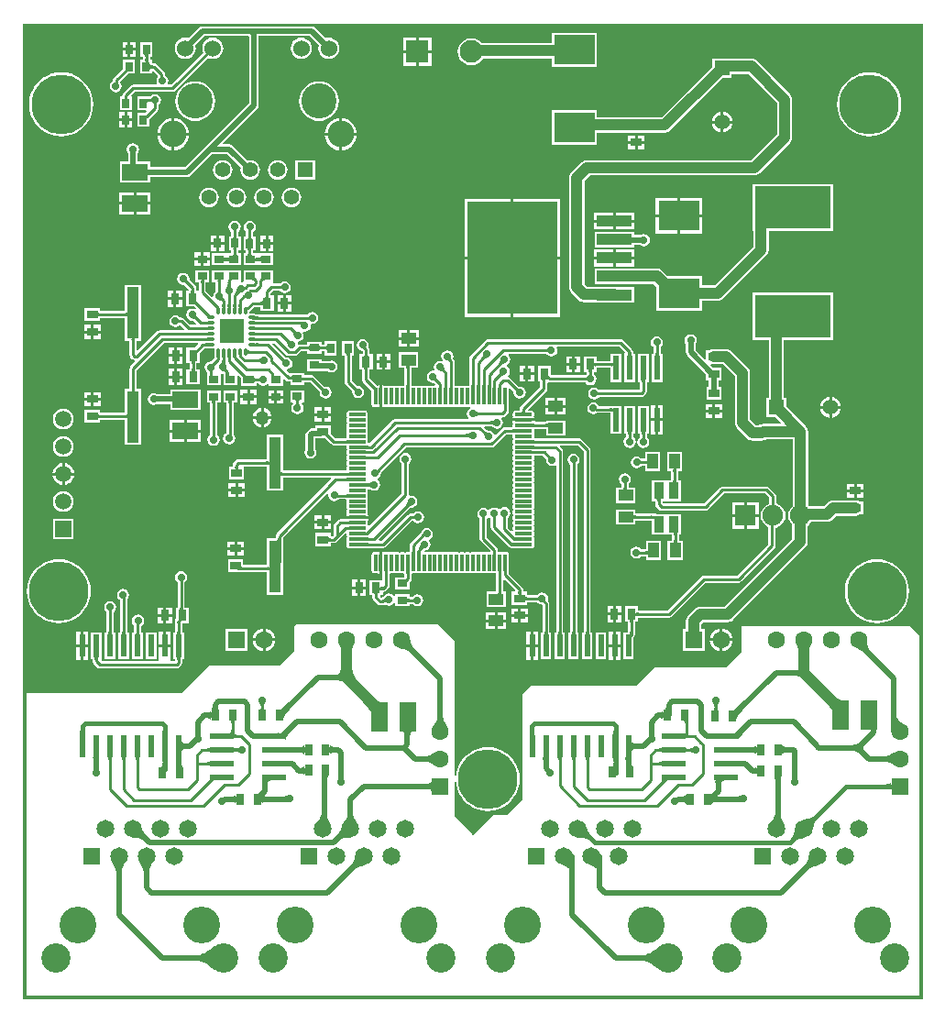
<source format=gtl>
G04*
G04 #@! TF.GenerationSoftware,Altium Limited,Altium Designer,20.0.13 (296)*
G04*
G04 Layer_Physical_Order=1*
G04 Layer_Color=255*
%FSLAX44Y44*%
%MOMM*%
G71*
G01*
G75*
%ADD18C,0.2540*%
%ADD20R,0.8000X1.0000*%
%ADD21R,2.2000X0.6000*%
%ADD22R,1.5300X2.7200*%
%ADD23R,3.8100X2.7940*%
%ADD24R,1.0000X0.8000*%
%ADD25R,0.7000X0.9000*%
%ADD26R,0.9000X0.7000*%
%ADD27R,0.6000X2.0600*%
%ADD28R,1.1000X4.8000*%
%ADD29R,2.4000X1.5000*%
G04:AMPARAMS|DCode=30|XSize=0.28mm|YSize=0.69mm|CornerRadius=0.07mm|HoleSize=0mm|Usage=FLASHONLY|Rotation=0.000|XOffset=0mm|YOffset=0mm|HoleType=Round|Shape=RoundedRectangle|*
%AMROUNDEDRECTD30*
21,1,0.2800,0.5500,0,0,0.0*
21,1,0.1400,0.6900,0,0,0.0*
1,1,0.1400,0.0700,-0.2750*
1,1,0.1400,-0.0700,-0.2750*
1,1,0.1400,-0.0700,0.2750*
1,1,0.1400,0.0700,0.2750*
%
%ADD30ROUNDEDRECTD30*%
G04:AMPARAMS|DCode=31|XSize=0.28mm|YSize=0.69mm|CornerRadius=0.07mm|HoleSize=0mm|Usage=FLASHONLY|Rotation=90.000|XOffset=0mm|YOffset=0mm|HoleType=Round|Shape=RoundedRectangle|*
%AMROUNDEDRECTD31*
21,1,0.2800,0.5500,0,0,90.0*
21,1,0.1400,0.6900,0,0,90.0*
1,1,0.1400,0.2750,0.0700*
1,1,0.1400,0.2750,-0.0700*
1,1,0.1400,-0.2750,-0.0700*
1,1,0.1400,-0.2750,0.0700*
%
%ADD31ROUNDEDRECTD31*%
%ADD32R,2.2860X2.2860*%
%ADD33R,1.4000X1.0000*%
G04:AMPARAMS|DCode=34|XSize=1.56mm|YSize=0.28mm|CornerRadius=0.035mm|HoleSize=0mm|Usage=FLASHONLY|Rotation=0.000|XOffset=0mm|YOffset=0mm|HoleType=Round|Shape=RoundedRectangle|*
%AMROUNDEDRECTD34*
21,1,1.5600,0.2100,0,0,0.0*
21,1,1.4900,0.2800,0,0,0.0*
1,1,0.0700,0.7450,-0.1050*
1,1,0.0700,-0.7450,-0.1050*
1,1,0.0700,-0.7450,0.1050*
1,1,0.0700,0.7450,0.1050*
%
%ADD34ROUNDEDRECTD34*%
G04:AMPARAMS|DCode=35|XSize=1.56mm|YSize=0.28mm|CornerRadius=0.035mm|HoleSize=0mm|Usage=FLASHONLY|Rotation=90.000|XOffset=0mm|YOffset=0mm|HoleType=Round|Shape=RoundedRectangle|*
%AMROUNDEDRECTD35*
21,1,1.5600,0.2100,0,0,90.0*
21,1,1.4900,0.2800,0,0,90.0*
1,1,0.0700,0.1050,0.7450*
1,1,0.0700,0.1050,-0.7450*
1,1,0.0700,-0.1050,-0.7450*
1,1,0.0700,-0.1050,0.7450*
%
%ADD35ROUNDEDRECTD35*%
%ADD36R,0.9000X1.5000*%
%ADD37R,1.0000X1.4000*%
%ADD38R,0.6000X2.2000*%
%ADD39R,7.0000X4.0000*%
%ADD40R,8.3000X10.4500*%
%ADD41R,3.2000X1.0500*%
%ADD87C,0.5000*%
%ADD88C,0.4500*%
%ADD89C,1.0000*%
%ADD90C,0.4000*%
%ADD91C,5.5000*%
%ADD92C,1.9050*%
%ADD93R,1.9050X1.9050*%
%ADD94C,2.7000*%
%ADD95C,1.6500*%
%ADD96R,1.6500X1.6500*%
%ADD97C,3.4000*%
%ADD98C,1.6000*%
%ADD99R,1.6000X1.6000*%
%ADD100C,1.4000*%
%ADD101R,1.4000X1.4000*%
%ADD102C,2.1000*%
%ADD103R,2.1000X2.1000*%
%ADD104R,1.3980X1.3980*%
%ADD105C,1.3980*%
%ADD106C,1.5300*%
%ADD107C,2.4450*%
%ADD108C,3.2500*%
%ADD109C,1.5000*%
%ADD110R,1.5000X1.5000*%
%ADD111R,1.4000X1.4000*%
%ADD112C,0.7000*%
%ADD113C,0.8000*%
%ADD114C,1.2700*%
G36*
X835431Y3569D02*
X3569D01*
Y904431D01*
X835431D01*
Y3569D01*
D02*
G37*
%LPC*%
G36*
X534300Y896655D02*
X492200D01*
Y886903D01*
X427942D01*
X427165Y887915D01*
X424554Y889919D01*
X421513Y891178D01*
X418250Y891608D01*
X414987Y891178D01*
X411946Y889919D01*
X409335Y887915D01*
X407331Y885304D01*
X406072Y882263D01*
X405642Y879000D01*
X406072Y875737D01*
X407331Y872696D01*
X409335Y870085D01*
X411946Y868081D01*
X414987Y866822D01*
X418250Y866392D01*
X421513Y866822D01*
X424554Y868081D01*
X427165Y870085D01*
X429169Y872696D01*
X429204Y872782D01*
X492200D01*
Y864715D01*
X534300D01*
Y896655D01*
D02*
G37*
G36*
X108061Y888137D02*
X103291D01*
Y882367D01*
X108061D01*
Y888137D01*
D02*
G37*
G36*
X100751D02*
X95981D01*
Y882367D01*
X100751D01*
Y888137D01*
D02*
G37*
G36*
X381290Y892040D02*
X369520D01*
Y880270D01*
X381290D01*
Y892040D01*
D02*
G37*
G36*
X366980D02*
X355210D01*
Y880270D01*
X366980D01*
Y892040D01*
D02*
G37*
G36*
X108061Y879827D02*
X103291D01*
Y874057D01*
X108061D01*
Y879827D01*
D02*
G37*
G36*
X100751D02*
X95981D01*
Y874057D01*
X100751D01*
Y879827D01*
D02*
G37*
G36*
X270650Y902588D02*
X169650D01*
X167894Y902239D01*
X166406Y901244D01*
X156698Y891536D01*
X156419Y891652D01*
X153900Y891983D01*
X151381Y891652D01*
X149033Y890679D01*
X147018Y889132D01*
X145471Y887117D01*
X144498Y884769D01*
X144167Y882250D01*
X144498Y879731D01*
X145471Y877383D01*
X147018Y875368D01*
X149033Y873821D01*
X151381Y872848D01*
X153900Y872517D01*
X156419Y872848D01*
X158767Y873821D01*
X160783Y875368D01*
X162329Y877383D01*
X163302Y879731D01*
X163633Y882250D01*
X163302Y884769D01*
X163186Y885048D01*
X171551Y893412D01*
X212421D01*
X212662Y893171D01*
Y831650D01*
X173256Y792244D01*
X168006Y786994D01*
X168006Y786994D01*
X153600Y772588D01*
X121500D01*
Y777500D01*
X110088D01*
Y785717D01*
X110681Y786604D01*
X111108Y788750D01*
X110681Y790896D01*
X109465Y792715D01*
X107646Y793931D01*
X105500Y794358D01*
X103354Y793931D01*
X101535Y792715D01*
X100319Y790896D01*
X99892Y788750D01*
X100319Y786604D01*
X100912Y785717D01*
Y777500D01*
X93500D01*
Y758500D01*
X121500D01*
Y763412D01*
X155500D01*
X157256Y763761D01*
X158744Y764756D01*
X174494Y780506D01*
X174494Y780506D01*
X178400Y784412D01*
X192700D01*
X205082Y772029D01*
X204783Y769750D01*
X205091Y767403D01*
X205997Y765216D01*
X207438Y763338D01*
X209316Y761897D01*
X211503Y760991D01*
X213850Y760682D01*
X216197Y760991D01*
X218384Y761897D01*
X220262Y763338D01*
X221703Y765216D01*
X222609Y767403D01*
X222918Y769750D01*
X222609Y772097D01*
X221703Y774284D01*
X220262Y776162D01*
X218384Y777603D01*
X216197Y778509D01*
X213850Y778818D01*
X211571Y778518D01*
X197844Y792244D01*
X196356Y793239D01*
X194600Y793588D01*
X189236D01*
X188750Y794762D01*
X220494Y826506D01*
X221489Y827994D01*
X221838Y829750D01*
Y893412D01*
X268750D01*
X277114Y885048D01*
X276998Y884769D01*
X276667Y882250D01*
X276998Y879731D01*
X277971Y877383D01*
X279518Y875368D01*
X281533Y873821D01*
X283881Y872848D01*
X286400Y872517D01*
X288919Y872848D01*
X291267Y873821D01*
X293283Y875368D01*
X294829Y877383D01*
X295802Y879731D01*
X296133Y882250D01*
X295802Y884769D01*
X294829Y887117D01*
X293283Y889132D01*
X291267Y890679D01*
X288919Y891652D01*
X286400Y891983D01*
X283881Y891652D01*
X283602Y891536D01*
X273894Y901244D01*
X272406Y902239D01*
X270650Y902588D01*
D02*
G37*
G36*
X261000Y891983D02*
X258481Y891652D01*
X256133Y890679D01*
X254118Y889132D01*
X252571Y887117D01*
X251598Y884769D01*
X251267Y882250D01*
X251598Y879731D01*
X252571Y877383D01*
X254118Y875368D01*
X256133Y873821D01*
X258481Y872848D01*
X261000Y872517D01*
X263519Y872848D01*
X265867Y873821D01*
X267882Y875368D01*
X269429Y877383D01*
X270402Y879731D01*
X270733Y882250D01*
X270402Y884769D01*
X269429Y887117D01*
X267882Y889132D01*
X265867Y890679D01*
X263519Y891652D01*
X261000Y891983D01*
D02*
G37*
G36*
X381290Y877730D02*
X369520D01*
Y865960D01*
X381290D01*
Y877730D01*
D02*
G37*
G36*
X366980D02*
X355210D01*
Y865960D01*
X366980D01*
Y877730D01*
D02*
G37*
G36*
X179300Y891983D02*
X176781Y891652D01*
X174433Y890679D01*
X172418Y889132D01*
X170871Y887117D01*
X169898Y884769D01*
X169567Y882250D01*
X169898Y879731D01*
X170533Y878198D01*
X140899Y848564D01*
X138416D01*
X137817Y849684D01*
X137931Y849854D01*
X138358Y852000D01*
X137931Y854146D01*
X136715Y855965D01*
X135231Y856957D01*
Y858413D01*
X134977Y859689D01*
X134254Y860771D01*
X127418Y867607D01*
X126336Y868330D01*
X125060Y868584D01*
X123250D01*
Y871750D01*
X121220D01*
Y874597D01*
X123521D01*
Y887597D01*
X112521D01*
Y874597D01*
X114551D01*
Y871750D01*
X112250D01*
Y858750D01*
X123250D01*
Y860549D01*
X124520Y861075D01*
X128563Y857032D01*
Y855633D01*
X127569Y854146D01*
X127142Y852000D01*
X127569Y849854D01*
X127683Y849684D01*
X127084Y848564D01*
X105730D01*
X104454Y848310D01*
X103372Y847588D01*
X96643Y840857D01*
X95920Y839776D01*
X95666Y838500D01*
Y838000D01*
X93500D01*
Y825000D01*
X104500D01*
Y838000D01*
X104500D01*
X104124Y838909D01*
X107111Y841896D01*
X142280D01*
X143556Y842150D01*
X144638Y842872D01*
X175248Y873483D01*
X176781Y872848D01*
X179300Y872517D01*
X181819Y872848D01*
X184167Y873821D01*
X186182Y875368D01*
X187729Y877383D01*
X188702Y879731D01*
X189033Y882250D01*
X188702Y884769D01*
X187729Y887117D01*
X186182Y889132D01*
X184167Y890679D01*
X181819Y891652D01*
X179300Y891983D01*
D02*
G37*
G36*
X107250Y871750D02*
X96250D01*
Y863465D01*
X88246Y855461D01*
X87523Y854379D01*
X87269Y853103D01*
Y852207D01*
X85785Y851215D01*
X84569Y849396D01*
X84142Y847250D01*
X84569Y845104D01*
X85785Y843285D01*
X87604Y842069D01*
X89750Y841642D01*
X91896Y842069D01*
X93715Y843285D01*
X94931Y845104D01*
X95358Y847250D01*
X94931Y849396D01*
X93937Y850883D01*
Y851722D01*
X100965Y858750D01*
X107250D01*
Y871750D01*
D02*
G37*
G36*
X126000Y839858D02*
X123854Y839431D01*
X122035Y838215D01*
X121770Y837819D01*
X120500Y838000D01*
Y838000D01*
X118526D01*
X118484Y838009D01*
X118439Y838000D01*
X109500D01*
Y825000D01*
X117552D01*
X118038Y823827D01*
X116806Y822595D01*
X109521D01*
Y809594D01*
X120521D01*
Y816908D01*
X120609Y816967D01*
X128357Y824716D01*
X129080Y825798D01*
X129334Y827073D01*
Y829863D01*
X129965Y830285D01*
X131181Y832104D01*
X131608Y834250D01*
X131181Y836396D01*
X129965Y838215D01*
X128146Y839431D01*
X126000Y839858D01*
D02*
G37*
G36*
X105061Y823135D02*
X100291D01*
Y817365D01*
X105061D01*
Y823135D01*
D02*
G37*
G36*
X97751D02*
X92981D01*
Y817365D01*
X97751D01*
Y823135D01*
D02*
G37*
G36*
X651020Y823455D02*
Y815270D01*
X659205D01*
X659044Y816490D01*
X658083Y818811D01*
X656554Y820804D01*
X654561Y822333D01*
X652241Y823294D01*
X651020Y823455D01*
D02*
G37*
G36*
X648480Y823455D02*
X647260Y823294D01*
X644939Y822333D01*
X642946Y820804D01*
X641417Y818811D01*
X640456Y816490D01*
X640295Y815270D01*
X648480D01*
Y823455D01*
D02*
G37*
G36*
X277300Y851588D02*
X273722Y851236D01*
X270282Y850192D01*
X267112Y848498D01*
X264333Y846217D01*
X262052Y843438D01*
X260358Y840268D01*
X259314Y836828D01*
X258962Y833250D01*
X259314Y829672D01*
X260358Y826232D01*
X262052Y823062D01*
X264333Y820283D01*
X267112Y818002D01*
X270282Y816308D01*
X273722Y815264D01*
X277300Y814912D01*
X280878Y815264D01*
X284318Y816308D01*
X287488Y818002D01*
X290267Y820283D01*
X292548Y823062D01*
X294242Y826232D01*
X295286Y829672D01*
X295638Y833250D01*
X295286Y836828D01*
X294242Y840268D01*
X292548Y843438D01*
X290267Y846217D01*
X287488Y848498D01*
X284318Y850192D01*
X280878Y851236D01*
X277300Y851588D01*
D02*
G37*
G36*
X163000D02*
X159422Y851236D01*
X155982Y850192D01*
X152812Y848498D01*
X150033Y846217D01*
X147752Y843438D01*
X146058Y840268D01*
X145014Y836828D01*
X144662Y833250D01*
X145014Y829672D01*
X146058Y826232D01*
X147752Y823062D01*
X150033Y820283D01*
X152812Y818002D01*
X155982Y816308D01*
X159422Y815264D01*
X163000Y814912D01*
X166578Y815264D01*
X170018Y816308D01*
X173188Y818002D01*
X175967Y820283D01*
X178248Y823062D01*
X179942Y826232D01*
X180986Y829672D01*
X181338Y833250D01*
X180986Y836828D01*
X179942Y840268D01*
X178248Y843438D01*
X175967Y846217D01*
X173188Y848498D01*
X170018Y850192D01*
X166578Y851236D01*
X163000Y851588D01*
D02*
G37*
G36*
X105061Y814825D02*
X100291D01*
Y809054D01*
X105061D01*
Y814825D01*
D02*
G37*
G36*
X97751D02*
X92981D01*
Y809054D01*
X97751D01*
Y814825D01*
D02*
G37*
G36*
X659205Y812730D02*
X651020D01*
Y804545D01*
X652241Y804706D01*
X654561Y805667D01*
X656554Y807196D01*
X658083Y809189D01*
X659044Y811509D01*
X659205Y812730D01*
D02*
G37*
G36*
X648480D02*
X640295D01*
X640456Y811509D01*
X641417Y809189D01*
X642946Y807196D01*
X644939Y805667D01*
X647260Y804706D01*
X648480Y804545D01*
Y812730D01*
D02*
G37*
G36*
X143970Y817461D02*
Y804020D01*
X157411D01*
X157251Y805644D01*
X156407Y808428D01*
X155036Y810993D01*
X153191Y813241D01*
X150943Y815086D01*
X148378Y816457D01*
X145595Y817301D01*
X143970Y817461D01*
D02*
G37*
G36*
X141430Y817461D02*
X139806Y817301D01*
X137022Y816457D01*
X134457Y815086D01*
X132209Y813241D01*
X130364Y810993D01*
X128993Y808428D01*
X128149Y805644D01*
X127989Y804020D01*
X141430D01*
Y817461D01*
D02*
G37*
G36*
X298870Y817461D02*
Y804020D01*
X312311D01*
X312151Y805644D01*
X311307Y808428D01*
X309936Y810993D01*
X308091Y813241D01*
X305843Y815086D01*
X303278Y816457D01*
X300494Y817301D01*
X298870Y817461D01*
D02*
G37*
G36*
X296330D02*
X294706Y817301D01*
X291922Y816457D01*
X289357Y815086D01*
X287109Y813241D01*
X285264Y810993D01*
X283893Y808428D01*
X283049Y805644D01*
X282889Y804020D01*
X296330D01*
Y817461D01*
D02*
G37*
G36*
X785750Y860091D02*
X781121Y859727D01*
X776606Y858643D01*
X772316Y856866D01*
X768357Y854440D01*
X764826Y851424D01*
X761810Y847893D01*
X759384Y843934D01*
X757607Y839644D01*
X756523Y835129D01*
X756159Y830500D01*
X756523Y825871D01*
X757607Y821356D01*
X759384Y817066D01*
X761810Y813107D01*
X764826Y809576D01*
X768357Y806560D01*
X772316Y804134D01*
X776606Y802357D01*
X781121Y801273D01*
X785750Y800909D01*
X790379Y801273D01*
X794894Y802357D01*
X799184Y804134D01*
X803143Y806560D01*
X806674Y809576D01*
X809690Y813107D01*
X812116Y817066D01*
X813893Y821356D01*
X814977Y825871D01*
X815341Y830500D01*
X814977Y835129D01*
X813893Y839644D01*
X812116Y843934D01*
X809690Y847893D01*
X806674Y851424D01*
X803143Y854440D01*
X799184Y856866D01*
X794894Y858643D01*
X790379Y859727D01*
X785750Y860091D01*
D02*
G37*
G36*
X39250D02*
X34621Y859727D01*
X30106Y858643D01*
X25816Y856866D01*
X21857Y854440D01*
X18326Y851424D01*
X15310Y847893D01*
X12884Y843934D01*
X11107Y839644D01*
X10023Y835129D01*
X9659Y830500D01*
X10023Y825871D01*
X11107Y821356D01*
X12884Y817066D01*
X15310Y813107D01*
X18326Y809576D01*
X21857Y806560D01*
X25816Y804134D01*
X30106Y802357D01*
X34621Y801273D01*
X39250Y800909D01*
X43879Y801273D01*
X48394Y802357D01*
X52684Y804134D01*
X56643Y806560D01*
X60174Y809576D01*
X63190Y813107D01*
X65616Y817066D01*
X67393Y821356D01*
X68477Y825871D01*
X68841Y830500D01*
X68477Y835129D01*
X67393Y839644D01*
X65616Y843934D01*
X63190Y847893D01*
X60174Y851424D01*
X56643Y854440D01*
X52684Y856866D01*
X48394Y858643D01*
X43879Y859727D01*
X39250Y860091D01*
D02*
G37*
G36*
X578040Y801790D02*
X571770D01*
Y796520D01*
X578040D01*
Y801790D01*
D02*
G37*
G36*
X569230D02*
X562960D01*
Y796520D01*
X569230D01*
Y801790D01*
D02*
G37*
G36*
X578040Y793980D02*
X571770D01*
Y788710D01*
X578040D01*
Y793980D01*
D02*
G37*
G36*
X569230D02*
X562960D01*
Y788710D01*
X569230D01*
Y793980D01*
D02*
G37*
G36*
X157411Y801480D02*
X143970D01*
Y788039D01*
X145595Y788199D01*
X148378Y789043D01*
X150943Y790414D01*
X153191Y792259D01*
X155036Y794507D01*
X156407Y797072D01*
X157251Y799855D01*
X157411Y801480D01*
D02*
G37*
G36*
X312311Y801480D02*
X298870D01*
Y788039D01*
X300494Y788199D01*
X303278Y789043D01*
X305843Y790414D01*
X308091Y792259D01*
X309936Y794507D01*
X311307Y797072D01*
X312151Y799855D01*
X312311Y801480D01*
D02*
G37*
G36*
X296330D02*
X282889D01*
X283049Y799855D01*
X283893Y797072D01*
X285264Y794507D01*
X287109Y792259D01*
X289357Y790414D01*
X291922Y789043D01*
X294706Y788199D01*
X296330Y788039D01*
Y801480D01*
D02*
G37*
G36*
X141430Y801480D02*
X127989D01*
X128149Y799855D01*
X128993Y797072D01*
X130364Y794507D01*
X132209Y792259D01*
X134457Y790414D01*
X137022Y789043D01*
X139806Y788199D01*
X141430Y788039D01*
Y801480D01*
D02*
G37*
G36*
X273640Y778740D02*
X255660D01*
Y760760D01*
X273640D01*
Y778740D01*
D02*
G37*
G36*
X239250Y778818D02*
X236903Y778509D01*
X234716Y777603D01*
X232838Y776162D01*
X231397Y774284D01*
X230491Y772097D01*
X230182Y769750D01*
X230491Y767403D01*
X231397Y765216D01*
X232838Y763338D01*
X234716Y761897D01*
X236903Y760991D01*
X239250Y760682D01*
X241597Y760991D01*
X243784Y761897D01*
X245662Y763338D01*
X247103Y765216D01*
X248009Y767403D01*
X248318Y769750D01*
X248009Y772097D01*
X247103Y774284D01*
X245662Y776162D01*
X243784Y777603D01*
X241597Y778509D01*
X239250Y778818D01*
D02*
G37*
G36*
X188450D02*
X186103Y778509D01*
X183916Y777603D01*
X182038Y776162D01*
X180597Y774284D01*
X179691Y772097D01*
X179382Y769750D01*
X179691Y767403D01*
X180597Y765216D01*
X182038Y763338D01*
X183916Y761897D01*
X186103Y760991D01*
X188450Y760682D01*
X190797Y760991D01*
X192984Y761897D01*
X194862Y763338D01*
X196303Y765216D01*
X197209Y767403D01*
X197518Y769750D01*
X197209Y772097D01*
X196303Y774284D01*
X194862Y776162D01*
X192984Y777603D01*
X190797Y778509D01*
X188450Y778818D01*
D02*
G37*
G36*
X122040Y749040D02*
X108770D01*
Y740270D01*
X122040D01*
Y749040D01*
D02*
G37*
G36*
X106230D02*
X92960D01*
Y740270D01*
X106230D01*
Y749040D01*
D02*
G37*
G36*
X251950Y753418D02*
X249603Y753109D01*
X247416Y752203D01*
X245538Y750762D01*
X244097Y748884D01*
X243191Y746697D01*
X242882Y744350D01*
X243191Y742003D01*
X244097Y739816D01*
X245538Y737938D01*
X247416Y736497D01*
X249603Y735591D01*
X251950Y735282D01*
X254297Y735591D01*
X256484Y736497D01*
X258362Y737938D01*
X259803Y739816D01*
X260709Y742003D01*
X261018Y744350D01*
X260709Y746697D01*
X259803Y748884D01*
X258362Y750762D01*
X256484Y752203D01*
X254297Y753109D01*
X251950Y753418D01*
D02*
G37*
G36*
X226550D02*
X224203Y753109D01*
X222016Y752203D01*
X220138Y750762D01*
X218697Y748884D01*
X217791Y746697D01*
X217482Y744350D01*
X217791Y742003D01*
X218697Y739816D01*
X220138Y737938D01*
X222016Y736497D01*
X224203Y735591D01*
X226550Y735282D01*
X228897Y735591D01*
X231084Y736497D01*
X232962Y737938D01*
X234403Y739816D01*
X235309Y742003D01*
X235618Y744350D01*
X235309Y746697D01*
X234403Y748884D01*
X232962Y750762D01*
X231084Y752203D01*
X228897Y753109D01*
X226550Y753418D01*
D02*
G37*
G36*
X201150D02*
X198803Y753109D01*
X196616Y752203D01*
X194738Y750762D01*
X193297Y748884D01*
X192391Y746697D01*
X192083Y744350D01*
X192391Y742003D01*
X193297Y739816D01*
X194738Y737938D01*
X196616Y736497D01*
X198803Y735591D01*
X201150Y735282D01*
X203497Y735591D01*
X205684Y736497D01*
X207562Y737938D01*
X209003Y739816D01*
X209909Y742003D01*
X210218Y744350D01*
X209909Y746697D01*
X209003Y748884D01*
X207562Y750762D01*
X205684Y752203D01*
X203497Y753109D01*
X201150Y753418D01*
D02*
G37*
G36*
X175750D02*
X173403Y753109D01*
X171216Y752203D01*
X169338Y750762D01*
X167897Y748884D01*
X166991Y746697D01*
X166682Y744350D01*
X166991Y742003D01*
X167897Y739816D01*
X169338Y737938D01*
X171216Y736497D01*
X173403Y735591D01*
X175750Y735282D01*
X178097Y735591D01*
X180284Y736497D01*
X182162Y737938D01*
X183603Y739816D01*
X184509Y742003D01*
X184818Y744350D01*
X184509Y746697D01*
X183603Y748884D01*
X182162Y750762D01*
X180284Y752203D01*
X178097Y753109D01*
X175750Y753418D01*
D02*
G37*
G36*
X122040Y737730D02*
X108770D01*
Y728960D01*
X122040D01*
Y737730D01*
D02*
G37*
G36*
X106230D02*
X92960D01*
Y728960D01*
X106230D01*
Y737730D01*
D02*
G37*
G36*
X631590Y743945D02*
X611270D01*
Y728705D01*
X631590D01*
Y743945D01*
D02*
G37*
G36*
X608730D02*
X588410D01*
Y728705D01*
X608730D01*
Y743945D01*
D02*
G37*
G36*
X568790Y730290D02*
X551520D01*
Y723770D01*
X568790D01*
Y730290D01*
D02*
G37*
G36*
X548980D02*
X531710D01*
Y723770D01*
X548980D01*
Y730290D01*
D02*
G37*
G36*
X568790Y721230D02*
X551520D01*
Y714710D01*
X568790D01*
Y721230D01*
D02*
G37*
G36*
X548980D02*
X531710D01*
Y714710D01*
X548980D01*
Y721230D01*
D02*
G37*
G36*
X631590Y726165D02*
X611270D01*
Y710925D01*
X631590D01*
Y726165D01*
D02*
G37*
G36*
X608730D02*
X588410D01*
Y710925D01*
X608730D01*
Y726165D01*
D02*
G37*
G36*
X189790Y709040D02*
X185020D01*
Y703270D01*
X189790D01*
Y709040D01*
D02*
G37*
G36*
X182480D02*
X177710D01*
Y703270D01*
X182480D01*
Y709040D01*
D02*
G37*
G36*
X235290Y708790D02*
X230520D01*
Y703020D01*
X235290D01*
Y708790D01*
D02*
G37*
G36*
X227980D02*
X223210D01*
Y703020D01*
X227980D01*
Y708790D01*
D02*
G37*
G36*
X568250Y712750D02*
X532250D01*
Y698250D01*
X568250D01*
Y700662D01*
X574093D01*
X575354Y699819D01*
X577500Y699392D01*
X579646Y699819D01*
X581465Y701035D01*
X582681Y702854D01*
X583108Y705000D01*
X582681Y707146D01*
X581465Y708965D01*
X579646Y710181D01*
X577500Y710608D01*
X575354Y710181D01*
X574841Y709838D01*
X568250D01*
Y712750D01*
D02*
G37*
G36*
X189790Y700730D02*
X185020D01*
Y694960D01*
X189790D01*
Y700730D01*
D02*
G37*
G36*
X182480D02*
X177710D01*
Y694960D01*
X182480D01*
Y700730D01*
D02*
G37*
G36*
X235290Y700480D02*
X230520D01*
Y694710D01*
X235290D01*
Y700480D01*
D02*
G37*
G36*
X227980D02*
X223210D01*
Y694710D01*
X227980D01*
Y700480D01*
D02*
G37*
G36*
X199500Y722858D02*
X197354Y722431D01*
X195535Y721215D01*
X194319Y719396D01*
X193892Y717250D01*
X194319Y715104D01*
X195535Y713285D01*
X196291Y712779D01*
Y708500D01*
X194250D01*
Y695500D01*
X196416D01*
Y693000D01*
X192250D01*
Y693000D01*
X191250D01*
Y693000D01*
X178250D01*
Y682000D01*
X191250D01*
Y682000D01*
X192250D01*
Y682000D01*
X205250D01*
Y693000D01*
X203084D01*
Y695500D01*
X205250D01*
Y708500D01*
X202959D01*
Y712946D01*
X203465Y713285D01*
X204681Y715104D01*
X205108Y717250D01*
X204681Y719396D01*
X203465Y721215D01*
X201646Y722431D01*
X199500Y722858D01*
D02*
G37*
G36*
X568790Y696290D02*
X551520D01*
Y689770D01*
X568790D01*
Y696290D01*
D02*
G37*
G36*
X548980D02*
X531710D01*
Y689770D01*
X548980D01*
Y696290D01*
D02*
G37*
G36*
X499790Y743290D02*
X457020D01*
Y689770D01*
X499790D01*
Y743290D01*
D02*
G37*
G36*
X454480D02*
X411710D01*
Y689770D01*
X454480D01*
Y743290D01*
D02*
G37*
G36*
X176540Y693540D02*
X170770D01*
Y688770D01*
X176540D01*
Y693540D01*
D02*
G37*
G36*
X168230D02*
X162460D01*
Y688770D01*
X168230D01*
Y693540D01*
D02*
G37*
G36*
X213500Y722858D02*
X211354Y722431D01*
X209535Y721215D01*
X208319Y719396D01*
X207892Y717250D01*
X208319Y715104D01*
X209535Y713285D01*
X210041Y712946D01*
Y708250D01*
X207750D01*
Y695250D01*
X209916D01*
Y693000D01*
X207750D01*
Y682000D01*
X220750D01*
Y682000D01*
X221750D01*
Y682000D01*
X234750D01*
Y693000D01*
X221750D01*
Y693000D01*
X220750D01*
Y693000D01*
X216584D01*
Y695250D01*
X218750D01*
Y708250D01*
X216709D01*
Y712779D01*
X217465Y713285D01*
X218681Y715104D01*
X219108Y717250D01*
X218681Y719396D01*
X217465Y721215D01*
X215646Y722431D01*
X213500Y722858D01*
D02*
G37*
G36*
X176540Y686230D02*
X170770D01*
Y681460D01*
X176540D01*
Y686230D01*
D02*
G37*
G36*
X168230D02*
X162460D01*
Y681460D01*
X168230D01*
Y686230D01*
D02*
G37*
G36*
X568790Y687230D02*
X551520D01*
Y680710D01*
X568790D01*
Y687230D01*
D02*
G37*
G36*
X548980D02*
X531710D01*
Y680710D01*
X548980D01*
Y687230D01*
D02*
G37*
G36*
X752000Y757000D02*
X678000D01*
Y713000D01*
X678690D01*
Y698924D01*
X642890Y663125D01*
X631050D01*
Y672035D01*
X598935D01*
X594478Y676492D01*
X593015Y677614D01*
X591312Y678320D01*
X589485Y678560D01*
X568250D01*
Y678750D01*
X532250D01*
Y664250D01*
X568250D01*
Y664440D01*
X586561D01*
X588950Y662050D01*
Y640095D01*
X631050D01*
Y649005D01*
X645815D01*
X647642Y649245D01*
X649345Y649950D01*
X650807Y651072D01*
X690742Y691008D01*
X691864Y692470D01*
X692570Y694173D01*
X692810Y696000D01*
Y713000D01*
X752000D01*
Y757000D01*
D02*
G37*
G36*
X191250Y677000D02*
Y677000D01*
X178250D01*
Y666000D01*
X181916D01*
Y657387D01*
X181285Y656965D01*
X180069Y655146D01*
X179654Y653057D01*
X179411Y652895D01*
X178455Y652460D01*
X172834Y658081D01*
Y666000D01*
X176000D01*
Y677000D01*
X163000D01*
Y666000D01*
X166166D01*
Y658000D01*
X163784D01*
Y660800D01*
X163530Y662076D01*
X162808Y663157D01*
X157460Y668505D01*
X157608Y669250D01*
X157181Y671396D01*
X155965Y673215D01*
X154146Y674431D01*
X152000Y674858D01*
X149854Y674431D01*
X148035Y673215D01*
X146819Y671396D01*
X146392Y669250D01*
X146819Y667104D01*
X148035Y665285D01*
X149854Y664069D01*
X152000Y663642D01*
X152745Y663790D01*
X157116Y659419D01*
Y658000D01*
X154450D01*
Y644000D01*
X161735D01*
X163543Y642192D01*
X162734Y641205D01*
X162396Y641431D01*
X160250Y641858D01*
X158104Y641431D01*
X156285Y640215D01*
X155069Y638396D01*
X154642Y636250D01*
X155069Y634104D01*
X156285Y632285D01*
X158104Y631069D01*
X159244Y630842D01*
X159432Y630772D01*
X159872Y630700D01*
X160237Y630621D01*
X160573Y630529D01*
X160880Y630426D01*
X161159Y630313D01*
X161411Y630191D01*
X161638Y630061D01*
X161843Y629923D01*
X161932Y629853D01*
X163828Y627957D01*
X163342Y626784D01*
X158181D01*
X152358Y632607D01*
X151276Y633330D01*
X150000Y633584D01*
X149137D01*
X148715Y634215D01*
X146896Y635431D01*
X144750Y635858D01*
X142604Y635431D01*
X140785Y634215D01*
X139569Y632396D01*
X139142Y630250D01*
X139569Y628104D01*
X140785Y626285D01*
X142604Y625069D01*
X144750Y624642D01*
X146896Y625069D01*
X148715Y626285D01*
X149202Y626333D01*
X152578Y622957D01*
X152092Y621784D01*
X130200D01*
X128924Y621530D01*
X127843Y620807D01*
X110257Y603223D01*
X109084Y603708D01*
Y611750D01*
X113250D01*
Y663750D01*
X98250D01*
Y639584D01*
X75000D01*
Y642250D01*
X61000D01*
Y630250D01*
X75000D01*
Y632916D01*
X98250D01*
Y611750D01*
X102416D01*
Y599080D01*
X102670Y597804D01*
X103392Y596722D01*
X104880Y595235D01*
X105962Y594512D01*
X107238Y594258D01*
X107384D01*
X107870Y593085D01*
X103392Y588608D01*
X102670Y587526D01*
X102416Y586250D01*
Y567750D01*
X98250D01*
Y545584D01*
X75000D01*
Y548250D01*
X61000D01*
Y536250D01*
X75000D01*
Y538916D01*
X98250D01*
Y515750D01*
X113250D01*
Y567750D01*
X109084D01*
Y584869D01*
X134331Y610116D01*
X165242D01*
X165728Y608943D01*
X162285Y605500D01*
X155000D01*
Y591500D01*
X157666D01*
Y585750D01*
X155000D01*
Y571750D01*
X167000D01*
Y585750D01*
X164334D01*
Y591500D01*
X167000D01*
Y600785D01*
X171331Y605116D01*
X174331D01*
X174488Y605108D01*
X174500Y605107D01*
X175050Y604997D01*
X179552D01*
X180591Y604791D01*
X180797Y603752D01*
Y599250D01*
X180884Y598815D01*
X180916Y597413D01*
Y596121D01*
X177794Y592999D01*
X177250Y593108D01*
X175104Y592681D01*
X173285Y591465D01*
X172069Y589646D01*
X171642Y587500D01*
X172069Y585354D01*
X173285Y583535D01*
X173916Y583113D01*
Y581750D01*
X173750D01*
Y570750D01*
X186750D01*
Y581137D01*
X186826Y581310D01*
X187309Y581820D01*
X187843Y582177D01*
X187901Y582163D01*
X189000Y581750D01*
Y579763D01*
X188991Y579720D01*
X189000Y579676D01*
Y579621D01*
X188996Y579587D01*
X189000Y579571D01*
Y570750D01*
X202000D01*
Y579376D01*
X203173Y579862D01*
X205500Y577535D01*
Y570250D01*
X219500D01*
Y572666D01*
X221363D01*
X221785Y572035D01*
X223604Y570819D01*
X225750Y570392D01*
X227896Y570819D01*
X229715Y572035D01*
X229730Y572057D01*
X231000Y571672D01*
Y570500D01*
X244000D01*
Y576700D01*
X245173Y577186D01*
X246833Y575527D01*
X247914Y574804D01*
X249190Y574550D01*
X251000D01*
Y571250D01*
X264000D01*
Y573416D01*
X269619D01*
X278040Y564995D01*
X277892Y564250D01*
X278319Y562104D01*
X279535Y560285D01*
X281354Y559069D01*
X283500Y558642D01*
X285646Y559069D01*
X287465Y560285D01*
X288681Y562104D01*
X289108Y564250D01*
X288681Y566396D01*
X287465Y568215D01*
X285646Y569431D01*
X283500Y569858D01*
X282755Y569710D01*
X273358Y579108D01*
X272276Y579830D01*
X271000Y580084D01*
X264000D01*
Y582250D01*
X253063D01*
X253018Y582259D01*
X252976Y582250D01*
X251000D01*
Y582250D01*
X249730Y582059D01*
X247367Y584423D01*
X247828Y585757D01*
X249396Y586069D01*
X251215Y587285D01*
X252431Y589104D01*
X252858Y591250D01*
X252431Y593396D01*
X251215Y595215D01*
X249396Y596431D01*
X247250Y596858D01*
X246505Y596710D01*
X234493Y608722D01*
X234965Y609926D01*
X235932Y610029D01*
X247088Y598872D01*
X248170Y598150D01*
X249446Y597896D01*
X255054D01*
X256330Y598150D01*
X257412Y598872D01*
X260705Y602166D01*
X266750D01*
Y600000D01*
X279750D01*
Y602166D01*
X282750D01*
Y598500D01*
X293750D01*
Y611500D01*
X282750D01*
Y608834D01*
X279750D01*
Y611000D01*
X266750D01*
Y608834D01*
X259324D01*
X259000Y608769D01*
X257931Y609407D01*
X257893Y610778D01*
X258229Y611237D01*
X259896Y611569D01*
X261715Y612785D01*
X262931Y614604D01*
X263358Y616750D01*
X262931Y618896D01*
X262574Y619431D01*
X263337Y620574D01*
X264250Y620392D01*
X266396Y620819D01*
X268215Y622035D01*
X269431Y623854D01*
X269858Y626000D01*
X269683Y626877D01*
X270581Y627775D01*
X271250Y627642D01*
X273396Y628069D01*
X275215Y629285D01*
X276431Y631104D01*
X276858Y633250D01*
X276431Y635396D01*
X275215Y637215D01*
X273396Y638431D01*
X271250Y638858D01*
X269104Y638431D01*
X267285Y637215D01*
X266930Y636684D01*
X220136D01*
X219635Y636697D01*
X219376Y636719D01*
X218450Y636903D01*
X213948D01*
X212909Y637109D01*
X212703Y638148D01*
Y638999D01*
X212706Y639000D01*
X213787Y639723D01*
X217481Y643416D01*
X223500D01*
Y639750D01*
X235500D01*
Y653750D01*
X232834D01*
Y655869D01*
X235131Y658166D01*
X241363D01*
X241785Y657535D01*
X243604Y656319D01*
X245750Y655892D01*
X247896Y656319D01*
X249715Y657535D01*
X250931Y659354D01*
X251358Y661500D01*
X250931Y663646D01*
X249715Y665465D01*
X247896Y666681D01*
X245750Y667108D01*
X243604Y666681D01*
X241785Y665465D01*
X241363Y664834D01*
X235001D01*
X234750Y666000D01*
X234750D01*
Y677000D01*
X221983D01*
X221750Y677000D01*
Y677000D01*
X220750D01*
X220750Y677000D01*
X220517Y677000D01*
X207750D01*
Y666706D01*
X206605Y665698D01*
X206411Y665737D01*
X205250Y666000D01*
Y677000D01*
X192520D01*
X192250Y677000D01*
Y677000D01*
X191250D01*
D02*
G37*
G36*
X150990Y658540D02*
X145720D01*
Y652270D01*
X150990D01*
Y658540D01*
D02*
G37*
G36*
X143180D02*
X137910D01*
Y652270D01*
X143180D01*
Y658540D01*
D02*
G37*
G36*
X252040Y654290D02*
X246770D01*
Y648020D01*
X252040D01*
Y654290D01*
D02*
G37*
G36*
X244230D02*
X238960D01*
Y648020D01*
X244230D01*
Y654290D01*
D02*
G37*
G36*
X658750Y873000D02*
X640750D01*
Y864985D01*
X594076Y818310D01*
X534300D01*
Y825285D01*
X492200D01*
Y793345D01*
X534300D01*
Y804190D01*
X597000D01*
X598827Y804430D01*
X600530Y805135D01*
X601992Y806257D01*
X650735Y855000D01*
X658750D01*
Y858440D01*
X673826D01*
X700440Y831825D01*
Y802674D01*
X676575Y778810D01*
X525000D01*
X523173Y778570D01*
X521470Y777865D01*
X520008Y776742D01*
X510508Y767243D01*
X509385Y765780D01*
X508680Y764077D01*
X508440Y762250D01*
Y661500D01*
X508680Y659673D01*
X509385Y657970D01*
X510508Y656508D01*
X517258Y649758D01*
X518720Y648635D01*
X520423Y647930D01*
X522250Y647690D01*
X532250D01*
Y647250D01*
X568250D01*
Y661750D01*
X550459D01*
X550000Y661810D01*
X525175D01*
X522560Y664425D01*
Y759325D01*
X527924Y764690D01*
X679500D01*
X681327Y764930D01*
X683030Y765636D01*
X684492Y766758D01*
X712493Y794758D01*
X713615Y796220D01*
X714320Y797923D01*
X714560Y799750D01*
Y834750D01*
X714320Y836577D01*
X713615Y838280D01*
X712493Y839742D01*
X681742Y870492D01*
X680280Y871615D01*
X678577Y872320D01*
X676750Y872560D01*
X658750D01*
Y873000D01*
D02*
G37*
G36*
X150990Y649730D02*
X145720D01*
Y643460D01*
X150990D01*
Y649730D01*
D02*
G37*
G36*
X143180D02*
X137910D01*
Y643460D01*
X143180D01*
Y649730D01*
D02*
G37*
G36*
X252040Y645480D02*
X246770D01*
Y639210D01*
X252040D01*
Y645480D01*
D02*
G37*
G36*
X244230D02*
X238960D01*
Y639210D01*
X244230D01*
Y645480D01*
D02*
G37*
G36*
X499790Y687230D02*
X457020D01*
Y633710D01*
X499790D01*
Y687230D01*
D02*
G37*
G36*
X454480D02*
X411710D01*
Y633710D01*
X454480D01*
Y687230D01*
D02*
G37*
G36*
X75540Y626790D02*
X69270D01*
Y621520D01*
X75540D01*
Y626790D01*
D02*
G37*
G36*
X66730D02*
X60460D01*
Y621520D01*
X66730D01*
Y626790D01*
D02*
G37*
G36*
X369790Y621790D02*
X361520D01*
Y615520D01*
X369790D01*
Y621790D01*
D02*
G37*
G36*
X358980D02*
X350710D01*
Y615520D01*
X358980D01*
Y621790D01*
D02*
G37*
G36*
X75540Y618980D02*
X69270D01*
Y613710D01*
X75540D01*
Y618980D01*
D02*
G37*
G36*
X66730D02*
X60460D01*
Y613710D01*
X66730D01*
Y618980D01*
D02*
G37*
G36*
X369790Y612980D02*
X361520D01*
Y606710D01*
X369790D01*
Y612980D01*
D02*
G37*
G36*
X358980D02*
X350710D01*
Y606710D01*
X358980D01*
Y612980D01*
D02*
G37*
G36*
X151540Y606040D02*
X146270D01*
Y599770D01*
X151540D01*
Y606040D01*
D02*
G37*
G36*
X143730D02*
X138460D01*
Y599770D01*
X143730D01*
Y606040D01*
D02*
G37*
G36*
X343540Y600290D02*
X338270D01*
Y594020D01*
X343540D01*
Y600290D01*
D02*
G37*
G36*
X335730D02*
X330460D01*
Y594020D01*
X335730D01*
Y600290D01*
D02*
G37*
G36*
X556450Y600000D02*
X546450D01*
Y593584D01*
X534250D01*
Y597250D01*
X522250D01*
Y583250D01*
X524666D01*
Y581137D01*
X524035Y580715D01*
X523613Y580084D01*
X491881D01*
X491705Y580260D01*
X491500Y580485D01*
Y588750D01*
X479500D01*
Y574750D01*
X481666D01*
Y569131D01*
X463942Y551408D01*
X463220Y550326D01*
X462966Y549050D01*
Y547446D01*
X458850D01*
X457933Y547264D01*
X457156Y546744D01*
X456636Y545967D01*
X456454Y545050D01*
Y542950D01*
X456636Y542033D01*
X456668Y541986D01*
X456128Y541178D01*
X455947Y540270D01*
X476653D01*
X476472Y541178D01*
X475932Y541986D01*
X475964Y542033D01*
X476146Y542950D01*
Y545050D01*
X475964Y545967D01*
X475444Y546744D01*
X474667Y547264D01*
X473750Y547446D01*
X471207D01*
X470681Y548716D01*
X487357Y565392D01*
X488080Y566474D01*
X488334Y567750D01*
Y572853D01*
X489604Y573594D01*
X490500Y573416D01*
X523613D01*
X524035Y572785D01*
X525854Y571569D01*
X528000Y571142D01*
X530146Y571569D01*
X531965Y572785D01*
X533181Y574604D01*
X533608Y576750D01*
X533181Y578896D01*
X531965Y580715D01*
X531334Y581137D01*
Y583250D01*
X534250D01*
Y586916D01*
X546450D01*
Y574000D01*
X556450D01*
Y600000D01*
D02*
G37*
G36*
X518790Y597790D02*
X513520D01*
Y591520D01*
X518790D01*
Y597790D01*
D02*
G37*
G36*
X510980D02*
X505710D01*
Y591520D01*
X510980D01*
Y597790D01*
D02*
G37*
G36*
X151540Y597230D02*
X146270D01*
Y590960D01*
X151540D01*
Y597230D01*
D02*
G37*
G36*
X143730D02*
X138460D01*
Y590960D01*
X143730D01*
Y597230D01*
D02*
G37*
G36*
X343540Y591480D02*
X338270D01*
Y585210D01*
X343540D01*
Y591480D01*
D02*
G37*
G36*
X335730D02*
X330460D01*
Y585210D01*
X335730D01*
Y591480D01*
D02*
G37*
G36*
X476040Y589290D02*
X470770D01*
Y583020D01*
X476040D01*
Y589290D01*
D02*
G37*
G36*
X468230D02*
X462960D01*
Y583020D01*
X468230D01*
Y589290D01*
D02*
G37*
G36*
X279750Y595000D02*
X266750D01*
Y584000D01*
X279750D01*
Y584121D01*
X285332D01*
X286750Y583173D01*
X288896Y582747D01*
X291042Y583173D01*
X292861Y584389D01*
X294076Y586208D01*
X294503Y588354D01*
X294076Y590500D01*
X292861Y592320D01*
X291042Y593535D01*
X288896Y593962D01*
X286750Y593535D01*
X286393Y593297D01*
X279750D01*
Y595000D01*
D02*
G37*
G36*
X518790Y588980D02*
X513520D01*
Y582710D01*
X518790D01*
Y588980D01*
D02*
G37*
G36*
X510980D02*
X505710D01*
Y582710D01*
X510980D01*
Y588980D01*
D02*
G37*
G36*
X151540Y586290D02*
X146270D01*
Y580020D01*
X151540D01*
Y586290D01*
D02*
G37*
G36*
X143730D02*
X138460D01*
Y580020D01*
X143730D01*
Y586290D01*
D02*
G37*
G36*
X476040Y580480D02*
X470770D01*
Y574210D01*
X476040D01*
Y580480D01*
D02*
G37*
G36*
X468230D02*
X462960D01*
Y574210D01*
X468230D01*
Y580480D01*
D02*
G37*
G36*
X589500Y616358D02*
X587354Y615931D01*
X585535Y614715D01*
X584319Y612896D01*
X583892Y610750D01*
X584319Y608604D01*
X585535Y606785D01*
X586191Y606346D01*
Y600000D01*
X584550D01*
Y574000D01*
X594550D01*
Y600000D01*
X592859D01*
Y606380D01*
X593465Y606785D01*
X594681Y608604D01*
X595108Y610750D01*
X594681Y612896D01*
X593465Y614715D01*
X591646Y615931D01*
X589500Y616358D01*
D02*
G37*
G36*
X555940Y613354D02*
X433446D01*
X432170Y613100D01*
X431088Y612378D01*
X417142Y598432D01*
X416420Y597350D01*
X416166Y596074D01*
Y571152D01*
X415550Y570646D01*
X413450D01*
X412533Y570464D01*
X412000Y570107D01*
X411467Y570464D01*
X410550Y570646D01*
X408450D01*
X407533Y570464D01*
X407000Y570107D01*
X406467Y570464D01*
X405550Y570646D01*
X403450D01*
X402834Y571152D01*
Y592793D01*
X402580Y594069D01*
X401858Y595151D01*
X401259Y595749D01*
X401608Y597500D01*
X401181Y599646D01*
X399965Y601465D01*
X398146Y602681D01*
X396000Y603108D01*
X393854Y602681D01*
X392035Y601465D01*
X390819Y599646D01*
X390392Y597500D01*
X390819Y595354D01*
X391600Y594185D01*
X390836Y593042D01*
X389250Y593358D01*
X387104Y592931D01*
X385285Y591715D01*
X384069Y589896D01*
X383642Y587750D01*
X384069Y585604D01*
X384234Y585358D01*
X383470Y584215D01*
X382750Y584358D01*
X380604Y583931D01*
X378785Y582715D01*
X377569Y580896D01*
X377142Y578750D01*
X377569Y576604D01*
X378785Y574785D01*
X380604Y573569D01*
X382750Y573142D01*
X383495Y573290D01*
X384869Y571916D01*
X384343Y570646D01*
X383450D01*
X382533Y570464D01*
X382000Y570107D01*
X381467Y570464D01*
X380550Y570646D01*
X378450D01*
X377533Y570464D01*
X377000Y570107D01*
X376467Y570464D01*
X375550Y570646D01*
X373450D01*
X372533Y570464D01*
X372000Y570107D01*
X371467Y570464D01*
X370550Y570646D01*
X368450D01*
X367533Y570464D01*
X367000Y570107D01*
X366467Y570464D01*
X365550Y570646D01*
X363450D01*
X362834Y571152D01*
Y587250D01*
X369250D01*
Y601250D01*
X351250D01*
Y587250D01*
X356166D01*
Y571152D01*
X355550Y570646D01*
X353450D01*
X352533Y570464D01*
X352000Y570107D01*
X351467Y570464D01*
X350550Y570646D01*
X348450D01*
X347533Y570464D01*
X347000Y570107D01*
X346467Y570464D01*
X345550Y570646D01*
X343450D01*
X342533Y570464D01*
X342000Y570107D01*
X341467Y570464D01*
X340550Y570646D01*
X338450D01*
X337533Y570464D01*
X337486Y570432D01*
X336678Y570972D01*
X335770Y571153D01*
Y560800D01*
Y550447D01*
X336678Y550628D01*
X337486Y551168D01*
X337533Y551136D01*
X338450Y550954D01*
X340550D01*
X341467Y551136D01*
X342000Y551493D01*
X342533Y551136D01*
X343450Y550954D01*
X345550D01*
X346467Y551136D01*
X347000Y551493D01*
X347533Y551136D01*
X348450Y550954D01*
X350550D01*
X351467Y551136D01*
X352000Y551493D01*
X352533Y551136D01*
X353450Y550954D01*
X355550D01*
X356467Y551136D01*
X357000Y551493D01*
X357533Y551136D01*
X358450Y550954D01*
X360550D01*
X361467Y551136D01*
X362000Y551493D01*
X362533Y551136D01*
X363450Y550954D01*
X365550D01*
X366467Y551136D01*
X367000Y551493D01*
X367533Y551136D01*
X368450Y550954D01*
X370550D01*
X371467Y551136D01*
X372000Y551493D01*
X372533Y551136D01*
X373450Y550954D01*
X375550D01*
X376467Y551136D01*
X377000Y551493D01*
X377533Y551136D01*
X378450Y550954D01*
X380550D01*
X381467Y551136D01*
X382000Y551493D01*
X382533Y551136D01*
X383450Y550954D01*
X385550D01*
X386467Y551136D01*
X387000Y551493D01*
X387533Y551136D01*
X388450Y550954D01*
X390550D01*
X391467Y551136D01*
X392000Y551493D01*
X392533Y551136D01*
X393450Y550954D01*
X395550D01*
X396467Y551136D01*
X397000Y551493D01*
X397533Y551136D01*
X398450Y550954D01*
X400550D01*
X401467Y551136D01*
X402000Y551493D01*
X402533Y551136D01*
X403450Y550954D01*
X405550D01*
X406467Y551136D01*
X407000Y551493D01*
X407533Y551136D01*
X408450Y550954D01*
X410550D01*
X411467Y551136D01*
X412000Y551493D01*
X412533Y551136D01*
X413450Y550954D01*
X415550D01*
X416199Y551083D01*
X416705Y550858D01*
X416877Y549711D01*
X416755Y549364D01*
X415785Y548715D01*
X414569Y546896D01*
X414142Y544750D01*
X414569Y542604D01*
X415545Y541144D01*
X415036Y539874D01*
X348040D01*
X346764Y539620D01*
X345682Y538898D01*
X324241Y517456D01*
X322917Y517498D01*
X322546Y517950D01*
Y520050D01*
X322364Y520967D01*
X322007Y521500D01*
X322364Y522033D01*
X322546Y522950D01*
Y525050D01*
X322364Y525967D01*
X322007Y526500D01*
X322364Y527033D01*
X322546Y527950D01*
Y530050D01*
X322364Y530967D01*
X322007Y531500D01*
X322364Y532033D01*
X322546Y532950D01*
Y535050D01*
X322364Y535967D01*
X322007Y536500D01*
X322364Y537033D01*
X322546Y537950D01*
Y540050D01*
X322364Y540967D01*
X322007Y541500D01*
X322364Y542033D01*
X322546Y542950D01*
Y545050D01*
X322364Y545967D01*
X321844Y546744D01*
X321067Y547264D01*
X320150Y547446D01*
X305250D01*
X304333Y547264D01*
X303556Y546744D01*
X303036Y545967D01*
X302854Y545050D01*
Y542950D01*
X303036Y542033D01*
X303393Y541500D01*
X303036Y540967D01*
X302854Y540050D01*
Y537950D01*
X303036Y537033D01*
X303393Y536500D01*
X303036Y535967D01*
X302854Y535050D01*
Y532950D01*
X303036Y532033D01*
X303393Y531500D01*
X303036Y530967D01*
X302854Y530050D01*
Y527950D01*
X303036Y527033D01*
X303393Y526500D01*
X303036Y525967D01*
X302854Y525050D01*
Y522950D01*
X302348Y522334D01*
X292381D01*
X288000Y526715D01*
Y534000D01*
X274000D01*
Y531088D01*
X270929D01*
X269173Y530739D01*
X267685Y529744D01*
X266256Y528315D01*
X265261Y526827D01*
X264912Y525071D01*
Y511783D01*
X264319Y510896D01*
X263892Y508750D01*
X264319Y506604D01*
X265535Y504785D01*
X267354Y503569D01*
X269500Y503142D01*
X271646Y503569D01*
X273465Y504785D01*
X274681Y506604D01*
X275108Y508750D01*
X274681Y510896D01*
X274088Y511783D01*
Y521912D01*
X279500D01*
X279943Y522000D01*
X283285D01*
X288643Y516642D01*
X289724Y515920D01*
X291000Y515666D01*
X302348D01*
X302854Y515050D01*
Y512950D01*
X303036Y512033D01*
X303393Y511500D01*
X303036Y510967D01*
X302854Y510050D01*
Y507950D01*
X303036Y507033D01*
X303393Y506500D01*
X303036Y505967D01*
X302854Y505050D01*
Y502950D01*
X303036Y502033D01*
X303393Y501500D01*
X303036Y500967D01*
X302854Y500050D01*
Y497950D01*
X303036Y497033D01*
X303393Y496500D01*
X303036Y495967D01*
X302854Y495050D01*
Y492950D01*
X302348Y492334D01*
X244000D01*
Y525500D01*
X229000D01*
Y502632D01*
X202738D01*
X201462Y502378D01*
X200380Y501655D01*
X198892Y500168D01*
X198170Y499086D01*
X197916Y497810D01*
Y496000D01*
X194250D01*
Y484000D01*
X208250D01*
Y495964D01*
X229000D01*
Y473500D01*
X244000D01*
Y485666D01*
X288291D01*
X288778Y484493D01*
X238372Y434088D01*
X237650Y433006D01*
X237396Y431730D01*
Y429500D01*
X229000D01*
Y404854D01*
X207500D01*
Y410250D01*
X193500D01*
Y398250D01*
X202908D01*
X203230Y398186D01*
X229000D01*
Y377500D01*
X244000D01*
Y407408D01*
X244064Y407730D01*
Y430349D01*
X285003Y471288D01*
X286173Y470662D01*
X285892Y469250D01*
X286319Y467104D01*
X287535Y465285D01*
X289354Y464069D01*
X291500Y463642D01*
X293646Y464069D01*
X295465Y465285D01*
X295804Y465791D01*
X302246D01*
X302854Y465050D01*
Y462950D01*
X303036Y462033D01*
X303393Y461500D01*
X303036Y460967D01*
X302854Y460050D01*
Y457950D01*
X303036Y457033D01*
X303393Y456500D01*
X303036Y455967D01*
X302854Y455050D01*
Y452950D01*
X303036Y452033D01*
X303068Y451986D01*
X302528Y451178D01*
X302347Y450270D01*
X323053D01*
X322872Y451178D01*
X322332Y451986D01*
X322364Y452033D01*
X322546Y452950D01*
Y455050D01*
X322364Y455967D01*
X322007Y456500D01*
X322364Y457033D01*
X322546Y457950D01*
Y460050D01*
X322364Y460967D01*
X322007Y461500D01*
X322364Y462033D01*
X322546Y462950D01*
Y465050D01*
X322364Y465967D01*
X322007Y466500D01*
X322364Y467033D01*
X322546Y467950D01*
Y470050D01*
X322364Y470967D01*
X322007Y471500D01*
X322364Y472033D01*
X322546Y472950D01*
Y474379D01*
X322553Y474402D01*
X322679Y474645D01*
X322846Y474827D01*
X323520Y475228D01*
X323788Y475277D01*
X323951Y475196D01*
X324614Y474792D01*
X324955Y474548D01*
X325137Y474465D01*
X326104Y473819D01*
X328250Y473392D01*
X330396Y473819D01*
X332215Y475035D01*
X333431Y476854D01*
X333858Y479000D01*
X333431Y481146D01*
X332215Y482965D01*
X331651Y483342D01*
X331584Y483643D01*
X331738Y484811D01*
X333195Y485785D01*
X334411Y487604D01*
X334838Y489750D01*
X334734Y490269D01*
X357861Y513396D01*
X436804D01*
X438080Y513650D01*
X439162Y514372D01*
X450455Y525666D01*
X455948D01*
X456454Y525050D01*
Y522950D01*
X456636Y522033D01*
X456993Y521500D01*
X456636Y520967D01*
X456454Y520050D01*
Y517950D01*
X456636Y517033D01*
X456993Y516500D01*
X456636Y515967D01*
X456454Y515050D01*
Y512950D01*
X456636Y512033D01*
X456993Y511500D01*
X456636Y510967D01*
X456454Y510050D01*
Y507950D01*
X456636Y507033D01*
X456993Y506500D01*
X456636Y505967D01*
X456454Y505050D01*
Y502950D01*
X456636Y502033D01*
X456993Y501500D01*
X456636Y500967D01*
X456454Y500050D01*
Y497950D01*
X456636Y497033D01*
X456993Y496500D01*
X456636Y495967D01*
X456454Y495050D01*
Y492950D01*
X456636Y492033D01*
X456993Y491500D01*
X456636Y490967D01*
X456454Y490050D01*
Y487950D01*
X456636Y487033D01*
X456993Y486500D01*
X456636Y485967D01*
X456454Y485050D01*
Y482950D01*
X456636Y482033D01*
X456993Y481500D01*
X456636Y480967D01*
X456454Y480050D01*
Y477950D01*
X456636Y477033D01*
X456993Y476500D01*
X456636Y475967D01*
X456454Y475050D01*
Y472950D01*
X456636Y472033D01*
X456993Y471500D01*
X456636Y470967D01*
X456454Y470050D01*
Y467950D01*
X456636Y467033D01*
X456993Y466500D01*
X456636Y465967D01*
X456454Y465050D01*
Y462950D01*
X456636Y462033D01*
X456993Y461500D01*
X456636Y460967D01*
X456454Y460050D01*
Y457950D01*
X456636Y457033D01*
X456993Y456500D01*
X456636Y455967D01*
X456454Y455050D01*
Y452950D01*
X456636Y452033D01*
X456993Y451500D01*
X456636Y450967D01*
X456454Y450050D01*
Y447950D01*
X456636Y447033D01*
X456993Y446500D01*
X456636Y445967D01*
X456454Y445050D01*
Y442950D01*
X456636Y442033D01*
X456993Y441500D01*
X456636Y440967D01*
X456454Y440050D01*
Y437950D01*
X456636Y437033D01*
X456350Y436705D01*
X454740Y436656D01*
X452084Y439312D01*
Y448613D01*
X452715Y449035D01*
X453931Y450854D01*
X454358Y453000D01*
X453931Y455146D01*
X452715Y456965D01*
X450896Y458181D01*
X448750Y458608D01*
X446604Y458181D01*
X444785Y456965D01*
X444451Y456465D01*
X443215D01*
X441396Y457681D01*
X439250Y458108D01*
X437104Y457681D01*
X435285Y456465D01*
X434801Y455742D01*
X433531D01*
X433215Y456215D01*
X431396Y457431D01*
X429250Y457858D01*
X427104Y457431D01*
X425285Y456215D01*
X424069Y454396D01*
X423642Y452250D01*
X424069Y450104D01*
X425285Y448285D01*
X425916Y447863D01*
Y429250D01*
X426170Y427974D01*
X426893Y426893D01*
X435469Y418316D01*
X434943Y417046D01*
X433450D01*
X432533Y416864D01*
X432000Y416507D01*
X431467Y416864D01*
X430550Y417046D01*
X428450D01*
X427533Y416864D01*
X427000Y416507D01*
X426467Y416864D01*
X425550Y417046D01*
X423450D01*
X422533Y416864D01*
X422000Y416507D01*
X421467Y416864D01*
X420550Y417046D01*
X418450D01*
X417533Y416864D01*
X417000Y416507D01*
X416467Y416864D01*
X415550Y417046D01*
X413450D01*
X412533Y416864D01*
X412000Y416507D01*
X411467Y416864D01*
X410550Y417046D01*
X408450D01*
X407533Y416864D01*
X407000Y416507D01*
X406467Y416864D01*
X405550Y417046D01*
X403450D01*
X402533Y416864D01*
X402000Y416507D01*
X401467Y416864D01*
X400550Y417046D01*
X398450D01*
X397533Y416864D01*
X397000Y416507D01*
X396467Y416864D01*
X395550Y417046D01*
X393450D01*
X392533Y416864D01*
X392000Y416507D01*
X391467Y416864D01*
X390550Y417046D01*
X388450D01*
X387533Y416864D01*
X387000Y416507D01*
X386467Y416864D01*
X385550Y417046D01*
X383450D01*
X382533Y416864D01*
X382000Y416507D01*
X381467Y416864D01*
X380550Y417046D01*
X378450D01*
X377533Y416864D01*
X377000Y416507D01*
X376467Y416864D01*
X375550Y417046D01*
X374828D01*
X374815Y417094D01*
X374661Y418316D01*
X375223Y418460D01*
X375629Y418531D01*
X375817Y418605D01*
X376896Y418819D01*
X378715Y420035D01*
X379931Y421854D01*
X380358Y424000D01*
X379931Y426146D01*
X379173Y427280D01*
X379149Y428420D01*
X379545Y428836D01*
X380965Y429785D01*
X382181Y431604D01*
X382608Y433750D01*
X382181Y435896D01*
X380965Y437715D01*
X379146Y438931D01*
X377000Y439358D01*
X374854Y438931D01*
X373035Y437715D01*
X371819Y435896D01*
X371686Y435225D01*
X362142Y425682D01*
X361420Y424600D01*
X361166Y423324D01*
Y417551D01*
X360550Y417046D01*
X358450D01*
X357533Y416864D01*
X357000Y416507D01*
X356467Y416864D01*
X355550Y417046D01*
X353450D01*
X352533Y416864D01*
X352000Y416507D01*
X351467Y416864D01*
X350550Y417046D01*
X348450D01*
X347533Y416864D01*
X347000Y416507D01*
X346467Y416864D01*
X345550Y417046D01*
X343450D01*
X342533Y416864D01*
X342000Y416507D01*
X341467Y416864D01*
X340550Y417046D01*
X338450D01*
X337533Y416864D01*
X337486Y416832D01*
X336678Y417372D01*
X335770Y417553D01*
Y407200D01*
Y396623D01*
X336166Y396298D01*
Y391000D01*
X324250D01*
Y377000D01*
X326916D01*
Y374500D01*
X327170Y373224D01*
X327892Y372142D01*
X331393Y368643D01*
X332474Y367920D01*
X333750Y367666D01*
X335854D01*
X337130Y367920D01*
X338212Y368643D01*
X338317Y368748D01*
X338341Y368744D01*
X338468Y368715D01*
X338534Y368695D01*
X338559Y368684D01*
X338564Y368681D01*
X338613Y368648D01*
X338661Y368605D01*
X338697Y368592D01*
X339854Y367819D01*
X342000Y367392D01*
X344146Y367819D01*
X345965Y369035D01*
X346730Y370179D01*
X348000Y369794D01*
Y366750D01*
X361000D01*
Y369041D01*
X363946D01*
X364285Y368535D01*
X366104Y367319D01*
X368250Y366892D01*
X370396Y367319D01*
X372215Y368535D01*
X373431Y370354D01*
X373858Y372500D01*
X373431Y374646D01*
X372215Y376465D01*
X370396Y377681D01*
X368250Y378108D01*
X366104Y377681D01*
X364285Y376465D01*
X363779Y375709D01*
X361000D01*
Y377750D01*
X348000D01*
Y376206D01*
X346730Y375821D01*
X345965Y376965D01*
X344146Y378181D01*
X342000Y378608D01*
X339854Y378181D01*
X338035Y376965D01*
X337043Y375481D01*
X337001D01*
X335725Y375227D01*
X334834Y374631D01*
X333735Y375730D01*
X333949Y377000D01*
X336250D01*
Y380166D01*
X337000D01*
X338276Y380420D01*
X339357Y381143D01*
X341858Y383643D01*
X342580Y384724D01*
X342834Y386000D01*
Y396848D01*
X343450Y397354D01*
X345550D01*
X346467Y397536D01*
X347000Y397892D01*
X347533Y397536D01*
X348450Y397354D01*
X350550D01*
X351467Y397536D01*
X352000Y397892D01*
X352533Y397536D01*
X353450Y397354D01*
X355550D01*
X356166Y396848D01*
Y393750D01*
X348000D01*
Y382750D01*
X361000D01*
Y389035D01*
X361858Y389893D01*
X362580Y390974D01*
X362834Y392250D01*
Y396848D01*
X363450Y397354D01*
X365550D01*
X366467Y397536D01*
X367000Y397892D01*
X367533Y397536D01*
X368450Y397354D01*
X370550D01*
X371467Y397536D01*
X372000Y397892D01*
X372533Y397536D01*
X373450Y397354D01*
X375550D01*
X376467Y397536D01*
X377000Y397892D01*
X377533Y397536D01*
X378450Y397354D01*
X380550D01*
X381467Y397536D01*
X382000Y397892D01*
X382533Y397536D01*
X383450Y397354D01*
X385550D01*
X386467Y397536D01*
X387000Y397892D01*
X387533Y397536D01*
X388450Y397354D01*
X390550D01*
X391467Y397536D01*
X392000Y397892D01*
X392533Y397536D01*
X393450Y397354D01*
X395550D01*
X396467Y397536D01*
X397000Y397892D01*
X397533Y397536D01*
X398450Y397354D01*
X400550D01*
X401467Y397536D01*
X402000Y397892D01*
X402533Y397536D01*
X403450Y397354D01*
X405550D01*
X406467Y397536D01*
X407000Y397892D01*
X407533Y397536D01*
X408450Y397354D01*
X410550D01*
X411467Y397536D01*
X412000Y397892D01*
X412533Y397536D01*
X413450Y397354D01*
X415550D01*
X416467Y397536D01*
X417000Y397892D01*
X417533Y397536D01*
X418450Y397354D01*
X420550D01*
X421467Y397536D01*
X422000Y397892D01*
X422533Y397536D01*
X423450Y397354D01*
X425550D01*
X426467Y397536D01*
X427000Y397892D01*
X427533Y397536D01*
X428450Y397354D01*
X430550D01*
X431467Y397536D01*
X432000Y397892D01*
X432533Y397536D01*
X433450Y397354D01*
X435550D01*
X436467Y397536D01*
X437000Y397892D01*
X437533Y397536D01*
X438450Y397354D01*
X440550D01*
X441166Y396848D01*
Y380250D01*
X432000D01*
Y366250D01*
X450000D01*
Y380250D01*
X447834D01*
Y390792D01*
X449007Y391278D01*
X458765Y381520D01*
X458239Y380250D01*
X455500D01*
Y368250D01*
X469500D01*
Y370666D01*
X479113D01*
X479535Y370035D01*
X481354Y368819D01*
X483108Y368470D01*
X483666Y367912D01*
Y342700D01*
X482000D01*
Y318100D01*
X492000D01*
Y342700D01*
X490334D01*
Y369293D01*
X490080Y370569D01*
X489358Y371651D01*
X488759Y372249D01*
X489108Y374000D01*
X488681Y376146D01*
X487465Y377965D01*
X485646Y379181D01*
X483500Y379608D01*
X481354Y379181D01*
X479535Y377965D01*
X479113Y377334D01*
X469500D01*
Y380250D01*
X465834D01*
Y382500D01*
X465580Y383776D01*
X464858Y384857D01*
X452834Y396881D01*
Y399187D01*
X452946Y399750D01*
Y414650D01*
X452764Y415567D01*
X452244Y416344D01*
X451467Y416864D01*
X450550Y417046D01*
X448450D01*
X447533Y416864D01*
X447000Y416507D01*
X446467Y416864D01*
X445550Y417046D01*
X443450D01*
X442709Y417654D01*
Y419125D01*
X442455Y420401D01*
X441732Y421483D01*
X432584Y430631D01*
Y447863D01*
X433215Y448285D01*
X433699Y449008D01*
X434968D01*
X435285Y448535D01*
X435916Y448113D01*
Y440259D01*
X436170Y438983D01*
X436893Y437901D01*
X453152Y421642D01*
X454233Y420920D01*
X455509Y420666D01*
X458287D01*
X458850Y420554D01*
X473750D01*
X474667Y420736D01*
X475444Y421256D01*
X475964Y422033D01*
X476146Y422950D01*
Y425050D01*
X475964Y425967D01*
X475607Y426500D01*
X475964Y427033D01*
X476146Y427950D01*
Y430050D01*
X475964Y430967D01*
X475607Y431500D01*
X475964Y432033D01*
X476146Y432950D01*
Y435050D01*
X475964Y435967D01*
X475607Y436500D01*
X475964Y437033D01*
X476146Y437950D01*
Y440050D01*
X475964Y440967D01*
X475607Y441500D01*
X475964Y442033D01*
X476146Y442950D01*
Y445050D01*
X475964Y445967D01*
X475607Y446500D01*
X475964Y447033D01*
X476146Y447950D01*
Y450050D01*
X475964Y450967D01*
X475607Y451500D01*
X475964Y452033D01*
X476146Y452950D01*
Y455050D01*
X475964Y455967D01*
X475607Y456500D01*
X475964Y457033D01*
X476146Y457950D01*
Y460050D01*
X475964Y460967D01*
X475607Y461500D01*
X475964Y462033D01*
X476146Y462950D01*
Y465050D01*
X475964Y465967D01*
X475607Y466500D01*
X475964Y467033D01*
X476146Y467950D01*
Y470050D01*
X475964Y470967D01*
X475607Y471500D01*
X475964Y472033D01*
X476146Y472950D01*
Y475050D01*
X475964Y475967D01*
X475607Y476500D01*
X475964Y477033D01*
X476146Y477950D01*
Y480050D01*
X475964Y480967D01*
X475607Y481500D01*
X475964Y482033D01*
X476146Y482950D01*
Y485050D01*
X475964Y485967D01*
X475607Y486500D01*
X475964Y487033D01*
X476146Y487950D01*
Y490050D01*
X475964Y490967D01*
X475607Y491500D01*
X475964Y492033D01*
X476146Y492950D01*
Y495050D01*
X475964Y495967D01*
X475607Y496500D01*
X475964Y497033D01*
X476146Y497950D01*
Y500050D01*
X475964Y500967D01*
X475607Y501500D01*
X475964Y502033D01*
X476146Y502950D01*
Y505050D01*
X476652Y505666D01*
X484369D01*
X487290Y502745D01*
X487142Y502000D01*
X487569Y499854D01*
X488785Y498035D01*
X490604Y496819D01*
X492750Y496392D01*
X494896Y496819D01*
X495246Y497053D01*
X496366Y496454D01*
Y342700D01*
X494700D01*
Y318100D01*
X504700D01*
Y342700D01*
X503034D01*
Y510050D01*
X502780Y511326D01*
X502058Y512407D01*
X499972Y514493D01*
X500458Y515666D01*
X516119D01*
X521766Y510019D01*
Y342700D01*
X520100D01*
Y318100D01*
X530100D01*
Y342700D01*
X528434D01*
Y511400D01*
X528180Y512676D01*
X527458Y513758D01*
X519857Y521357D01*
X518776Y522080D01*
X517500Y522334D01*
X476652D01*
X476146Y522950D01*
Y525050D01*
X475964Y525967D01*
X475607Y526500D01*
X475964Y527033D01*
X476146Y527950D01*
Y530050D01*
X476652Y530666D01*
X487000D01*
Y524500D01*
X505000D01*
Y538500D01*
X489063D01*
X489018Y538509D01*
X488976Y538500D01*
X487000D01*
Y537334D01*
X477202D01*
X476877Y537730D01*
X455947D01*
X456128Y536822D01*
X456668Y536014D01*
X456636Y535967D01*
X456454Y535050D01*
Y532950D01*
X455948Y532334D01*
X449074D01*
X447798Y532080D01*
X446717Y531357D01*
X440436Y525077D01*
X439221Y525446D01*
X439181Y525646D01*
X437965Y527465D01*
X436146Y528681D01*
X435006Y528908D01*
X434818Y528978D01*
X434378Y529050D01*
X434013Y529129D01*
X433677Y529221D01*
X433370Y529324D01*
X433091Y529437D01*
X432839Y529559D01*
X432612Y529689D01*
X432407Y529827D01*
X432318Y529897D01*
X430182Y532033D01*
X430668Y533206D01*
X436014D01*
X436124Y533193D01*
X436363Y533145D01*
X436614Y533076D01*
X436877Y532982D01*
X437153Y532863D01*
X437419Y532729D01*
X438083Y532318D01*
X438427Y532069D01*
X438605Y531987D01*
X439604Y531319D01*
X441750Y530892D01*
X443896Y531319D01*
X445715Y532535D01*
X446931Y534354D01*
X447358Y536500D01*
X446931Y538646D01*
X445929Y540146D01*
X446404Y541416D01*
X447000D01*
X448276Y541670D01*
X449357Y542393D01*
X451857Y544893D01*
X452580Y545974D01*
X452834Y547250D01*
Y552787D01*
X452946Y553350D01*
Y567543D01*
X454216Y568069D01*
X457290Y564995D01*
X457142Y564250D01*
X457569Y562104D01*
X458785Y560285D01*
X460604Y559069D01*
X462750Y558642D01*
X464896Y559069D01*
X466715Y560285D01*
X467931Y562104D01*
X468358Y564250D01*
X467931Y566396D01*
X466715Y568215D01*
X464896Y569431D01*
X462750Y569858D01*
X462006Y569710D01*
X453857Y577858D01*
X452776Y578580D01*
X452524Y578630D01*
X452301Y579091D01*
X452114Y580007D01*
X453181Y581604D01*
X453608Y583750D01*
X453181Y585896D01*
X451965Y587715D01*
X450974Y588377D01*
X450921Y588572D01*
X451061Y589847D01*
X452465Y590785D01*
X453681Y592604D01*
X454108Y594750D01*
X453681Y596896D01*
X452512Y598646D01*
X452667Y599380D01*
X452830Y599916D01*
X487613D01*
X488035Y599285D01*
X489854Y598069D01*
X492000Y597642D01*
X494146Y598069D01*
X495965Y599285D01*
X497181Y601104D01*
X497608Y603250D01*
X497181Y605396D01*
X497067Y605566D01*
X497666Y606686D01*
X554559D01*
X559975Y601270D01*
X559449Y600000D01*
X559150D01*
Y574000D01*
X569150D01*
Y600000D01*
X567484D01*
Y601810D01*
X567230Y603086D01*
X566507Y604168D01*
X558298Y612378D01*
X557216Y613100D01*
X555940Y613354D01*
D02*
G37*
G36*
X151540Y577480D02*
X146270D01*
Y571210D01*
X151540D01*
Y577480D01*
D02*
G37*
G36*
X143730D02*
X138460D01*
Y571210D01*
X143730D01*
Y577480D01*
D02*
G37*
G36*
X581850Y600000D02*
X571850D01*
Y574000D01*
X573516D01*
Y566834D01*
X535746D01*
X535492Y567214D01*
X533673Y568429D01*
X531527Y568856D01*
X529381Y568429D01*
X527562Y567214D01*
X526346Y565395D01*
X525919Y563249D01*
X526346Y561103D01*
X527562Y559283D01*
X529381Y558068D01*
X531527Y557641D01*
X533673Y558068D01*
X535492Y559283D01*
X536082Y560166D01*
X575250D01*
X576526Y560420D01*
X577607Y561143D01*
X579207Y562743D01*
X579930Y563824D01*
X580184Y565100D01*
Y574000D01*
X581850D01*
Y600000D01*
D02*
G37*
G36*
X168000Y567250D02*
X140000D01*
Y562838D01*
X127783D01*
X126896Y563431D01*
X124750Y563858D01*
X122604Y563431D01*
X120785Y562215D01*
X119569Y560396D01*
X119142Y558250D01*
X119569Y556104D01*
X120785Y554285D01*
X122604Y553069D01*
X124750Y552642D01*
X126896Y553069D01*
X127783Y553662D01*
X140000D01*
Y548250D01*
X168000D01*
Y567250D01*
D02*
G37*
G36*
X220040Y566790D02*
X213770D01*
Y561520D01*
X220040D01*
Y566790D01*
D02*
G37*
G36*
X211230D02*
X204960D01*
Y561520D01*
X211230D01*
Y566790D01*
D02*
G37*
G36*
X244540Y566040D02*
X238770D01*
Y561270D01*
X244540D01*
Y566040D01*
D02*
G37*
G36*
X236230D02*
X230460D01*
Y561270D01*
X236230D01*
Y566040D01*
D02*
G37*
G36*
X75540Y564790D02*
X69270D01*
Y559520D01*
X75540D01*
Y564790D01*
D02*
G37*
G36*
X66730D02*
X60460D01*
Y559520D01*
X66730D01*
Y564790D01*
D02*
G37*
G36*
X309750Y611500D02*
X298750D01*
Y598500D01*
X300916D01*
Y574000D01*
X301170Y572724D01*
X301893Y571642D01*
X308040Y565495D01*
X307892Y564750D01*
X308319Y562604D01*
X309535Y560785D01*
X311354Y559569D01*
X313500Y559142D01*
X315646Y559569D01*
X317465Y560785D01*
X318681Y562604D01*
X319108Y564750D01*
X318681Y566896D01*
X317465Y568715D01*
X315646Y569931D01*
X313500Y570358D01*
X312755Y570210D01*
X307584Y575381D01*
Y598500D01*
X309750D01*
Y611500D01*
D02*
G37*
G36*
X244540Y558730D02*
X238770D01*
Y553960D01*
X244540D01*
Y558730D01*
D02*
G37*
G36*
X236230D02*
X230460D01*
Y553960D01*
X236230D01*
Y558730D01*
D02*
G37*
G36*
X220040Y558980D02*
X213770D01*
Y553710D01*
X220040D01*
Y558980D01*
D02*
G37*
G36*
X211230D02*
X204960D01*
Y553710D01*
X211230D01*
Y558980D01*
D02*
G37*
G36*
X505540Y559040D02*
X497270D01*
Y552770D01*
X505540D01*
Y559040D01*
D02*
G37*
G36*
X494730D02*
X486460D01*
Y552770D01*
X494730D01*
Y559040D01*
D02*
G37*
G36*
X751270Y559955D02*
Y551770D01*
X759455D01*
X759294Y552990D01*
X758333Y555311D01*
X756804Y557304D01*
X754811Y558833D01*
X752490Y559795D01*
X751270Y559955D01*
D02*
G37*
G36*
X748730D02*
X747510Y559795D01*
X745189Y558833D01*
X743196Y557304D01*
X741667Y555311D01*
X740706Y552990D01*
X740545Y551770D01*
X748730D01*
Y559955D01*
D02*
G37*
G36*
X75540Y556980D02*
X69270D01*
Y551710D01*
X75540D01*
Y556980D01*
D02*
G37*
G36*
X66730D02*
X60460D01*
Y551710D01*
X66730D01*
Y556980D01*
D02*
G37*
G36*
X317750Y613858D02*
X315604Y613431D01*
X313785Y612215D01*
X312569Y610396D01*
X312142Y608250D01*
X312569Y606104D01*
X313785Y604285D01*
X315604Y603069D01*
X317358Y602720D01*
X317666Y602412D01*
Y599750D01*
X315000D01*
Y585750D01*
X316916D01*
Y576450D01*
X317170Y575174D01*
X317892Y574092D01*
X326054Y565931D01*
Y553350D01*
X326236Y552433D01*
X326756Y551656D01*
X327533Y551136D01*
X328450Y550954D01*
X330550D01*
X331467Y551136D01*
X331514Y551168D01*
X332322Y550628D01*
X333230Y550447D01*
Y560800D01*
Y571153D01*
X332322Y570972D01*
X331514Y570432D01*
X331467Y570464D01*
X330823Y570592D01*
X323584Y577831D01*
Y585750D01*
X327000D01*
Y599750D01*
X324334D01*
Y603793D01*
X324080Y605069D01*
X323358Y606151D01*
X323009Y606499D01*
X323358Y608250D01*
X322931Y610396D01*
X321715Y612215D01*
X319896Y613431D01*
X317750Y613858D01*
D02*
G37*
G36*
X649790Y553790D02*
X643520D01*
Y548520D01*
X649790D01*
Y553790D01*
D02*
G37*
G36*
X640980D02*
X634710D01*
Y548520D01*
X640980D01*
Y553790D01*
D02*
G37*
G36*
X288540Y550540D02*
X282270D01*
Y545270D01*
X288540D01*
Y550540D01*
D02*
G37*
G36*
X279730D02*
X273460D01*
Y545270D01*
X279730D01*
Y550540D01*
D02*
G37*
G36*
X264000Y566250D02*
X251000D01*
Y555250D01*
X252739D01*
X252952Y555116D01*
X253142Y554906D01*
X253502Y553980D01*
X253292Y553636D01*
X253048Y553295D01*
X252965Y553113D01*
X252319Y552146D01*
X251892Y550000D01*
X252319Y547854D01*
X253535Y546035D01*
X255354Y544819D01*
X257500Y544392D01*
X259646Y544819D01*
X261465Y546035D01*
X262681Y547854D01*
X263108Y550000D01*
X262681Y552146D01*
X262035Y553113D01*
X261952Y553295D01*
X261692Y553658D01*
X261489Y553972D01*
X261485Y553980D01*
X261817Y554845D01*
X262060Y555123D01*
X262261Y555250D01*
X264000D01*
Y566250D01*
D02*
G37*
G36*
X505540Y550230D02*
X497270D01*
Y543960D01*
X505540D01*
Y550230D01*
D02*
G37*
G36*
X494730D02*
X486460D01*
Y543960D01*
X494730D01*
Y550230D01*
D02*
G37*
G36*
X226270Y549799D02*
Y542270D01*
X233799D01*
X233661Y543321D01*
X232765Y545483D01*
X231340Y547340D01*
X229483Y548765D01*
X227321Y549661D01*
X226270Y549799D01*
D02*
G37*
G36*
X223730D02*
X222679Y549661D01*
X220517Y548765D01*
X218660Y547340D01*
X217235Y545483D01*
X216339Y543321D01*
X216201Y542270D01*
X223730D01*
Y549799D01*
D02*
G37*
G36*
X759455Y549230D02*
X751270D01*
Y541045D01*
X752490Y541206D01*
X754811Y542167D01*
X756804Y543696D01*
X758333Y545689D01*
X759294Y548010D01*
X759455Y549230D01*
D02*
G37*
G36*
X748730D02*
X740545D01*
X740706Y548010D01*
X741667Y545689D01*
X743196Y543696D01*
X745189Y542167D01*
X747510Y541206D01*
X748730Y541045D01*
Y549230D01*
D02*
G37*
G36*
X649790Y545980D02*
X643520D01*
Y540710D01*
X649790D01*
Y545980D01*
D02*
G37*
G36*
X640980D02*
X634710D01*
Y540710D01*
X640980D01*
Y545980D01*
D02*
G37*
G36*
X595090Y552540D02*
X590820D01*
Y540270D01*
X595090D01*
Y552540D01*
D02*
G37*
G36*
X588280D02*
X584010D01*
Y540270D01*
X588280D01*
Y552540D01*
D02*
G37*
G36*
X288540Y542730D02*
X282270D01*
Y537460D01*
X288540D01*
Y542730D01*
D02*
G37*
G36*
X279730D02*
X273460D01*
Y537460D01*
X279730D01*
Y542730D01*
D02*
G37*
G36*
X752000Y657000D02*
X678000D01*
Y613000D01*
X692940D01*
Y559500D01*
X691000D01*
Y541500D01*
X699015D01*
X704031Y536484D01*
X703545Y535310D01*
X687750D01*
X685923Y535070D01*
X684220Y534365D01*
X683683Y533952D01*
X681032D01*
X675560Y539425D01*
Y582500D01*
X675320Y584327D01*
X674614Y586030D01*
X673493Y587492D01*
X658493Y602492D01*
X657030Y603615D01*
X655327Y604320D01*
X653500Y604560D01*
X642000D01*
X640173Y604320D01*
X638470Y603615D01*
X638321Y603500D01*
X635000D01*
Y597959D01*
X634940Y597500D01*
X635000Y597041D01*
Y595648D01*
X633827Y595162D01*
X625588Y603400D01*
Y609841D01*
X625931Y610354D01*
X626358Y612500D01*
X625931Y614646D01*
X624715Y616465D01*
X622896Y617681D01*
X620750Y618108D01*
X618604Y617681D01*
X616785Y616465D01*
X615569Y614646D01*
X615142Y612500D01*
X615569Y610354D01*
X616412Y609093D01*
Y601500D01*
X616761Y599744D01*
X617756Y598256D01*
X635000Y581011D01*
Y575500D01*
X637537D01*
Y569250D01*
X635250D01*
Y557250D01*
X649250D01*
Y569250D01*
X646713D01*
Y575500D01*
X649000D01*
Y587500D01*
X641489D01*
X639337Y589652D01*
X640056Y590728D01*
X640173Y590680D01*
X642000Y590440D01*
X650575D01*
X661440Y579576D01*
Y536500D01*
X661680Y534673D01*
X662385Y532970D01*
X663508Y531507D01*
X673115Y521900D01*
X674578Y520778D01*
X676281Y520072D01*
X678108Y519832D01*
X686392D01*
X688220Y520072D01*
X689922Y520778D01*
X690459Y521190D01*
X715190D01*
Y459699D01*
X714030Y458810D01*
X712183Y456402D01*
X711022Y453599D01*
X710626Y450590D01*
X711022Y447581D01*
X712183Y444778D01*
X714030Y442370D01*
X714505Y442006D01*
Y428989D01*
X651825Y366310D01*
X629408D01*
X627581Y366070D01*
X625878Y365364D01*
X624416Y364243D01*
X618558Y358385D01*
X617436Y356922D01*
X616730Y355219D01*
X616490Y353392D01*
Y345865D01*
X613550D01*
Y325865D01*
X633550D01*
Y345865D01*
X630610D01*
Y350468D01*
X632332Y352190D01*
X654750D01*
X656577Y352430D01*
X658280Y353135D01*
X659742Y354258D01*
X726557Y421073D01*
X727679Y422535D01*
X728385Y424238D01*
X728625Y426065D01*
Y440955D01*
X730470Y442370D01*
X732317Y444778D01*
X732372Y444910D01*
X746775D01*
X748602Y445151D01*
X750305Y445856D01*
X751768Y446978D01*
X755229Y450440D01*
X773000D01*
X774827Y450680D01*
X776530Y451385D01*
X776679Y451500D01*
X780000D01*
Y457041D01*
X780060Y457500D01*
X780000Y457959D01*
Y463500D01*
X776679D01*
X776530Y463615D01*
X774827Y464320D01*
X773000Y464560D01*
X752305D01*
X750477Y464320D01*
X748774Y463615D01*
X747312Y462492D01*
X743850Y459031D01*
X730181D01*
X729310Y459699D01*
Y528250D01*
X729070Y530077D01*
X728364Y531780D01*
X727243Y533242D01*
X709000Y551485D01*
Y559500D01*
X707060D01*
Y613000D01*
X752000D01*
Y657000D01*
D02*
G37*
G36*
X233799Y539730D02*
X226270D01*
Y532201D01*
X227321Y532339D01*
X229483Y533235D01*
X231340Y534660D01*
X232765Y536517D01*
X233661Y538679D01*
X233799Y539730D01*
D02*
G37*
G36*
X223730D02*
X216201D01*
X216339Y538679D01*
X217235Y536517D01*
X218660Y534660D01*
X220517Y533235D01*
X222679Y532339D01*
X223730Y532201D01*
Y539730D01*
D02*
G37*
G36*
X41250Y549382D02*
X38770Y549055D01*
X36459Y548098D01*
X34475Y546576D01*
X32952Y544591D01*
X31995Y542280D01*
X31668Y539800D01*
X31995Y537320D01*
X32952Y535009D01*
X34475Y533025D01*
X36459Y531502D01*
X38770Y530545D01*
X41250Y530218D01*
X43730Y530545D01*
X46041Y531502D01*
X48025Y533025D01*
X49548Y535009D01*
X50505Y537320D01*
X50832Y539800D01*
X50505Y542280D01*
X49548Y544591D01*
X48025Y546576D01*
X46041Y548098D01*
X43730Y549055D01*
X41250Y549382D01*
D02*
G37*
G36*
X168540Y538790D02*
X155270D01*
Y530020D01*
X168540D01*
Y538790D01*
D02*
G37*
G36*
X152730D02*
X139460D01*
Y530020D01*
X152730D01*
Y538790D01*
D02*
G37*
G36*
X530750Y555358D02*
X528604Y554931D01*
X526785Y553715D01*
X525569Y551896D01*
X525142Y549750D01*
X525569Y547604D01*
X526785Y545785D01*
X528604Y544569D01*
X530750Y544142D01*
X532896Y544569D01*
X534133Y545396D01*
X546450D01*
Y526000D01*
X556450D01*
Y552000D01*
X550042D01*
X549720Y552064D01*
X535819D01*
X534715Y553715D01*
X532896Y554931D01*
X530750Y555358D01*
D02*
G37*
G36*
X595090Y537730D02*
X590820D01*
Y525460D01*
X595090D01*
Y537730D01*
D02*
G37*
G36*
X588280D02*
X584010D01*
Y525460D01*
X588280D01*
Y537730D01*
D02*
G37*
G36*
X168540Y527480D02*
X155270D01*
Y518710D01*
X168540D01*
Y527480D01*
D02*
G37*
G36*
X152730D02*
X139460D01*
Y518710D01*
X152730D01*
Y527480D01*
D02*
G37*
G36*
X202000Y565750D02*
X189000D01*
Y554750D01*
X191666D01*
Y526715D01*
X190515Y525945D01*
X189299Y524126D01*
X188872Y521980D01*
X189299Y519834D01*
X190515Y518015D01*
X192334Y516799D01*
X194480Y516372D01*
X196626Y516799D01*
X198445Y518015D01*
X199661Y519834D01*
X200088Y521980D01*
X199661Y524126D01*
X198445Y525945D01*
X198334Y526020D01*
Y554750D01*
X202000D01*
Y565750D01*
D02*
G37*
G36*
X186750D02*
X173750D01*
Y554750D01*
X176666D01*
Y524887D01*
X176035Y524465D01*
X174819Y522646D01*
X174392Y520500D01*
X174819Y518354D01*
X176035Y516535D01*
X177854Y515319D01*
X180000Y514892D01*
X182146Y515319D01*
X183965Y516535D01*
X185181Y518354D01*
X185608Y520500D01*
X185181Y522646D01*
X183965Y524465D01*
X183334Y524887D01*
Y554750D01*
X186750D01*
Y565750D01*
D02*
G37*
G36*
X569150Y552000D02*
X559150D01*
Y526000D01*
X560991D01*
Y523020D01*
X560535Y522715D01*
X559319Y520896D01*
X558892Y518750D01*
X559319Y516604D01*
X560535Y514785D01*
X562354Y513569D01*
X564500Y513142D01*
X566646Y513569D01*
X568465Y514785D01*
X569681Y516604D01*
X570108Y518750D01*
X569681Y520896D01*
X568465Y522715D01*
X567659Y523254D01*
Y526000D01*
X569150D01*
Y552000D01*
D02*
G37*
G36*
X581850D02*
X571850D01*
Y526000D01*
X573591D01*
Y522837D01*
X573035Y522465D01*
X571819Y520646D01*
X571392Y518500D01*
X571819Y516354D01*
X573035Y514535D01*
X574854Y513319D01*
X577000Y512892D01*
X579146Y513319D01*
X580965Y514535D01*
X582181Y516354D01*
X582608Y518500D01*
X582181Y520646D01*
X580965Y522465D01*
X580259Y522937D01*
Y526000D01*
X581850D01*
Y552000D01*
D02*
G37*
G36*
X41250Y523982D02*
X38770Y523656D01*
X36459Y522698D01*
X34475Y521175D01*
X32952Y519191D01*
X31995Y516880D01*
X31668Y514400D01*
X31995Y511920D01*
X32952Y509609D01*
X34475Y507625D01*
X36459Y506102D01*
X38770Y505145D01*
X41250Y504818D01*
X43730Y505145D01*
X46041Y506102D01*
X48025Y507625D01*
X49548Y509609D01*
X50505Y511920D01*
X50832Y514400D01*
X50505Y516880D01*
X49548Y519191D01*
X48025Y521175D01*
X46041Y522698D01*
X43730Y523656D01*
X41250Y523982D01*
D02*
G37*
G36*
X592750Y509500D02*
X578750D01*
Y503084D01*
X575387D01*
X574965Y503715D01*
X573146Y504931D01*
X571000Y505358D01*
X568854Y504931D01*
X567035Y503715D01*
X565819Y501896D01*
X565392Y499750D01*
X565819Y497604D01*
X567035Y495785D01*
X568854Y494569D01*
X571000Y494142D01*
X573146Y494569D01*
X574965Y495785D01*
X575387Y496416D01*
X578750D01*
Y491500D01*
X592750D01*
Y509500D01*
D02*
G37*
G36*
X42520Y498959D02*
Y490270D01*
X51209D01*
X51032Y491621D01*
X50020Y494063D01*
X48411Y496161D01*
X46313Y497770D01*
X43871Y498782D01*
X42520Y498959D01*
D02*
G37*
G36*
X39980D02*
X38629Y498782D01*
X36187Y497770D01*
X34089Y496161D01*
X32480Y494063D01*
X31468Y491621D01*
X31291Y490270D01*
X39980D01*
Y498959D01*
D02*
G37*
G36*
X612750Y509500D02*
X598750D01*
Y491500D01*
X602416D01*
Y483000D01*
X599020D01*
X598750Y483000D01*
X597750D01*
X597480Y483000D01*
X584750D01*
Y464000D01*
X587916D01*
Y460750D01*
X588170Y459474D01*
X588893Y458392D01*
X591340Y455945D01*
X592422Y455222D01*
X593698Y454968D01*
X634375D01*
X635651Y455222D01*
X636732Y455945D01*
X651704Y470916D01*
X689619D01*
X693516Y467019D01*
Y461684D01*
X691038Y460657D01*
X688630Y458810D01*
X686783Y456402D01*
X685622Y453599D01*
X685226Y450590D01*
X685622Y447581D01*
X686783Y444778D01*
X688630Y442370D01*
X691038Y440523D01*
X692416Y439952D01*
Y424131D01*
X663619Y395334D01*
X633115D01*
X631839Y395080D01*
X630757Y394357D01*
X599484Y363084D01*
X572250D01*
Y366750D01*
X560250D01*
Y352750D01*
X562666D01*
Y342700D01*
X558200D01*
Y318100D01*
X568200D01*
Y337985D01*
X568358Y338143D01*
X569080Y339224D01*
X569334Y340500D01*
Y352750D01*
X572250D01*
Y356416D01*
X600865D01*
X602141Y356670D01*
X603223Y357393D01*
X634496Y388666D01*
X665000D01*
X666276Y388920D01*
X667357Y389642D01*
X698108Y420392D01*
X698830Y421474D01*
X699084Y422750D01*
Y439260D01*
X699859Y439362D01*
X702662Y440523D01*
X705070Y442370D01*
X706917Y444778D01*
X708078Y447581D01*
X708475Y450590D01*
X708078Y453599D01*
X706917Y456402D01*
X705070Y458810D01*
X702662Y460657D01*
X700184Y461684D01*
Y468400D01*
X699930Y469676D01*
X699208Y470757D01*
X693357Y476608D01*
X692276Y477330D01*
X691000Y477584D01*
X650323D01*
X649047Y477330D01*
X647965Y476608D01*
X632994Y461636D01*
X595079D01*
X594584Y462131D01*
Y464000D01*
X597480D01*
X597750Y464000D01*
X598750D01*
X599020Y464000D01*
X611750D01*
Y483000D01*
X609084D01*
Y491500D01*
X612750D01*
Y509500D01*
D02*
G37*
G36*
X51209Y487730D02*
X42520D01*
Y479041D01*
X43871Y479218D01*
X46313Y480230D01*
X48411Y481839D01*
X50020Y483937D01*
X51032Y486379D01*
X51209Y487730D01*
D02*
G37*
G36*
X39980D02*
X31291D01*
X31468Y486379D01*
X32480Y483937D01*
X34089Y481839D01*
X36187Y480230D01*
X38629Y479218D01*
X39980Y479041D01*
Y487730D01*
D02*
G37*
G36*
X208790Y480540D02*
X202520D01*
Y475270D01*
X208790D01*
Y480540D01*
D02*
G37*
G36*
X199980D02*
X193710D01*
Y475270D01*
X199980D01*
Y480540D01*
D02*
G37*
G36*
X780540Y480040D02*
X774270D01*
Y474770D01*
X780540D01*
Y480040D01*
D02*
G37*
G36*
X771730D02*
X765460D01*
Y474770D01*
X771730D01*
Y480040D01*
D02*
G37*
G36*
X208790Y472730D02*
X202520D01*
Y467460D01*
X208790D01*
Y472730D01*
D02*
G37*
G36*
X199980D02*
X193710D01*
Y467460D01*
X199980D01*
Y472730D01*
D02*
G37*
G36*
X780540Y472230D02*
X774270D01*
Y466960D01*
X780540D01*
Y472230D01*
D02*
G37*
G36*
X771730D02*
X765460D01*
Y466960D01*
X771730D01*
Y472230D01*
D02*
G37*
G36*
X560000Y489608D02*
X557854Y489181D01*
X556035Y487965D01*
X554819Y486146D01*
X554392Y484000D01*
X554819Y481854D01*
X556035Y480035D01*
X556666Y479613D01*
Y476250D01*
X551750D01*
Y462250D01*
X569750D01*
Y476250D01*
X563334D01*
Y479613D01*
X563965Y480035D01*
X565181Y481854D01*
X565608Y484000D01*
X565181Y486146D01*
X563965Y487965D01*
X562146Y489181D01*
X560000Y489608D01*
D02*
G37*
G36*
X41250Y473182D02*
X38770Y472855D01*
X36459Y471898D01*
X34475Y470376D01*
X32952Y468391D01*
X31995Y466080D01*
X31668Y463600D01*
X31995Y461120D01*
X32952Y458809D01*
X34475Y456825D01*
X36459Y455302D01*
X38770Y454345D01*
X41250Y454018D01*
X43730Y454345D01*
X46041Y455302D01*
X48025Y456825D01*
X49548Y458809D01*
X50505Y461120D01*
X50832Y463600D01*
X50505Y466080D01*
X49548Y468391D01*
X48025Y470376D01*
X46041Y471898D01*
X43730Y472855D01*
X41250Y473182D01*
D02*
G37*
G36*
X683515Y462655D02*
X672720D01*
Y451860D01*
X683515D01*
Y462655D01*
D02*
G37*
G36*
X670180D02*
X659385D01*
Y451860D01*
X670180D01*
Y462655D01*
D02*
G37*
G36*
X288540Y451040D02*
X282270D01*
Y445770D01*
X288540D01*
Y451040D01*
D02*
G37*
G36*
X279730D02*
X273460D01*
Y445770D01*
X279730D01*
Y451040D01*
D02*
G37*
G36*
X357250Y508608D02*
X355104Y508181D01*
X353285Y506965D01*
X352069Y505146D01*
X351642Y503000D01*
X352069Y500854D01*
X353285Y499035D01*
X353916Y498613D01*
Y471312D01*
X324260Y441656D01*
X322650Y441705D01*
X322364Y442033D01*
X322546Y442950D01*
Y445050D01*
X322364Y445967D01*
X322332Y446014D01*
X322872Y446822D01*
X323053Y447730D01*
X302123D01*
X301798Y447334D01*
X297250D01*
X295974Y447080D01*
X294893Y446357D01*
X291642Y443107D01*
X290920Y442026D01*
X290666Y440750D01*
Y432631D01*
X289869Y431834D01*
X288000D01*
Y434500D01*
X274000D01*
Y422500D01*
X288000D01*
Y425166D01*
X291250D01*
X292526Y425420D01*
X293608Y426143D01*
X301584Y434119D01*
X302854Y433593D01*
Y432950D01*
X303036Y432033D01*
X303393Y431500D01*
X303036Y430967D01*
X302854Y430050D01*
Y427950D01*
X303036Y427033D01*
X303393Y426500D01*
X303036Y425967D01*
X302854Y425050D01*
Y422950D01*
X303036Y422033D01*
X303556Y421256D01*
X304333Y420736D01*
X305250Y420554D01*
X320150D01*
X320713Y420666D01*
X336750D01*
X338026Y420920D01*
X339108Y421642D01*
X363131Y445666D01*
X364363D01*
X364785Y445035D01*
X366604Y443819D01*
X368750Y443392D01*
X370896Y443819D01*
X372715Y445035D01*
X373931Y446854D01*
X374358Y449000D01*
X373931Y451146D01*
X372715Y452965D01*
X370896Y454181D01*
X368750Y454608D01*
X366604Y454181D01*
X364785Y452965D01*
X364363Y452334D01*
X361750D01*
X360474Y452080D01*
X359393Y451357D01*
X335369Y427334D01*
X332958D01*
X332472Y428507D01*
X361068Y457103D01*
X361157Y457173D01*
X361362Y457311D01*
X361589Y457441D01*
X361841Y457563D01*
X362120Y457676D01*
X362401Y457770D01*
X363154Y457954D01*
X363568Y458022D01*
X363756Y458092D01*
X364896Y458319D01*
X366715Y459535D01*
X367931Y461354D01*
X368358Y463500D01*
X367931Y465646D01*
X366715Y467465D01*
X364896Y468681D01*
X362750Y469108D01*
X361673Y468893D01*
X360587Y469928D01*
X360584Y469972D01*
Y498613D01*
X361215Y499035D01*
X362431Y500854D01*
X362858Y503000D01*
X362431Y505146D01*
X361215Y506965D01*
X359396Y508181D01*
X357250Y508608D01*
D02*
G37*
G36*
X683515Y449320D02*
X672720D01*
Y438525D01*
X683515D01*
Y449320D01*
D02*
G37*
G36*
X670180D02*
X659385D01*
Y438525D01*
X670180D01*
Y449320D01*
D02*
G37*
G36*
X288540Y443230D02*
X282270D01*
Y437960D01*
X288540D01*
Y443230D01*
D02*
G37*
G36*
X279730D02*
X273460D01*
Y437960D01*
X279730D01*
Y443230D01*
D02*
G37*
G36*
X50750Y447700D02*
X31750D01*
Y428700D01*
X50750D01*
Y447700D01*
D02*
G37*
G36*
X208040Y426790D02*
X201770D01*
Y421520D01*
X208040D01*
Y426790D01*
D02*
G37*
G36*
X199230D02*
X192960D01*
Y421520D01*
X199230D01*
Y426790D01*
D02*
G37*
G36*
X593500Y427500D02*
X579500D01*
Y419834D01*
X574887D01*
X574465Y420465D01*
X572646Y421681D01*
X570500Y422108D01*
X568354Y421681D01*
X566535Y420465D01*
X565319Y418646D01*
X564892Y416500D01*
X565319Y414354D01*
X566535Y412535D01*
X568354Y411319D01*
X570500Y410892D01*
X572646Y411319D01*
X574465Y412535D01*
X574887Y413166D01*
X579500D01*
Y409500D01*
X593500D01*
Y427500D01*
D02*
G37*
G36*
X333230Y417553D02*
X332322Y417372D01*
X331514Y416832D01*
X331467Y416864D01*
X330550Y417046D01*
X328450D01*
X327533Y416864D01*
X326756Y416344D01*
X326236Y415567D01*
X326054Y414650D01*
Y399750D01*
X326236Y398833D01*
X326756Y398056D01*
X327533Y397536D01*
X328450Y397354D01*
X330550D01*
X331467Y397536D01*
X331514Y397568D01*
X332322Y397028D01*
X333230Y396847D01*
Y407200D01*
Y417553D01*
D02*
G37*
G36*
X208040Y418980D02*
X201770D01*
Y413710D01*
X208040D01*
Y418980D01*
D02*
G37*
G36*
X199230D02*
X192960D01*
Y413710D01*
X199230D01*
Y418980D01*
D02*
G37*
G36*
X569750Y456250D02*
X551750D01*
Y442250D01*
X569750D01*
Y445916D01*
X584750D01*
Y433000D01*
X597480D01*
X597750Y433000D01*
X598750D01*
X599020Y433000D01*
X603166D01*
Y427500D01*
X599500D01*
Y409500D01*
X613500D01*
Y427500D01*
X609834D01*
Y433000D01*
X611750D01*
Y452000D01*
X599020D01*
X598750Y452000D01*
X597750D01*
X597480Y452000D01*
X589270D01*
X588776Y452330D01*
X587500Y452584D01*
X569750D01*
Y456250D01*
D02*
G37*
G36*
X320790Y391540D02*
X315520D01*
Y385270D01*
X320790D01*
Y391540D01*
D02*
G37*
G36*
X312980D02*
X307710D01*
Y385270D01*
X312980D01*
Y391540D01*
D02*
G37*
G36*
X320790Y382730D02*
X315520D01*
Y376460D01*
X320790D01*
Y382730D01*
D02*
G37*
G36*
X312980D02*
X307710D01*
Y376460D01*
X312980D01*
Y382730D01*
D02*
G37*
G36*
X556790Y367290D02*
X551520D01*
Y361020D01*
X556790D01*
Y367290D01*
D02*
G37*
G36*
X548980D02*
X543710D01*
Y361020D01*
X548980D01*
Y367290D01*
D02*
G37*
G36*
X470040Y364790D02*
X463770D01*
Y359520D01*
X470040D01*
Y364790D01*
D02*
G37*
G36*
X461230D02*
X454960D01*
Y359520D01*
X461230D01*
Y364790D01*
D02*
G37*
G36*
X141540Y365790D02*
X136270D01*
Y359520D01*
X141540D01*
Y365790D01*
D02*
G37*
G36*
X133730D02*
X128460D01*
Y359520D01*
X133730D01*
Y365790D01*
D02*
G37*
G36*
X450540Y360790D02*
X442270D01*
Y354520D01*
X450540D01*
Y360790D01*
D02*
G37*
G36*
X439730D02*
X431460D01*
Y354520D01*
X439730D01*
Y360790D01*
D02*
G37*
G36*
X556790Y358480D02*
X551520D01*
Y352210D01*
X556790D01*
Y358480D01*
D02*
G37*
G36*
X548980D02*
X543710D01*
Y352210D01*
X548980D01*
Y358480D01*
D02*
G37*
G36*
X470040Y356980D02*
X463770D01*
Y351710D01*
X470040D01*
Y356980D01*
D02*
G37*
G36*
X461230D02*
X454960D01*
Y351710D01*
X461230D01*
Y356980D01*
D02*
G37*
G36*
X792750Y410341D02*
X788121Y409977D01*
X783606Y408893D01*
X779316Y407116D01*
X775357Y404690D01*
X771826Y401674D01*
X768810Y398143D01*
X766384Y394184D01*
X764607Y389894D01*
X763523Y385379D01*
X763159Y380750D01*
X763523Y376121D01*
X764607Y371606D01*
X766384Y367316D01*
X768810Y363357D01*
X771826Y359826D01*
X775357Y356810D01*
X779316Y354384D01*
X783606Y352607D01*
X788121Y351523D01*
X792750Y351159D01*
X797379Y351523D01*
X801894Y352607D01*
X806184Y354384D01*
X810143Y356810D01*
X813674Y359826D01*
X816690Y363357D01*
X819116Y367316D01*
X820893Y371606D01*
X821977Y376121D01*
X822341Y380750D01*
X821977Y385379D01*
X820893Y389894D01*
X819116Y394184D01*
X816690Y398143D01*
X813674Y401674D01*
X810143Y404690D01*
X806184Y407116D01*
X801894Y408893D01*
X797379Y409977D01*
X792750Y410341D01*
D02*
G37*
G36*
X37000D02*
X32371Y409977D01*
X27856Y408893D01*
X23566Y407116D01*
X19607Y404690D01*
X16076Y401674D01*
X13060Y398143D01*
X10634Y394184D01*
X8857Y389894D01*
X7773Y385379D01*
X7409Y380750D01*
X7773Y376121D01*
X8857Y371606D01*
X10634Y367316D01*
X13060Y363357D01*
X16076Y359826D01*
X19607Y356810D01*
X23566Y354384D01*
X27856Y352607D01*
X32371Y351523D01*
X37000Y351159D01*
X41629Y351523D01*
X46144Y352607D01*
X50434Y354384D01*
X54393Y356810D01*
X57924Y359826D01*
X60940Y363357D01*
X63366Y367316D01*
X65143Y371606D01*
X66227Y376121D01*
X66591Y380750D01*
X66227Y385379D01*
X65143Y389894D01*
X63366Y394184D01*
X60940Y398143D01*
X57924Y401674D01*
X54393Y404690D01*
X50434Y407116D01*
X46144Y408893D01*
X41629Y409977D01*
X37000Y410341D01*
D02*
G37*
G36*
X141540Y356980D02*
X136270D01*
Y350710D01*
X141540D01*
Y356980D01*
D02*
G37*
G36*
X133730D02*
X128460D01*
Y350710D01*
X133730D01*
Y356980D01*
D02*
G37*
G36*
X450540Y351980D02*
X442270D01*
Y345710D01*
X450540D01*
Y351980D01*
D02*
G37*
G36*
X439730D02*
X431460D01*
Y345710D01*
X439730D01*
Y351980D01*
D02*
G37*
G36*
X650220Y346329D02*
Y337135D01*
X659414D01*
X659219Y338616D01*
X658157Y341180D01*
X656467Y343382D01*
X654266Y345072D01*
X651702Y346134D01*
X650220Y346329D01*
D02*
G37*
G36*
X647680D02*
X646199Y346134D01*
X643635Y345072D01*
X641433Y343382D01*
X639743Y341180D01*
X638681Y338616D01*
X638486Y337135D01*
X647680D01*
Y346329D01*
D02*
G37*
G36*
X227970D02*
Y337135D01*
X237164D01*
X236969Y338616D01*
X235907Y341180D01*
X234217Y343382D01*
X232015Y345072D01*
X229452Y346134D01*
X227970Y346329D01*
D02*
G37*
G36*
X225430D02*
X223948Y346134D01*
X221385Y345072D01*
X219183Y343382D01*
X217493Y341180D01*
X216431Y338616D01*
X216236Y337135D01*
X225430D01*
Y346329D01*
D02*
G37*
G36*
X556040Y343240D02*
X551770D01*
Y331670D01*
X556040D01*
Y343240D01*
D02*
G37*
G36*
X479840D02*
X475570D01*
Y331670D01*
X479840D01*
Y343240D01*
D02*
G37*
G36*
X140540D02*
X136270D01*
Y331670D01*
X140540D01*
Y343240D01*
D02*
G37*
G36*
X64340D02*
X60070D01*
Y331670D01*
X64340D01*
Y343240D01*
D02*
G37*
G36*
X549230D02*
X544960D01*
Y331670D01*
X549230D01*
Y343240D01*
D02*
G37*
G36*
X473030D02*
X468760D01*
Y331670D01*
X473030D01*
Y343240D01*
D02*
G37*
G36*
X133730D02*
X129460D01*
Y331670D01*
X133730D01*
Y343240D01*
D02*
G37*
G36*
X57530D02*
X53260D01*
Y331670D01*
X57530D01*
Y343240D01*
D02*
G37*
G36*
X211300Y345865D02*
X191300D01*
Y325865D01*
X211300D01*
Y345865D01*
D02*
G37*
G36*
X659414Y334595D02*
X650220D01*
Y325401D01*
X651702Y325596D01*
X654266Y326658D01*
X656467Y328348D01*
X658157Y330550D01*
X659219Y333114D01*
X659414Y334595D01*
D02*
G37*
G36*
X647680D02*
X638486D01*
X638681Y333114D01*
X639743Y330550D01*
X641433Y328348D01*
X643635Y326658D01*
X646199Y325596D01*
X647680Y325401D01*
Y334595D01*
D02*
G37*
G36*
X237164D02*
X227970D01*
Y325401D01*
X229452Y325596D01*
X232015Y326658D01*
X234217Y328348D01*
X235907Y330550D01*
X236969Y333114D01*
X237164Y334595D01*
D02*
G37*
G36*
X225430D02*
X216236D01*
X216431Y333114D01*
X217493Y330550D01*
X219183Y328348D01*
X221385Y326658D01*
X223948Y325596D01*
X225430Y325401D01*
Y334595D01*
D02*
G37*
G36*
X542800Y342700D02*
X532800D01*
Y318100D01*
X542800D01*
Y342700D01*
D02*
G37*
G36*
X512500Y507858D02*
X510354Y507431D01*
X508535Y506215D01*
X507319Y504396D01*
X506892Y502250D01*
X507319Y500104D01*
X508535Y498285D01*
X509116Y497896D01*
Y342700D01*
X507400D01*
Y318100D01*
X517400D01*
Y342700D01*
X515784D01*
Y497830D01*
X516465Y498285D01*
X517681Y500104D01*
X518108Y502250D01*
X517681Y504396D01*
X516465Y506215D01*
X514646Y507431D01*
X512500Y507858D01*
D02*
G37*
G36*
X127300Y342700D02*
X117300D01*
Y318100D01*
X127300D01*
Y342700D01*
D02*
G37*
G36*
X110250Y359108D02*
X108104Y358681D01*
X106285Y357465D01*
X105069Y355646D01*
X104642Y353500D01*
X105069Y351354D01*
X106285Y349535D01*
X106591Y349330D01*
Y342700D01*
X104600D01*
Y318100D01*
X114600D01*
Y342700D01*
X113259D01*
Y348896D01*
X114215Y349535D01*
X115431Y351354D01*
X115858Y353500D01*
X115431Y355646D01*
X114215Y357465D01*
X112396Y358681D01*
X110250Y359108D01*
D02*
G37*
G36*
X96500Y382858D02*
X94354Y382431D01*
X92535Y381215D01*
X91319Y379396D01*
X90892Y377250D01*
X91319Y375104D01*
X92535Y373285D01*
X93366Y372729D01*
Y342700D01*
X91900D01*
Y318100D01*
X101900D01*
Y342700D01*
X100034D01*
Y372997D01*
X100465Y373285D01*
X101681Y375104D01*
X102108Y377250D01*
X101681Y379396D01*
X100465Y381215D01*
X98646Y382431D01*
X96500Y382858D01*
D02*
G37*
G36*
X84500Y371608D02*
X82354Y371181D01*
X80535Y369965D01*
X79319Y368146D01*
X78892Y366000D01*
X79319Y363854D01*
X80535Y362035D01*
X81016Y361713D01*
Y342700D01*
X79200D01*
Y318100D01*
X89200D01*
Y342700D01*
X87684D01*
Y361513D01*
X88465Y362035D01*
X89681Y363854D01*
X90108Y366000D01*
X89681Y368146D01*
X88465Y369965D01*
X86646Y371181D01*
X84500Y371608D01*
D02*
G37*
G36*
X556040Y329130D02*
X551770D01*
Y317560D01*
X556040D01*
Y329130D01*
D02*
G37*
G36*
X549230D02*
X544960D01*
Y317560D01*
X549230D01*
Y329130D01*
D02*
G37*
G36*
X479840D02*
X475570D01*
Y317560D01*
X479840D01*
Y329130D01*
D02*
G37*
G36*
X473030D02*
X468760D01*
Y317560D01*
X473030D01*
Y329130D01*
D02*
G37*
G36*
X64340D02*
X60070D01*
Y317560D01*
X64340D01*
Y329130D01*
D02*
G37*
G36*
X57530D02*
X53260D01*
Y317560D01*
X57530D01*
Y329130D01*
D02*
G37*
G36*
X150000Y399358D02*
X147854Y398931D01*
X146035Y397715D01*
X144819Y395896D01*
X144392Y393750D01*
X144819Y391604D01*
X146035Y389785D01*
X146666Y389363D01*
Y365250D01*
X145000D01*
Y355795D01*
X144620Y355226D01*
X144366Y353950D01*
Y342700D01*
X142700D01*
Y318100D01*
X144366D01*
Y316334D01*
X140646D01*
X140540Y317560D01*
X140540Y317604D01*
Y329130D01*
X135000D01*
X129460D01*
Y317604D01*
X129460Y317560D01*
X129354Y316334D01*
X77049D01*
X76637Y316887D01*
X76500Y318100D01*
X76500D01*
Y342700D01*
X66500D01*
Y318100D01*
X68166D01*
Y316500D01*
X68420Y315224D01*
X69142Y314142D01*
X72642Y310643D01*
X73724Y309920D01*
X75000Y309666D01*
X145762D01*
X147038Y309920D01*
X148120Y310643D01*
X150058Y312580D01*
X150780Y313662D01*
X151034Y314938D01*
Y318100D01*
X152700D01*
Y342700D01*
X151034D01*
Y351250D01*
X157000D01*
Y365250D01*
X153334D01*
Y389363D01*
X153965Y389785D01*
X155181Y391604D01*
X155608Y393750D01*
X155181Y395896D01*
X153965Y397715D01*
X152146Y398931D01*
X150000Y399358D01*
D02*
G37*
G36*
X387500Y350000D02*
X255885D01*
X254250Y348365D01*
Y325250D01*
X241250Y312250D01*
X176000D01*
X150750Y287000D01*
X7250D01*
Y7500D01*
X419500D01*
Y154334D01*
X419748Y154557D01*
X419748Y154481D01*
X419500Y7500D01*
X832000D01*
Y340000D01*
X823500Y348500D01*
X823365Y348365D01*
X667615D01*
Y324615D01*
X653750Y310750D01*
X587750D01*
X570250Y293250D01*
X473250D01*
X465750Y285750D01*
Y188750D01*
X451500Y174500D01*
X438500D01*
X420593Y156594D01*
X419826Y155826D01*
X419750Y155750D01*
X418853Y156647D01*
X402500Y173000D01*
Y205787D01*
X403770Y205837D01*
X404023Y202621D01*
X405107Y198106D01*
X406884Y193816D01*
X409310Y189857D01*
X412326Y186326D01*
X415857Y183310D01*
X419816Y180884D01*
X424106Y179107D01*
X428621Y178023D01*
X433250Y177659D01*
X437879Y178023D01*
X442394Y179107D01*
X446684Y180884D01*
X450643Y183310D01*
X454174Y186326D01*
X457190Y189857D01*
X459616Y193816D01*
X461393Y198106D01*
X462477Y202621D01*
X462841Y207250D01*
X462477Y211879D01*
X461393Y216394D01*
X459616Y220684D01*
X457190Y224643D01*
X454174Y228174D01*
X450643Y231190D01*
X446684Y233616D01*
X442394Y235393D01*
X437879Y236477D01*
X433250Y236841D01*
X428621Y236477D01*
X424106Y235393D01*
X419816Y233616D01*
X415857Y231190D01*
X412326Y228174D01*
X409310Y224643D01*
X406884Y220684D01*
X405107Y216394D01*
X404023Y211879D01*
X403770Y208663D01*
X402500Y208713D01*
Y335000D01*
X387500Y350000D01*
D02*
G37*
%LPD*%
G36*
X120184Y876633D02*
X119968Y876555D01*
X119778Y876427D01*
X119613Y876247D01*
X119473Y876016D01*
X119359Y875733D01*
X119270Y875399D01*
X119206Y875013D01*
X119168Y874576D01*
X119156Y874088D01*
X116616D01*
X116603Y874576D01*
X116565Y875013D01*
X116501Y875399D01*
X116412Y875733D01*
X116298Y876016D01*
X116158Y876247D01*
X115993Y876427D01*
X115803Y876555D01*
X115587Y876633D01*
X115346Y876658D01*
X120426D01*
X120184Y876633D01*
D02*
G37*
G36*
X119168Y871771D02*
X119206Y871334D01*
X119270Y870949D01*
X119359Y870614D01*
X119473Y870332D01*
X119613Y870100D01*
X119778Y869920D01*
X119968Y869792D01*
X120184Y869715D01*
X120426Y869689D01*
X115346D01*
X115587Y869715D01*
X115803Y869792D01*
X115993Y869920D01*
X116158Y870100D01*
X116298Y870332D01*
X116412Y870614D01*
X116501Y870949D01*
X116565Y871334D01*
X116603Y871771D01*
X116616Y872260D01*
X119156D01*
X119168Y871771D01*
D02*
G37*
G36*
X121215Y867549D02*
X121292Y867333D01*
X121420Y867142D01*
X121600Y866977D01*
X121832Y866837D01*
X122114Y866723D01*
X122449Y866634D01*
X122834Y866571D01*
X123271Y866533D01*
X123759Y866520D01*
Y863980D01*
X123271Y863967D01*
X122834Y863929D01*
X122449Y863866D01*
X122114Y863777D01*
X121832Y863662D01*
X121600Y863523D01*
X121420Y863358D01*
X121292Y863167D01*
X121215Y862951D01*
X121189Y862710D01*
Y867790D01*
X121215Y867549D01*
D02*
G37*
G36*
X100283Y838013D02*
X100320Y837578D01*
X100383Y837194D01*
X100472Y836861D01*
X100585Y836579D01*
X100724Y836349D01*
X100888Y836170D01*
X101077Y836041D01*
X101291Y835965D01*
X101531Y835939D01*
X96469D01*
X96709Y835965D01*
X96923Y836041D01*
X97112Y836170D01*
X97276Y836349D01*
X97415Y836579D01*
X97528Y836861D01*
X97617Y837194D01*
X97680Y837578D01*
X97717Y838013D01*
X97730Y838500D01*
X100270D01*
X100283Y838013D01*
D02*
G37*
G36*
X118495Y835884D02*
X118571Y835808D01*
X118698Y835740D01*
X118876Y835682D01*
X119104Y835632D01*
X119384Y835592D01*
X120095Y835538D01*
X121010Y835520D01*
Y832980D01*
X120523Y832967D01*
X120087Y832929D01*
X119702Y832866D01*
X119369Y832777D01*
X119086Y832663D01*
X118855Y832523D01*
X118674Y832358D01*
X118545Y832167D01*
X118466Y831951D01*
X118439Y831710D01*
X118469Y835969D01*
X118495Y835884D01*
D02*
G37*
G36*
X200908Y708521D02*
X200946Y708084D01*
X201009Y707699D01*
X201098Y707364D01*
X201213Y707082D01*
X201352Y706850D01*
X201517Y706670D01*
X201708Y706542D01*
X201924Y706465D01*
X202165Y706439D01*
X197085D01*
X197326Y706465D01*
X197542Y706542D01*
X197733Y706670D01*
X197898Y706850D01*
X198037Y707082D01*
X198152Y707364D01*
X198241Y707699D01*
X198304Y708084D01*
X198342Y708521D01*
X198355Y709009D01*
X200895D01*
X200908Y708521D01*
D02*
G37*
G36*
X202049Y697535D02*
X201833Y697458D01*
X201642Y697330D01*
X201477Y697150D01*
X201338Y696918D01*
X201223Y696636D01*
X201134Y696301D01*
X201071Y695916D01*
X201033Y695479D01*
X201020Y694990D01*
X198480D01*
X198467Y695479D01*
X198429Y695916D01*
X198366Y696301D01*
X198277Y696636D01*
X198162Y696918D01*
X198023Y697150D01*
X197858Y697330D01*
X197667Y697458D01*
X197451Y697535D01*
X197210Y697561D01*
X202290D01*
X202049Y697535D01*
D02*
G37*
G36*
X201033Y693027D02*
X201071Y692595D01*
X201134Y692214D01*
X201223Y691884D01*
X201338Y691605D01*
X201477Y691376D01*
X201642Y691198D01*
X201833Y691071D01*
X202049Y690995D01*
X202290Y690969D01*
X197210D01*
X197451Y690995D01*
X197667Y691071D01*
X197858Y691198D01*
X198023Y691376D01*
X198162Y691605D01*
X198277Y691884D01*
X198366Y692214D01*
X198429Y692595D01*
X198467Y693027D01*
X198480Y693510D01*
X201020D01*
X201033Y693027D01*
D02*
G37*
G36*
X194311Y684960D02*
X194285Y685201D01*
X194208Y685417D01*
X194080Y685608D01*
X193900Y685773D01*
X193668Y685912D01*
X193386Y686027D01*
X193051Y686116D01*
X192666Y686179D01*
X192229Y686217D01*
X191750Y686230D01*
X191271Y686217D01*
X190834Y686179D01*
X190449Y686116D01*
X190114Y686027D01*
X189832Y685912D01*
X189600Y685773D01*
X189420Y685608D01*
X189292Y685417D01*
X189215Y685201D01*
X189189Y684960D01*
Y690040D01*
X189215Y689799D01*
X189292Y689583D01*
X189420Y689392D01*
X189600Y689227D01*
X189832Y689088D01*
X190114Y688973D01*
X190449Y688884D01*
X190834Y688821D01*
X191271Y688783D01*
X191750Y688770D01*
X192229Y688783D01*
X192666Y688821D01*
X193051Y688884D01*
X193386Y688973D01*
X193668Y689088D01*
X193900Y689227D01*
X194080Y689392D01*
X194208Y689583D01*
X194285Y689799D01*
X194311Y690040D01*
Y684960D01*
D02*
G37*
G36*
X214658Y708271D02*
X214696Y707834D01*
X214759Y707449D01*
X214848Y707114D01*
X214963Y706832D01*
X215102Y706600D01*
X215267Y706420D01*
X215458Y706292D01*
X215674Y706215D01*
X215915Y706189D01*
X210835D01*
X211076Y706215D01*
X211292Y706292D01*
X211483Y706420D01*
X211648Y706600D01*
X211787Y706832D01*
X211902Y707114D01*
X211991Y707449D01*
X212054Y707834D01*
X212092Y708271D01*
X212105Y708760D01*
X214645D01*
X214658Y708271D01*
D02*
G37*
G36*
X215549Y697285D02*
X215333Y697208D01*
X215142Y697080D01*
X214977Y696900D01*
X214837Y696668D01*
X214723Y696386D01*
X214634Y696051D01*
X214571Y695666D01*
X214533Y695229D01*
X214520Y694741D01*
X211980D01*
X211967Y695229D01*
X211929Y695666D01*
X211866Y696051D01*
X211777Y696386D01*
X211663Y696668D01*
X211523Y696900D01*
X211358Y697080D01*
X211167Y697208D01*
X210951Y697285D01*
X210710Y697311D01*
X215790D01*
X215549Y697285D01*
D02*
G37*
G36*
X214533Y693027D02*
X214571Y692595D01*
X214634Y692214D01*
X214723Y691884D01*
X214837Y691605D01*
X214977Y691376D01*
X215142Y691198D01*
X215333Y691071D01*
X215549Y690995D01*
X215790Y690969D01*
X210710D01*
X210951Y690995D01*
X211167Y691071D01*
X211358Y691198D01*
X211523Y691376D01*
X211663Y691605D01*
X211777Y691884D01*
X211866Y692214D01*
X211929Y692595D01*
X211967Y693027D01*
X211980Y693510D01*
X214520D01*
X214533Y693027D01*
D02*
G37*
G36*
X223811Y684960D02*
X223785Y685201D01*
X223708Y685417D01*
X223580Y685608D01*
X223400Y685773D01*
X223168Y685912D01*
X222886Y686027D01*
X222551Y686116D01*
X222166Y686179D01*
X221729Y686217D01*
X221250Y686230D01*
X220771Y686217D01*
X220334Y686179D01*
X219949Y686116D01*
X219614Y686027D01*
X219332Y685912D01*
X219100Y685773D01*
X218920Y685608D01*
X218792Y685417D01*
X218715Y685201D01*
X218689Y684960D01*
Y690040D01*
X218715Y689799D01*
X218792Y689583D01*
X218920Y689392D01*
X219100Y689227D01*
X219332Y689088D01*
X219614Y688973D01*
X219949Y688884D01*
X220334Y688821D01*
X220771Y688783D01*
X221250Y688770D01*
X221729Y688783D01*
X222166Y688821D01*
X222551Y688884D01*
X222886Y688973D01*
X223168Y689088D01*
X223400Y689227D01*
X223580Y689392D01*
X223708Y689583D01*
X223785Y689799D01*
X223811Y690040D01*
Y684960D01*
D02*
G37*
G36*
X196589Y668033D02*
X196373Y667953D01*
X196182Y667823D01*
X196017Y667642D01*
X195877Y667411D01*
X195763Y667128D01*
X195674Y666795D01*
X195611Y666411D01*
X195573Y665976D01*
X195560Y665490D01*
X193020D01*
X194280Y668030D01*
X196830Y668061D01*
X196589Y668033D01*
D02*
G37*
G36*
X187549Y668035D02*
X187333Y667958D01*
X187142Y667830D01*
X186977Y667650D01*
X186838Y667418D01*
X186723Y667136D01*
X186634Y666801D01*
X186571Y666416D01*
X186533Y665979D01*
X186520Y665490D01*
X183980D01*
X183967Y665979D01*
X183929Y666416D01*
X183866Y666801D01*
X183777Y667136D01*
X183662Y667418D01*
X183523Y667650D01*
X183358Y667830D01*
X183167Y667958D01*
X182951Y668035D01*
X182710Y668061D01*
X187790D01*
X187549Y668035D01*
D02*
G37*
G36*
X171799D02*
X171583Y667958D01*
X171392Y667830D01*
X171227Y667650D01*
X171087Y667418D01*
X170973Y667136D01*
X170884Y666801D01*
X170821Y666416D01*
X170783Y665979D01*
X170770Y665490D01*
X168230D01*
X168217Y665979D01*
X168179Y666416D01*
X168116Y666801D01*
X168027Y667136D01*
X167913Y667418D01*
X167773Y667650D01*
X167608Y667830D01*
X167417Y667958D01*
X167201Y668035D01*
X166960Y668061D01*
X172040D01*
X171799Y668035D01*
D02*
G37*
G36*
X195560Y664397D02*
X195574Y664001D01*
X195616Y663605D01*
X195687Y663210D01*
X195786Y662814D01*
X195913Y662418D01*
X196068Y662022D01*
X196251Y661626D01*
X196463Y661229D01*
X196703Y660833D01*
X196971Y660437D01*
X191382Y660588D01*
X191694Y660997D01*
X192218Y661806D01*
X192430Y662205D01*
X192611Y662601D01*
X192758Y662993D01*
X192873Y663382D01*
X192955Y663768D01*
X193004Y664150D01*
X193020Y664529D01*
X195560Y664397D01*
D02*
G37*
G36*
X161733Y658021D02*
X161771Y657584D01*
X161834Y657199D01*
X161923Y656864D01*
X162038Y656582D01*
X162177Y656350D01*
X162342Y656170D01*
X162533Y656042D01*
X162749Y655965D01*
X162990Y655939D01*
X157910D01*
X158151Y655965D01*
X158367Y656042D01*
X158558Y656170D01*
X158723Y656350D01*
X158863Y656582D01*
X158977Y656864D01*
X159066Y657199D01*
X159129Y657584D01*
X159167Y658021D01*
X159180Y658510D01*
X161720D01*
X161733Y658021D01*
D02*
G37*
G36*
X205881Y656925D02*
X205428Y656828D01*
X204575Y656574D01*
X204175Y656417D01*
X203792Y656241D01*
X203428Y656045D01*
X203081Y655829D01*
X202752Y655593D01*
X202440Y655338D01*
X202146Y655063D01*
X200185Y656694D01*
X200437Y656970D01*
X200667Y657273D01*
X200876Y657604D01*
X201064Y657962D01*
X201231Y658348D01*
X201376Y658761D01*
X201500Y659201D01*
X201603Y659669D01*
X201685Y660164D01*
X201745Y660687D01*
X205881Y656925D01*
D02*
G37*
G36*
X230783Y653771D02*
X230821Y653334D01*
X230884Y652949D01*
X230973Y652614D01*
X231087Y652332D01*
X231227Y652100D01*
X231392Y651920D01*
X231583Y651792D01*
X231799Y651715D01*
X232040Y651689D01*
X226960D01*
X227201Y651715D01*
X227417Y651792D01*
X227608Y651920D01*
X227773Y652100D01*
X227913Y652332D01*
X228027Y652614D01*
X228116Y652949D01*
X228179Y653334D01*
X228217Y653771D01*
X228230Y654259D01*
X230770D01*
X230783Y653771D01*
D02*
G37*
G36*
X188776Y652764D02*
X188829Y652381D01*
X188905Y652014D01*
X189003Y651663D01*
X189124Y651329D01*
X189268Y651011D01*
X189434Y650708D01*
X189623Y650423D01*
X189834Y650153D01*
X190068Y649899D01*
X188272Y648103D01*
X188015Y648342D01*
X187741Y648559D01*
X187452Y648754D01*
X187146Y648927D01*
X186825Y649078D01*
X186487Y649208D01*
X186133Y649316D01*
X185764Y649403D01*
X185378Y649468D01*
X184976Y649511D01*
X188746Y653163D01*
X188776Y652764D01*
D02*
G37*
G36*
X225561Y644210D02*
X225535Y644451D01*
X225458Y644667D01*
X225330Y644858D01*
X225150Y645023D01*
X224918Y645163D01*
X224636Y645277D01*
X224301Y645366D01*
X223916Y645429D01*
X223479Y645467D01*
X222990Y645480D01*
Y648020D01*
X223479Y648033D01*
X223916Y648071D01*
X224301Y648134D01*
X224636Y648223D01*
X224918Y648337D01*
X225150Y648477D01*
X225330Y648642D01*
X225458Y648833D01*
X225535Y649049D01*
X225561Y649290D01*
Y644210D01*
D02*
G37*
G36*
X205581Y642911D02*
X202919D01*
X202931Y642954D01*
X202941Y643046D01*
X202958Y643376D01*
X202980Y645542D01*
X205520D01*
X205581Y642911D01*
D02*
G37*
G36*
X200581D02*
X197919D01*
X197916Y642931D01*
X197912Y643000D01*
X197900Y645354D01*
X200440Y645662D01*
X200581Y642911D01*
D02*
G37*
G36*
X195581D02*
X192919D01*
X192931Y642954D01*
X192941Y643046D01*
X192958Y643376D01*
X192980Y645542D01*
X195520D01*
X195581Y642911D01*
D02*
G37*
G36*
X190581D02*
X187919D01*
X187916Y642931D01*
X187912Y643000D01*
X187900Y645354D01*
X190440Y645662D01*
X190581Y642911D01*
D02*
G37*
G36*
X183201Y644800D02*
X184539Y643635D01*
X184740Y643499D01*
X184919Y643394D01*
X185076Y643321D01*
X185211Y643281D01*
X182898Y639741D01*
X183005Y639969D01*
X183048Y640226D01*
X183027Y640512D01*
X182941Y640828D01*
X182790Y641172D01*
X182575Y641546D01*
X182296Y641949D01*
X181952Y642381D01*
X181544Y642842D01*
X181071Y643333D01*
X182867Y645129D01*
X183201Y644800D01*
D02*
G37*
G36*
X100311Y633710D02*
X100285Y633951D01*
X100208Y634167D01*
X100080Y634358D01*
X99900Y634523D01*
X99668Y634663D01*
X99386Y634777D01*
X99052Y634866D01*
X98666Y634929D01*
X98229Y634967D01*
X97740Y634980D01*
Y637520D01*
X98229Y637533D01*
X98666Y637571D01*
X99052Y637634D01*
X99386Y637723D01*
X99668Y637837D01*
X99900Y637977D01*
X100080Y638142D01*
X100208Y638333D01*
X100285Y638549D01*
X100311Y638790D01*
Y633710D01*
D02*
G37*
G36*
X72995Y638549D02*
X73071Y638333D01*
X73198Y638142D01*
X73376Y637977D01*
X73604Y637837D01*
X73884Y637723D01*
X74214Y637634D01*
X74595Y637571D01*
X75027Y637533D01*
X75510Y637520D01*
Y634980D01*
X75027Y634967D01*
X74595Y634929D01*
X74214Y634866D01*
X73884Y634777D01*
X73604Y634663D01*
X73376Y634523D01*
X73198Y634358D01*
X73071Y634167D01*
X72995Y633951D01*
X72969Y633710D01*
Y638790D01*
X72995Y638549D01*
D02*
G37*
G36*
X175351Y636912D02*
X176999Y635530D01*
X177468Y635220D01*
X177896Y634985D01*
X178285Y634826D01*
X178633Y634743D01*
X178941Y634735D01*
X179209Y634802D01*
X174367Y632750D01*
X174350Y633060D01*
X174296Y633374D01*
X174208Y633693D01*
X174084Y634017D01*
X173924Y634346D01*
X173729Y634679D01*
X173498Y635017D01*
X173232Y635360D01*
X172931Y635708D01*
X172594Y636060D01*
X174722Y637524D01*
X175351Y636912D01*
D02*
G37*
G36*
X218782Y634750D02*
X218899Y634723D01*
X219062Y634699D01*
X219524Y634660D01*
X220998Y634622D01*
X221481Y634620D01*
X221053Y632080D01*
X218711Y632119D01*
Y634781D01*
X218782Y634750D01*
D02*
G37*
G36*
X163797Y636247D02*
X164019Y635334D01*
X164160Y634912D01*
X164322Y634513D01*
X164504Y634137D01*
X164706Y633784D01*
X164928Y633454D01*
X165171Y633146D01*
X165434Y632862D01*
X163638Y631066D01*
X163354Y631329D01*
X163046Y631572D01*
X162716Y631794D01*
X162363Y631996D01*
X161987Y632178D01*
X161588Y632340D01*
X161166Y632481D01*
X160721Y632602D01*
X160253Y632703D01*
X159763Y632784D01*
X163716Y636737D01*
X163797Y636247D01*
D02*
G37*
G36*
X218754Y629769D02*
X218846Y629759D01*
X219176Y629742D01*
X221342Y629720D01*
Y627180D01*
X218711Y627119D01*
Y629781D01*
X218754Y629769D01*
D02*
G37*
G36*
X174789Y627119D02*
X174746Y627131D01*
X174655Y627141D01*
X174324Y627158D01*
X172158Y627180D01*
Y629720D01*
X174789Y629781D01*
Y627119D01*
D02*
G37*
G36*
X218754Y624769D02*
X218846Y624759D01*
X219176Y624742D01*
X221342Y624720D01*
Y622180D01*
X218711Y622119D01*
Y624781D01*
X218754Y624769D01*
D02*
G37*
G36*
X174789Y622119D02*
X174746Y622131D01*
X174655Y622141D01*
X174324Y622158D01*
X172158Y622180D01*
Y624720D01*
X174789Y624781D01*
Y622119D01*
D02*
G37*
G36*
X221501Y617310D02*
X221022Y617308D01*
X218914Y617188D01*
X218790Y617156D01*
X218711Y617119D01*
Y619781D01*
X218722Y619794D01*
X218796Y619806D01*
X218934Y619816D01*
X220573Y619847D01*
X221673Y619850D01*
X221501Y617310D01*
D02*
G37*
G36*
X174789Y617119D02*
X174746Y617131D01*
X174655Y617141D01*
X174324Y617158D01*
X172158Y617180D01*
Y619720D01*
X174789Y619781D01*
Y617119D01*
D02*
G37*
G36*
X254646Y621671D02*
X254954Y621428D01*
X255284Y621206D01*
X255637Y621004D01*
X256013Y620822D01*
X256412Y620660D01*
X256834Y620519D01*
X257279Y620398D01*
X257747Y620297D01*
X258237Y620216D01*
X254284Y616263D01*
X254203Y616753D01*
X253981Y617666D01*
X253840Y618088D01*
X253678Y618487D01*
X253496Y618863D01*
X253294Y619216D01*
X253071Y619546D01*
X252829Y619854D01*
X252566Y620138D01*
X254362Y621934D01*
X254646Y621671D01*
D02*
G37*
G36*
X218754Y614769D02*
X218846Y614759D01*
X219176Y614742D01*
X221342Y614720D01*
Y612180D01*
X218711Y612119D01*
Y614781D01*
X218754Y614769D01*
D02*
G37*
G36*
X174789Y612119D02*
X174746Y612131D01*
X174655Y612141D01*
X174324Y612158D01*
X172158Y612180D01*
Y614720D01*
X174789Y614781D01*
Y612119D01*
D02*
G37*
G36*
X108049Y613785D02*
X107833Y613708D01*
X107642Y613580D01*
X107477Y613400D01*
X107338Y613168D01*
X107223Y612886D01*
X107134Y612551D01*
X107071Y612166D01*
X107033Y611729D01*
X107020Y611241D01*
X104480D01*
X104467Y611729D01*
X104429Y612166D01*
X104366Y612551D01*
X104277Y612886D01*
X104163Y613168D01*
X104023Y613400D01*
X103858Y613580D01*
X103667Y613708D01*
X103451Y613785D01*
X103210Y613811D01*
X108290D01*
X108049Y613785D01*
D02*
G37*
G36*
X249146Y612921D02*
X249454Y612678D01*
X249784Y612456D01*
X250137Y612254D01*
X250513Y612072D01*
X250912Y611910D01*
X251334Y611769D01*
X251779Y611648D01*
X252247Y611547D01*
X252737Y611466D01*
X248784Y607513D01*
X248703Y608003D01*
X248481Y608916D01*
X248340Y609338D01*
X248178Y609737D01*
X247996Y610113D01*
X247794Y610466D01*
X247572Y610796D01*
X247329Y611104D01*
X247066Y611388D01*
X248862Y613184D01*
X249146Y612921D01*
D02*
G37*
G36*
X218754Y609769D02*
X218846Y609759D01*
X219176Y609742D01*
X221342Y609720D01*
Y607180D01*
X218711Y607119D01*
Y609781D01*
X218754Y609769D01*
D02*
G37*
G36*
X174789Y607119D02*
X174746Y607131D01*
X174655Y607141D01*
X174324Y607158D01*
X172158Y607180D01*
Y609720D01*
X174789Y609781D01*
Y607119D01*
D02*
G37*
G36*
X284781Y602960D02*
X284755Y603201D01*
X284679Y603417D01*
X284552Y603608D01*
X284374Y603773D01*
X284146Y603913D01*
X283866Y604027D01*
X283536Y604116D01*
X283155Y604179D01*
X282723Y604217D01*
X282241Y604230D01*
Y606770D01*
X282723Y606783D01*
X283155Y606821D01*
X283536Y606884D01*
X283866Y606973D01*
X284146Y607088D01*
X284374Y607227D01*
X284552Y607392D01*
X284679Y607583D01*
X284755Y607799D01*
X284781Y608040D01*
Y602960D01*
D02*
G37*
G36*
X277715Y607799D02*
X277792Y607583D01*
X277920Y607392D01*
X278100Y607227D01*
X278332Y607088D01*
X278614Y606973D01*
X278948Y606884D01*
X279334Y606821D01*
X279771Y606783D01*
X280259Y606770D01*
Y604230D01*
X279771Y604217D01*
X279334Y604179D01*
X278948Y604116D01*
X278614Y604027D01*
X278332Y603913D01*
X278100Y603773D01*
X277920Y603608D01*
X277792Y603417D01*
X277715Y603201D01*
X277689Y602960D01*
Y608040D01*
X277715Y607799D01*
D02*
G37*
G36*
X268811Y602960D02*
X268785Y603201D01*
X268708Y603417D01*
X268580Y603608D01*
X268400Y603773D01*
X268168Y603913D01*
X267886Y604027D01*
X267551Y604116D01*
X267166Y604179D01*
X266729Y604217D01*
X266241Y604230D01*
Y606770D01*
X266729Y606783D01*
X267166Y606821D01*
X267551Y606884D01*
X267886Y606973D01*
X268168Y607088D01*
X268400Y607227D01*
X268580Y607392D01*
X268708Y607583D01*
X268785Y607799D01*
X268811Y608040D01*
Y602960D01*
D02*
G37*
G36*
X210628Y604299D02*
X210705Y604083D01*
X210833Y603892D01*
X211013Y603727D01*
X211245Y603587D01*
X211528Y603473D01*
X211862Y603384D01*
X212247Y603321D01*
X212684Y603283D01*
X213173Y603270D01*
Y600730D01*
X212684Y600717D01*
X212247Y600679D01*
X211862Y600616D01*
X211528Y600527D01*
X211245Y600412D01*
X211013Y600273D01*
X210833Y600108D01*
X210705Y599917D01*
X210628Y599701D01*
X210602Y599460D01*
Y604540D01*
X210628Y604299D01*
D02*
G37*
G36*
X200594Y598981D02*
X200606Y598918D01*
X200616Y598798D01*
X200639Y598101D01*
X200650Y596385D01*
X198110D01*
X198108Y596828D01*
X197988Y598793D01*
X197956Y598911D01*
X197919Y598989D01*
X200581D01*
X200594Y598981D01*
D02*
G37*
G36*
X195569Y598946D02*
X195559Y598854D01*
X195542Y598524D01*
X195520Y596358D01*
X192980D01*
X192919Y598989D01*
X195581D01*
X195569Y598946D01*
D02*
G37*
G36*
X190569D02*
X190559Y598854D01*
X190542Y598524D01*
X190520Y596358D01*
X187980D01*
X187919Y598989D01*
X190581D01*
X190569Y598946D01*
D02*
G37*
G36*
X185569D02*
X185559Y598854D01*
X185542Y598524D01*
X185520Y596358D01*
X182980D01*
X182919Y598989D01*
X185581D01*
X185569Y598946D01*
D02*
G37*
G36*
X163299Y593535D02*
X163083Y593458D01*
X162892Y593330D01*
X162727Y593150D01*
X162588Y592918D01*
X162473Y592636D01*
X162384Y592301D01*
X162321Y591916D01*
X162283Y591479D01*
X162270Y590990D01*
X159730D01*
X159717Y591479D01*
X159679Y591916D01*
X159616Y592301D01*
X159527Y592636D01*
X159412Y592918D01*
X159273Y593150D01*
X159108Y593330D01*
X158917Y593458D01*
X158701Y593535D01*
X158460Y593561D01*
X163540D01*
X163299Y593535D01*
D02*
G37*
G36*
X224644Y590955D02*
X224240Y591245D01*
X223438Y591733D01*
X223039Y591931D01*
X222643Y592099D01*
X222248Y592236D01*
X221855Y592343D01*
X221465Y592419D01*
X221076Y592465D01*
X220688Y592480D01*
Y595020D01*
X221076Y595035D01*
X221465Y595081D01*
X221855Y595157D01*
X222248Y595264D01*
X222643Y595401D01*
X223039Y595569D01*
X223438Y595767D01*
X223838Y595996D01*
X224240Y596255D01*
X224644Y596545D01*
Y590955D01*
D02*
G37*
G36*
X190520Y593214D02*
X190528Y592769D01*
X190595Y591919D01*
X190652Y591515D01*
X190818Y590748D01*
X190926Y590385D01*
X191050Y590036D01*
X191191Y589701D01*
X191348Y589379D01*
X185827Y590276D01*
X186236Y590685D01*
X186925Y591482D01*
X187205Y591869D01*
X187442Y592249D01*
X187635Y592622D01*
X187786Y592987D01*
X187894Y593345D01*
X187958Y593696D01*
X187980Y594040D01*
X190520Y593214D01*
D02*
G37*
G36*
X162283Y585777D02*
X162321Y585345D01*
X162384Y584964D01*
X162473Y584634D01*
X162588Y584355D01*
X162727Y584126D01*
X162892Y583948D01*
X163083Y583821D01*
X163299Y583745D01*
X163540Y583719D01*
X158460D01*
X158701Y583745D01*
X158917Y583821D01*
X159108Y583948D01*
X159273Y584126D01*
X159412Y584355D01*
X159527Y584634D01*
X159616Y584964D01*
X159679Y585345D01*
X159717Y585777D01*
X159730Y586259D01*
X162270D01*
X162283Y585777D01*
D02*
G37*
G36*
X191796Y587632D02*
X191988Y586696D01*
X192112Y586270D01*
X192254Y585872D01*
X192415Y585503D01*
X192595Y585161D01*
X192792Y584846D01*
X193009Y584560D01*
X193244Y584302D01*
X191448Y582506D01*
X191162Y582772D01*
X190856Y583018D01*
X190528Y583246D01*
X190180Y583454D01*
X189811Y583643D01*
X189421Y583813D01*
X189010Y583964D01*
X188579Y584096D01*
X188127Y584208D01*
X187653Y584301D01*
X191728Y588142D01*
X191796Y587632D01*
D02*
G37*
G36*
X193629Y581777D02*
X193667Y581345D01*
X193730Y580964D01*
X193819Y580634D01*
X193933Y580354D01*
X194073Y580126D01*
X194238Y579948D01*
X194429Y579821D01*
X194645Y579745D01*
X194886Y579720D01*
X191031D01*
X191039Y579745D01*
X191047Y579821D01*
X191059Y580126D01*
X191076Y582259D01*
X193616D01*
X193629Y581777D01*
D02*
G37*
G36*
X235550Y581301D02*
X235580Y580916D01*
X235629Y580577D01*
X235699Y580283D01*
X235788Y580035D01*
X235897Y579831D01*
X236025Y579673D01*
X236174Y579560D01*
X236342Y579492D01*
X236530Y579469D01*
X233030D01*
X233025Y579492D01*
X233020Y579560D01*
X233005Y580283D01*
X233000Y581730D01*
X235540D01*
X235550Y581301D01*
D02*
G37*
G36*
X253061Y575344D02*
X253034Y575586D01*
X252956Y575801D01*
X252826Y575992D01*
X252646Y576157D01*
X252414Y576297D01*
X252132Y576411D01*
X251798Y576500D01*
X251413Y576563D01*
X250977Y576601D01*
X250490Y576614D01*
Y579154D01*
X250973Y579165D01*
X251786Y579250D01*
X252116Y579325D01*
X252395Y579421D01*
X252624Y579538D01*
X252802Y579676D01*
X252929Y579836D01*
X253005Y580017D01*
X253030Y580219D01*
X253061Y575344D01*
D02*
G37*
G36*
X261965Y579049D02*
X262042Y578833D01*
X262170Y578642D01*
X262350Y578477D01*
X262582Y578338D01*
X262864Y578223D01*
X263199Y578134D01*
X263584Y578071D01*
X264021Y578033D01*
X264510Y578020D01*
Y575480D01*
X264021Y575467D01*
X263584Y575429D01*
X263199Y575366D01*
X262864Y575277D01*
X262582Y575163D01*
X262350Y575023D01*
X262170Y574858D01*
X262042Y574667D01*
X261965Y574451D01*
X261939Y574210D01*
Y579290D01*
X261965Y579049D01*
D02*
G37*
G36*
X217465Y578299D02*
X217542Y578083D01*
X217670Y577892D01*
X217850Y577727D01*
X218082Y577588D01*
X218364Y577473D01*
X218699Y577384D01*
X219084Y577321D01*
X219521Y577283D01*
X220009Y577270D01*
Y574730D01*
X219521Y574717D01*
X219084Y574679D01*
X218699Y574616D01*
X218364Y574527D01*
X218082Y574412D01*
X217850Y574273D01*
X217670Y574108D01*
X217542Y573917D01*
X217465Y573701D01*
X217439Y573460D01*
Y578540D01*
X217465Y578299D01*
D02*
G37*
G36*
X107033Y567771D02*
X107071Y567334D01*
X107134Y566949D01*
X107223Y566614D01*
X107338Y566332D01*
X107477Y566100D01*
X107642Y565920D01*
X107833Y565792D01*
X108049Y565715D01*
X108290Y565689D01*
X103210D01*
X103451Y565715D01*
X103667Y565792D01*
X103858Y565920D01*
X104023Y566100D01*
X104163Y566332D01*
X104277Y566614D01*
X104366Y566949D01*
X104429Y567334D01*
X104467Y567771D01*
X104480Y568260D01*
X107020D01*
X107033Y567771D01*
D02*
G37*
G36*
X100311Y539710D02*
X100285Y539951D01*
X100208Y540167D01*
X100080Y540358D01*
X99900Y540523D01*
X99668Y540662D01*
X99386Y540777D01*
X99052Y540866D01*
X98666Y540929D01*
X98229Y540967D01*
X97740Y540980D01*
Y543520D01*
X98229Y543533D01*
X98666Y543571D01*
X99052Y543634D01*
X99386Y543723D01*
X99668Y543838D01*
X99900Y543977D01*
X100080Y544142D01*
X100208Y544333D01*
X100285Y544549D01*
X100311Y544790D01*
Y539710D01*
D02*
G37*
G36*
X72965Y544549D02*
X73042Y544333D01*
X73170Y544142D01*
X73350Y543977D01*
X73582Y543838D01*
X73864Y543723D01*
X74199Y543634D01*
X74584Y543571D01*
X75021Y543533D01*
X75510Y543520D01*
Y540980D01*
X75021Y540967D01*
X74584Y540929D01*
X74199Y540866D01*
X73864Y540777D01*
X73582Y540662D01*
X73350Y540523D01*
X73170Y540358D01*
X73042Y540167D01*
X72965Y539951D01*
X72939Y539710D01*
Y544790D01*
X72965Y544549D01*
D02*
G37*
G36*
X548511Y587710D02*
X548485Y587951D01*
X548408Y588167D01*
X548280Y588358D01*
X548100Y588523D01*
X547868Y588662D01*
X547586Y588777D01*
X547251Y588866D01*
X546866Y588929D01*
X546429Y588967D01*
X545941Y588980D01*
Y591520D01*
X546429Y591533D01*
X546866Y591571D01*
X547251Y591634D01*
X547586Y591723D01*
X547868Y591838D01*
X548100Y591977D01*
X548280Y592142D01*
X548408Y592333D01*
X548485Y592549D01*
X548511Y592790D01*
Y587710D01*
D02*
G37*
G36*
X532215Y592549D02*
X532292Y592333D01*
X532420Y592142D01*
X532600Y591977D01*
X532832Y591838D01*
X533114Y591723D01*
X533449Y591634D01*
X533834Y591571D01*
X534271Y591533D01*
X534759Y591520D01*
Y588980D01*
X534271Y588967D01*
X533834Y588929D01*
X533449Y588866D01*
X533114Y588777D01*
X532832Y588662D01*
X532600Y588523D01*
X532420Y588358D01*
X532292Y588167D01*
X532215Y587951D01*
X532189Y587710D01*
Y592790D01*
X532215Y592549D01*
D02*
G37*
G36*
X530299Y585285D02*
X530083Y585208D01*
X529892Y585080D01*
X529727Y584900D01*
X529588Y584668D01*
X529473Y584386D01*
X529384Y584051D01*
X529321Y583666D01*
X529283Y583229D01*
X529270Y582741D01*
X526730D01*
X526717Y583229D01*
X526679Y583666D01*
X526616Y584051D01*
X526527Y584386D01*
X526413Y584668D01*
X526273Y584900D01*
X526108Y585080D01*
X525917Y585208D01*
X525701Y585285D01*
X525460Y585311D01*
X530540D01*
X530299Y585285D01*
D02*
G37*
G36*
X489448Y579788D02*
X489498Y579698D01*
X489590Y579571D01*
X489724Y579407D01*
X490374Y578693D01*
X491398Y577648D01*
X489602Y575852D01*
X489386Y576066D01*
X488541Y576798D01*
X488475Y576829D01*
X488431Y576833D01*
X488409Y576811D01*
X489439Y579841D01*
X489448Y579788D01*
D02*
G37*
G36*
X487299Y576785D02*
X487083Y576708D01*
X486892Y576580D01*
X486727Y576400D01*
X486587Y576168D01*
X486473Y575886D01*
X486384Y575551D01*
X486321Y575166D01*
X486283Y574729D01*
X486270Y574240D01*
X483730D01*
X483717Y574729D01*
X483679Y575166D01*
X483616Y575551D01*
X483527Y575886D01*
X483413Y576168D01*
X483273Y576400D01*
X483108Y576580D01*
X482917Y576708D01*
X482701Y576785D01*
X482460Y576811D01*
X487540D01*
X487299Y576785D01*
D02*
G37*
G36*
X467583Y547447D02*
X467621Y547010D01*
X467684Y546625D01*
X467773Y546291D01*
X467887Y546008D01*
X468027Y545777D01*
X468192Y545597D01*
X468383Y545468D01*
X468599Y545391D01*
X468840Y545365D01*
X463760D01*
X464001Y545391D01*
X464217Y545468D01*
X464408Y545597D01*
X464573Y545777D01*
X464712Y546008D01*
X464827Y546291D01*
X464916Y546625D01*
X464979Y547010D01*
X465017Y547447D01*
X465030Y547936D01*
X467570D01*
X467583Y547447D01*
D02*
G37*
G36*
X277715Y591799D02*
X277792Y591583D01*
X277920Y591392D01*
X278100Y591227D01*
X278332Y591087D01*
X278614Y590973D01*
X278948Y590884D01*
X279334Y590821D01*
X279771Y590783D01*
X280222Y590771D01*
X280403Y590770D01*
Y588230D01*
X280222Y588229D01*
X279771Y588217D01*
X279334Y588179D01*
X278948Y588116D01*
X278614Y588027D01*
X278332Y587912D01*
X278100Y587773D01*
X277920Y587608D01*
X277792Y587417D01*
X277715Y587201D01*
X277689Y586960D01*
Y588112D01*
X275711Y587986D01*
X275392Y587911D01*
X275160Y587826D01*
X275017Y587731D01*
Y591269D01*
X275160Y591174D01*
X275392Y591089D01*
X275711Y591015D01*
X276118Y590950D01*
X277196Y590850D01*
X277689Y590834D01*
Y592040D01*
X277715Y591799D01*
D02*
G37*
G36*
X590808Y600027D02*
X590846Y599595D01*
X590909Y599214D01*
X590998Y598884D01*
X591113Y598605D01*
X591252Y598376D01*
X591417Y598198D01*
X591608Y598071D01*
X591824Y597995D01*
X592065Y597970D01*
X586985D01*
X587226Y597995D01*
X587442Y598071D01*
X587633Y598198D01*
X587798Y598376D01*
X587938Y598605D01*
X588052Y598884D01*
X588141Y599214D01*
X588204Y599595D01*
X588242Y600027D01*
X588255Y600509D01*
X590795D01*
X590808Y600027D01*
D02*
G37*
G36*
X565433D02*
X565471Y599595D01*
X565534Y599214D01*
X565623Y598884D01*
X565737Y598605D01*
X565877Y598376D01*
X566042Y598198D01*
X566233Y598071D01*
X566449Y597995D01*
X566690Y597970D01*
X561610D01*
X561851Y597995D01*
X562067Y598071D01*
X562258Y598198D01*
X562423Y598376D01*
X562562Y598605D01*
X562677Y598884D01*
X562766Y599214D01*
X562829Y599595D01*
X562867Y600027D01*
X562880Y600509D01*
X565420D01*
X565433Y600027D01*
D02*
G37*
G36*
X433237Y596284D02*
X432747Y596203D01*
X431834Y595981D01*
X431412Y595840D01*
X431013Y595678D01*
X430637Y595496D01*
X430284Y595294D01*
X429954Y595071D01*
X429646Y594829D01*
X429362Y594566D01*
X427566Y596362D01*
X427829Y596646D01*
X428072Y596954D01*
X428294Y597284D01*
X428496Y597637D01*
X428678Y598013D01*
X428840Y598412D01*
X428981Y598834D01*
X429102Y599279D01*
X429203Y599747D01*
X429284Y600237D01*
X433237Y596284D01*
D02*
G37*
G36*
X448987Y591284D02*
X448497Y591203D01*
X447584Y590981D01*
X447162Y590840D01*
X446763Y590678D01*
X446387Y590496D01*
X446034Y590294D01*
X445704Y590071D01*
X445396Y589829D01*
X445112Y589566D01*
X443316Y591362D01*
X443579Y591646D01*
X443821Y591954D01*
X444044Y592284D01*
X444246Y592637D01*
X444428Y593013D01*
X444590Y593412D01*
X444731Y593834D01*
X444852Y594279D01*
X444953Y594747D01*
X445034Y595237D01*
X448987Y591284D01*
D02*
G37*
G36*
X361799Y589285D02*
X361583Y589208D01*
X361392Y589080D01*
X361227Y588900D01*
X361087Y588668D01*
X360973Y588386D01*
X360884Y588051D01*
X360821Y587666D01*
X360783Y587229D01*
X360770Y586740D01*
X358230D01*
X358217Y587229D01*
X358179Y587666D01*
X358116Y588051D01*
X358027Y588386D01*
X357912Y588668D01*
X357773Y588900D01*
X357608Y589080D01*
X357417Y589208D01*
X357201Y589285D01*
X356960Y589311D01*
X362040D01*
X361799Y589285D01*
D02*
G37*
G36*
X392797Y587747D02*
X393019Y586834D01*
X393160Y586412D01*
X393322Y586013D01*
X393504Y585637D01*
X393706Y585284D01*
X393928Y584954D01*
X394171Y584646D01*
X394434Y584362D01*
X392638Y582566D01*
X392354Y582829D01*
X392046Y583072D01*
X391716Y583294D01*
X391363Y583496D01*
X390987Y583678D01*
X390588Y583840D01*
X390166Y583981D01*
X389721Y584102D01*
X389253Y584203D01*
X388763Y584284D01*
X392716Y588237D01*
X392797Y587747D01*
D02*
G37*
G36*
X448487Y580284D02*
X447997Y580203D01*
X447084Y579981D01*
X446662Y579840D01*
X446263Y579678D01*
X445887Y579496D01*
X445534Y579294D01*
X445204Y579072D01*
X444896Y578829D01*
X444612Y578566D01*
X442816Y580362D01*
X443079Y580646D01*
X443321Y580954D01*
X443544Y581284D01*
X443746Y581637D01*
X443928Y582013D01*
X444090Y582412D01*
X444231Y582834D01*
X444352Y583279D01*
X444453Y583747D01*
X444534Y584237D01*
X448487Y580284D01*
D02*
G37*
G36*
X445795Y568494D02*
X443205D01*
X443210Y568522D01*
X443214Y568600D01*
X443230Y571045D01*
X445770D01*
X445795Y568494D01*
D02*
G37*
G36*
X440795D02*
X438205D01*
X438210Y568522D01*
X438214Y568600D01*
X438230Y571045D01*
X440770D01*
X440795Y568494D01*
D02*
G37*
G36*
X435795D02*
X433205D01*
X433210Y568522D01*
X433214Y568600D01*
X433230Y571045D01*
X435770D01*
X435795Y568494D01*
D02*
G37*
G36*
X430795D02*
X428205D01*
X428210Y568522D01*
X428214Y568600D01*
X428230Y571045D01*
X430770D01*
X430795Y568494D01*
D02*
G37*
G36*
X425795D02*
X423205D01*
X423210Y568522D01*
X423214Y568600D01*
X423230Y571045D01*
X425770D01*
X425795Y568494D01*
D02*
G37*
G36*
X420795D02*
X418205D01*
X418210Y568522D01*
X418214Y568600D01*
X418230Y571045D01*
X420770D01*
X420795Y568494D01*
D02*
G37*
G36*
X400795D02*
X398205D01*
X398210Y568522D01*
X398214Y568600D01*
X398230Y571045D01*
X400770D01*
X400795Y568494D01*
D02*
G37*
G36*
X395795D02*
X393205D01*
X393210Y568522D01*
X393214Y568600D01*
X393230Y571045D01*
X395770D01*
X395795Y568494D01*
D02*
G37*
G36*
X390795D02*
X388205D01*
X388210Y568522D01*
X388214Y568600D01*
X388230Y571045D01*
X390770D01*
X390795Y568494D01*
D02*
G37*
G36*
X360795D02*
X358205D01*
X358210Y568522D01*
X358214Y568600D01*
X358230Y571045D01*
X360770D01*
X360795Y568494D01*
D02*
G37*
G36*
X450790Y553078D02*
X450786Y553000D01*
X450770Y550555D01*
X448230Y550555D01*
X448205Y553106D01*
X450795D01*
X450790Y553078D01*
D02*
G37*
G36*
X422260Y547256D02*
X423063Y546767D01*
X423461Y546569D01*
X423857Y546401D01*
X424252Y546264D01*
X424645Y546157D01*
X425035Y546081D01*
X425424Y546035D01*
X425812Y546020D01*
Y543480D01*
X425424Y543465D01*
X425035Y543419D01*
X424645Y543343D01*
X424252Y543236D01*
X423857Y543099D01*
X423461Y542931D01*
X423063Y542733D01*
X422662Y542504D01*
X422260Y542244D01*
X421856Y541955D01*
Y547545D01*
X422260Y547256D01*
D02*
G37*
G36*
X439626Y533718D02*
X439221Y534013D01*
X438417Y534510D01*
X438018Y534711D01*
X437621Y534882D01*
X437227Y535022D01*
X436835Y535130D01*
X436446Y535208D01*
X436058Y535255D01*
X435673Y535270D01*
X435704Y537810D01*
X436093Y537825D01*
X436484Y537870D01*
X436876Y537945D01*
X437270Y538050D01*
X437664Y538185D01*
X438061Y538349D01*
X438459Y538544D01*
X438858Y538769D01*
X439259Y539024D01*
X439662Y539309D01*
X439626Y533718D01*
D02*
G37*
G36*
X474022Y535290D02*
X474100Y535286D01*
X476545Y535270D01*
Y532730D01*
X473995Y532705D01*
Y535294D01*
X474022Y535290D01*
D02*
G37*
G36*
X489061Y531460D02*
X489034Y531701D01*
X488956Y531917D01*
X488826Y532108D01*
X488646Y532273D01*
X488414Y532412D01*
X488132Y532527D01*
X487798Y532616D01*
X487413Y532679D01*
X486978Y532717D01*
X486491Y532730D01*
Y535270D01*
X486973Y535282D01*
X487405Y535318D01*
X487786Y535378D01*
X488116Y535462D01*
X488396Y535570D01*
X488624Y535702D01*
X488802Y535858D01*
X488929Y536038D01*
X489005Y536242D01*
X489030Y536469D01*
X489061Y531460D01*
D02*
G37*
G36*
X458605Y527705D02*
X458578Y527710D01*
X458500Y527714D01*
X456055Y527730D01*
Y530270D01*
X458605Y530294D01*
Y527705D01*
D02*
G37*
G36*
X430896Y528421D02*
X431204Y528178D01*
X431534Y527956D01*
X431887Y527754D01*
X432263Y527572D01*
X432662Y527410D01*
X433084Y527269D01*
X433529Y527148D01*
X433997Y527047D01*
X434487Y526966D01*
X430534Y523013D01*
X430453Y523503D01*
X430231Y524416D01*
X430090Y524838D01*
X429928Y525237D01*
X429746Y525613D01*
X429544Y525966D01*
X429322Y526296D01*
X429079Y526604D01*
X428816Y526888D01*
X430612Y528684D01*
X430896Y528421D01*
D02*
G37*
G36*
X417144Y521955D02*
X416740Y522244D01*
X415938Y522733D01*
X415539Y522931D01*
X415143Y523099D01*
X414748Y523236D01*
X414356Y523343D01*
X413965Y523419D01*
X413576Y523465D01*
X413189Y523480D01*
Y526020D01*
X413576Y526035D01*
X413965Y526081D01*
X414356Y526157D01*
X414748Y526264D01*
X415143Y526401D01*
X415539Y526569D01*
X415938Y526767D01*
X416338Y526996D01*
X416740Y527256D01*
X417144Y527545D01*
Y521955D01*
D02*
G37*
G36*
X474022Y520290D02*
X474100Y520286D01*
X476545Y520270D01*
Y517730D01*
X473995Y517705D01*
Y520294D01*
X474022Y520290D01*
D02*
G37*
G36*
X305005Y517705D02*
X304978Y517710D01*
X304900Y517714D01*
X302455Y517730D01*
Y520270D01*
X305005Y520294D01*
Y517705D01*
D02*
G37*
G36*
X474022Y515290D02*
X474100Y515286D01*
X476545Y515270D01*
Y512730D01*
X473995Y512705D01*
Y515294D01*
X474022Y515290D01*
D02*
G37*
G36*
X320422D02*
X320500Y515286D01*
X322945Y515270D01*
Y512730D01*
X320395Y512705D01*
Y515294D01*
X320422Y515290D01*
D02*
G37*
G36*
X474022Y510290D02*
X474100Y510286D01*
X476545Y510270D01*
Y507730D01*
X473995Y507705D01*
Y510294D01*
X474022Y510290D01*
D02*
G37*
G36*
X320422D02*
X320500Y510286D01*
X322945Y510270D01*
Y507730D01*
X320395Y507705D01*
Y510294D01*
X320422Y510290D01*
D02*
G37*
G36*
Y505290D02*
X320500Y505286D01*
X322945Y505270D01*
Y502730D01*
X320395Y502705D01*
Y505294D01*
X320422Y505290D01*
D02*
G37*
G36*
X231031Y496758D02*
X231005Y496999D01*
X230929Y497215D01*
X230802Y497406D01*
X230624Y497571D01*
X230396Y497710D01*
X230116Y497825D01*
X229786Y497914D01*
X229405Y497977D01*
X228973Y498015D01*
X228491Y498028D01*
Y500568D01*
X228973Y500581D01*
X229405Y500619D01*
X229786Y500682D01*
X230116Y500771D01*
X230396Y500885D01*
X230624Y501025D01*
X230802Y501190D01*
X230929Y501381D01*
X231005Y501597D01*
X231031Y501838D01*
Y496758D01*
D02*
G37*
G36*
X202533Y496021D02*
X202571Y495584D01*
X202634Y495199D01*
X202723Y494864D01*
X202838Y494582D01*
X202977Y494350D01*
X203142Y494170D01*
X203333Y494042D01*
X203549Y493965D01*
X203790Y493939D01*
X198710D01*
X198951Y493965D01*
X199167Y494042D01*
X199358Y494170D01*
X199523Y494350D01*
X199662Y494582D01*
X199777Y494864D01*
X199866Y495199D01*
X199929Y495584D01*
X199967Y496021D01*
X199980Y496510D01*
X202520D01*
X202533Y496021D01*
D02*
G37*
G36*
X305005Y487705D02*
X304978Y487710D01*
X304900Y487714D01*
X302455Y487730D01*
Y490270D01*
X305005Y490294D01*
Y487705D01*
D02*
G37*
G36*
X241965Y491299D02*
X242042Y491083D01*
X242170Y490892D01*
X242350Y490727D01*
X242582Y490588D01*
X242864Y490473D01*
X243199Y490384D01*
X243584Y490321D01*
X244021Y490283D01*
X244510Y490270D01*
Y487730D01*
X244021Y487717D01*
X243584Y487679D01*
X243199Y487616D01*
X242864Y487527D01*
X242582Y487412D01*
X242350Y487273D01*
X242170Y487108D01*
X242042Y486917D01*
X241965Y486701D01*
X241939Y486460D01*
Y491540D01*
X241965Y491299D01*
D02*
G37*
G36*
X305005Y482705D02*
X304978Y482710D01*
X304900Y482714D01*
X302455Y482730D01*
Y485270D01*
X305005Y485294D01*
Y482705D01*
D02*
G37*
G36*
X326144Y476205D02*
X325740Y476494D01*
X324938Y476983D01*
X324539Y477181D01*
X324143Y477349D01*
X323748Y477486D01*
X323355Y477593D01*
X322965Y477669D01*
X322576Y477715D01*
X322337Y477724D01*
X320395Y477705D01*
Y480294D01*
X320422Y480290D01*
X320500Y480286D01*
X322294Y480274D01*
X322576Y480285D01*
X322965Y480331D01*
X323355Y480407D01*
X323748Y480514D01*
X324143Y480651D01*
X324539Y480819D01*
X324938Y481017D01*
X325338Y481246D01*
X325740Y481506D01*
X326144Y481795D01*
Y476205D01*
D02*
G37*
G36*
X305005Y470294D02*
Y467705D01*
X304968Y467734D01*
X304882Y467759D01*
X304745Y467782D01*
X304559Y467801D01*
X303704Y467841D01*
X302404Y467855D01*
X302710Y470396D01*
X305005Y470294D01*
D02*
G37*
G36*
X241970Y427470D02*
X238190Y427439D01*
X238431Y427467D01*
X238647Y427545D01*
X238838Y427675D01*
X239003Y427855D01*
X239142Y428087D01*
X239257Y428369D01*
X239346Y428703D01*
X239409Y429087D01*
X239447Y429523D01*
X239460Y430010D01*
X242000D01*
X241970Y427470D01*
D02*
G37*
G36*
X458605Y422705D02*
X458578Y422710D01*
X458500Y422714D01*
X456055Y422730D01*
Y425270D01*
X458605Y425294D01*
Y422705D01*
D02*
G37*
G36*
X375275Y420540D02*
X374793Y420455D01*
X373894Y420225D01*
X373476Y420079D01*
X373081Y419914D01*
X372707Y419729D01*
X372356Y419523D01*
X372025Y419298D01*
X371717Y419052D01*
X371431Y418787D01*
X369596Y420545D01*
X369857Y420827D01*
X370096Y421133D01*
X370316Y421464D01*
X370515Y421818D01*
X370693Y422197D01*
X370851Y422599D01*
X370989Y423026D01*
X371106Y423476D01*
X371203Y423951D01*
X371279Y424449D01*
X375275Y420540D01*
D02*
G37*
G36*
X440647Y417013D02*
X440766Y414932D01*
X440795Y414894D01*
X438205D01*
X438186Y414910D01*
X438169Y414973D01*
X438154Y415084D01*
X438141Y415242D01*
X438108Y416350D01*
X438104Y417190D01*
X440645Y417496D01*
X440647Y417013D01*
D02*
G37*
G36*
X370795Y414894D02*
X368205D01*
X368235Y414932D01*
X368261Y415019D01*
X368284Y415156D01*
X368304Y415342D01*
X368346Y416197D01*
X368360Y417499D01*
X370900Y417536D01*
X370795Y414894D01*
D02*
G37*
G36*
X365795D02*
X363205D01*
X363210Y414922D01*
X363214Y415000D01*
X363230Y417445D01*
X365770D01*
X365795Y414894D01*
D02*
G37*
G36*
X205467Y403819D02*
X205545Y403603D01*
X205675Y403412D01*
X205855Y403247D01*
X206087Y403107D01*
X206369Y402993D01*
X206703Y402904D01*
X207087Y402841D01*
X207523Y402803D01*
X208009Y402790D01*
Y400250D01*
X205469Y400280D01*
X205439Y404060D01*
X205467Y403819D01*
D02*
G37*
G36*
X231031Y398980D02*
X231005Y399221D01*
X230929Y399437D01*
X230802Y399628D01*
X230624Y399793D01*
X230396Y399933D01*
X230116Y400047D01*
X229786Y400136D01*
X229405Y400199D01*
X228973Y400237D01*
X228491Y400250D01*
Y402790D01*
X228973Y402803D01*
X229405Y402841D01*
X229786Y402904D01*
X230116Y402993D01*
X230396Y403107D01*
X230624Y403247D01*
X230802Y403412D01*
X230929Y403603D01*
X231005Y403819D01*
X231031Y404060D01*
Y398980D01*
D02*
G37*
G36*
X450790Y399478D02*
X450786Y399400D01*
X450770Y396955D01*
X448230D01*
X448205Y399506D01*
X450795D01*
X450790Y399478D01*
D02*
G37*
G36*
X445790D02*
X445786Y399400D01*
X445770Y396955D01*
X443230D01*
X443205Y399506D01*
X445795D01*
X445790Y399478D01*
D02*
G37*
G36*
X360790D02*
X360786Y399400D01*
X360770Y396955D01*
X358230D01*
X358205Y399506D01*
X360795D01*
X360790Y399478D01*
D02*
G37*
G36*
X340790D02*
X340786Y399400D01*
X340770Y396955D01*
X338230D01*
X338205Y399506D01*
X340795D01*
X340790Y399478D01*
D02*
G37*
G36*
X334215Y385799D02*
X334292Y385583D01*
X334420Y385392D01*
X334600Y385227D01*
X334832Y385088D01*
X335114Y384973D01*
X335449Y384884D01*
X335834Y384821D01*
X336271Y384783D01*
X336759Y384770D01*
Y382230D01*
X336271Y382217D01*
X335834Y382179D01*
X335449Y382116D01*
X335114Y382027D01*
X334832Y381912D01*
X334600Y381773D01*
X334420Y381608D01*
X334292Y381417D01*
X334215Y381201D01*
X334189Y380960D01*
Y386040D01*
X334215Y385799D01*
D02*
G37*
G36*
X463783Y380271D02*
X463821Y379834D01*
X463884Y379449D01*
X463973Y379114D01*
X464087Y378832D01*
X464227Y378600D01*
X464392Y378420D01*
X464583Y378292D01*
X464799Y378215D01*
X465040Y378189D01*
X459960D01*
X460201Y378215D01*
X460417Y378292D01*
X460608Y378420D01*
X460773Y378600D01*
X460913Y378832D01*
X461027Y379114D01*
X461116Y379449D01*
X461179Y379834D01*
X461217Y380271D01*
X461230Y380760D01*
X463770D01*
X463783Y380271D01*
D02*
G37*
G36*
X445783D02*
X445821Y379834D01*
X445884Y379449D01*
X445973Y379114D01*
X446087Y378832D01*
X446227Y378600D01*
X446392Y378420D01*
X446583Y378292D01*
X446799Y378215D01*
X447040Y378189D01*
X441960D01*
X442201Y378215D01*
X442417Y378292D01*
X442608Y378420D01*
X442773Y378600D01*
X442912Y378832D01*
X443027Y379114D01*
X443116Y379449D01*
X443179Y379834D01*
X443217Y380271D01*
X443230Y380760D01*
X445770D01*
X445783Y380271D01*
D02*
G37*
G36*
X332549Y379035D02*
X332333Y378958D01*
X332142Y378830D01*
X331977Y378650D01*
X331838Y378418D01*
X331723Y378136D01*
X331634Y377802D01*
X331571Y377416D01*
X331533Y376979D01*
X331520Y376491D01*
X328980D01*
X328967Y376979D01*
X328929Y377416D01*
X328866Y377802D01*
X328777Y378136D01*
X328662Y378418D01*
X328523Y378650D01*
X328358Y378830D01*
X328167Y378958D01*
X327951Y379035D01*
X327710Y379061D01*
X332790D01*
X332549Y379035D01*
D02*
G37*
G36*
X467465Y376299D02*
X467542Y376083D01*
X467670Y375892D01*
X467850Y375727D01*
X468082Y375588D01*
X468364Y375473D01*
X468699Y375384D01*
X469084Y375321D01*
X469521Y375283D01*
X470009Y375270D01*
Y372730D01*
X469521Y372717D01*
X469084Y372679D01*
X468699Y372616D01*
X468364Y372527D01*
X468082Y372412D01*
X467850Y372273D01*
X467670Y372108D01*
X467542Y371917D01*
X467465Y371701D01*
X467439Y371460D01*
Y376540D01*
X467465Y376299D01*
D02*
G37*
G36*
X339708Y370355D02*
X339572Y370454D01*
X339407Y370543D01*
X339211Y370621D01*
X338986Y370689D01*
X338730Y370746D01*
X338444Y370793D01*
X337783Y370856D01*
X337407Y370871D01*
X337001Y370877D01*
Y373417D01*
X337272Y373425D01*
X337522Y373450D01*
X337750Y373491D01*
X337955Y373549D01*
X338139Y373624D01*
X338301Y373715D01*
X338441Y373823D01*
X338559Y373947D01*
X338655Y374089D01*
X338729Y374246D01*
X339708Y370355D01*
D02*
G37*
G36*
X358965Y374674D02*
X359042Y374458D01*
X359170Y374267D01*
X359350Y374102D01*
X359582Y373963D01*
X359864Y373848D01*
X360199Y373759D01*
X360584Y373696D01*
X361021Y373658D01*
X361510Y373645D01*
Y371105D01*
X361021Y371092D01*
X360584Y371054D01*
X360199Y370991D01*
X359864Y370902D01*
X359582Y370788D01*
X359350Y370648D01*
X359170Y370483D01*
X359042Y370292D01*
X358965Y370076D01*
X358939Y369835D01*
Y374915D01*
X358965Y374674D01*
D02*
G37*
G36*
X526383Y342721D02*
X526421Y342284D01*
X526484Y341899D01*
X526573Y341564D01*
X526688Y341282D01*
X526827Y341050D01*
X526992Y340870D01*
X527183Y340742D01*
X527399Y340665D01*
X527640Y340639D01*
X522560D01*
X522801Y340665D01*
X523017Y340742D01*
X523208Y340870D01*
X523373Y341050D01*
X523512Y341282D01*
X523627Y341564D01*
X523716Y341899D01*
X523779Y342284D01*
X523817Y342721D01*
X523830Y343209D01*
X526370D01*
X526383Y342721D01*
D02*
G37*
G36*
X500983D02*
X501021Y342284D01*
X501084Y341899D01*
X501173Y341564D01*
X501287Y341282D01*
X501427Y341050D01*
X501592Y340870D01*
X501783Y340742D01*
X501999Y340665D01*
X502240Y340639D01*
X497160D01*
X497401Y340665D01*
X497617Y340742D01*
X497808Y340870D01*
X497973Y341050D01*
X498112Y341282D01*
X498227Y341564D01*
X498316Y341899D01*
X498379Y342284D01*
X498417Y342721D01*
X498430Y343209D01*
X500970D01*
X500983Y342721D01*
D02*
G37*
G36*
X488283D02*
X488321Y342284D01*
X488384Y341899D01*
X488473Y341564D01*
X488587Y341282D01*
X488727Y341050D01*
X488892Y340870D01*
X489083Y340742D01*
X489299Y340665D01*
X489540Y340639D01*
X484460D01*
X484701Y340665D01*
X484917Y340742D01*
X485108Y340870D01*
X485273Y341050D01*
X485412Y341282D01*
X485527Y341564D01*
X485616Y341899D01*
X485679Y342284D01*
X485717Y342721D01*
X485730Y343209D01*
X488270D01*
X488283Y342721D01*
D02*
G37*
G36*
X579149Y576035D02*
X578933Y575958D01*
X578742Y575830D01*
X578577Y575650D01*
X578438Y575418D01*
X578323Y575136D01*
X578234Y574801D01*
X578171Y574416D01*
X578133Y573979D01*
X578120Y573490D01*
X575580D01*
X575567Y573979D01*
X575529Y574416D01*
X575466Y574801D01*
X575377Y575136D01*
X575262Y575418D01*
X575123Y575650D01*
X574958Y575830D01*
X574767Y575958D01*
X574551Y576035D01*
X574310Y576061D01*
X579390D01*
X579149Y576035D01*
D02*
G37*
G36*
X306549Y600535D02*
X306333Y600458D01*
X306142Y600330D01*
X305977Y600150D01*
X305837Y599918D01*
X305723Y599636D01*
X305634Y599301D01*
X305571Y598916D01*
X305533Y598479D01*
X305520Y597990D01*
X302980D01*
X302967Y598479D01*
X302929Y598916D01*
X302866Y599301D01*
X302777Y599636D01*
X302663Y599918D01*
X302523Y600150D01*
X302358Y600330D01*
X302167Y600458D01*
X301951Y600535D01*
X301710Y600561D01*
X306790D01*
X306549Y600535D01*
D02*
G37*
G36*
X322283Y599771D02*
X322321Y599334D01*
X322384Y598949D01*
X322473Y598614D01*
X322588Y598332D01*
X322727Y598100D01*
X322892Y597920D01*
X323083Y597792D01*
X323299Y597715D01*
X323540Y597689D01*
X318460D01*
X318701Y597715D01*
X318917Y597792D01*
X319108Y597920D01*
X319273Y598100D01*
X319412Y598332D01*
X319527Y598614D01*
X319616Y598949D01*
X319679Y599334D01*
X319717Y599771D01*
X319730Y600260D01*
X322270D01*
X322283Y599771D01*
D02*
G37*
G36*
X322549Y587755D02*
X322333Y587679D01*
X322142Y587552D01*
X321977Y587374D01*
X321838Y587146D01*
X321723Y586866D01*
X321634Y586536D01*
X321571Y586155D01*
X321533Y585723D01*
X321520Y585241D01*
X318980D01*
X318967Y585723D01*
X318929Y586155D01*
X318866Y586536D01*
X318777Y586866D01*
X318662Y587146D01*
X318523Y587374D01*
X318358Y587552D01*
X318167Y587679D01*
X317951Y587755D01*
X317710Y587780D01*
X322790D01*
X322549Y587755D01*
D02*
G37*
G36*
X259799Y557255D02*
X259583Y557179D01*
X259392Y557052D01*
X259227Y556874D01*
X259088Y556646D01*
X258973Y556366D01*
X258884Y556036D01*
X258821Y555655D01*
X258806Y555493D01*
X258831Y555285D01*
X258907Y554894D01*
X259014Y554502D01*
X259151Y554107D01*
X259319Y553711D01*
X259517Y553312D01*
X259746Y552912D01*
X260005Y552510D01*
X260295Y552106D01*
X254705D01*
X254995Y552510D01*
X255483Y553312D01*
X255681Y553711D01*
X255849Y554107D01*
X255986Y554502D01*
X256093Y554894D01*
X256169Y555285D01*
X256193Y555493D01*
X256179Y555655D01*
X256116Y556036D01*
X256027Y556366D01*
X255912Y556646D01*
X255773Y556874D01*
X255608Y557052D01*
X255417Y557179D01*
X255201Y557255D01*
X254960Y557281D01*
X260040D01*
X259799Y557255D01*
D02*
G37*
G36*
X548480Y549969D02*
X548511Y546190D01*
X548483Y546431D01*
X548405Y546647D01*
X548275Y546838D01*
X548095Y547003D01*
X547863Y547142D01*
X547581Y547257D01*
X547247Y547346D01*
X546863Y547409D01*
X546427Y547447D01*
X545941Y547460D01*
Y550000D01*
X548480Y549969D01*
D02*
G37*
G36*
X197299Y556785D02*
X197083Y556708D01*
X196892Y556580D01*
X196727Y556400D01*
X196588Y556168D01*
X196473Y555886D01*
X196384Y555551D01*
X196321Y555166D01*
X196283Y554729D01*
X196270Y554240D01*
X193730D01*
X193717Y554729D01*
X193679Y555166D01*
X193616Y555551D01*
X193527Y555886D01*
X193412Y556168D01*
X193273Y556400D01*
X193108Y556580D01*
X192917Y556708D01*
X192701Y556785D01*
X192460Y556811D01*
X197540D01*
X197299Y556785D01*
D02*
G37*
G36*
X182299D02*
X182083Y556708D01*
X181892Y556580D01*
X181727Y556400D01*
X181588Y556168D01*
X181473Y555886D01*
X181384Y555551D01*
X181321Y555166D01*
X181283Y554729D01*
X181270Y554240D01*
X178730D01*
X178717Y554729D01*
X178679Y555166D01*
X178616Y555551D01*
X178527Y555886D01*
X178412Y556168D01*
X178273Y556400D01*
X178108Y556580D01*
X177917Y556708D01*
X177701Y556785D01*
X177460Y556811D01*
X182540D01*
X182299Y556785D01*
D02*
G37*
G36*
X566624Y528035D02*
X566408Y527958D01*
X566217Y527830D01*
X566052Y527650D01*
X565913Y527418D01*
X565798Y527136D01*
X565709Y526801D01*
X565646Y526416D01*
X565608Y525979D01*
X565595Y525490D01*
X563055D01*
X563042Y525979D01*
X563004Y526416D01*
X562941Y526801D01*
X562852Y527136D01*
X562738Y527418D01*
X562598Y527650D01*
X562433Y527830D01*
X562242Y527958D01*
X562026Y528035D01*
X561785Y528061D01*
X566865D01*
X566624Y528035D01*
D02*
G37*
G36*
X579224D02*
X579008Y527958D01*
X578817Y527830D01*
X578652Y527650D01*
X578512Y527418D01*
X578398Y527136D01*
X578309Y526801D01*
X578246Y526416D01*
X578208Y525979D01*
X578195Y525490D01*
X575655D01*
X575642Y525979D01*
X575604Y526416D01*
X575541Y526801D01*
X575452Y527136D01*
X575337Y527418D01*
X575198Y527650D01*
X575033Y527830D01*
X574842Y527958D01*
X574626Y528035D01*
X574385Y528061D01*
X579465D01*
X579224Y528035D01*
D02*
G37*
G36*
X580811Y497210D02*
X580785Y497451D01*
X580708Y497667D01*
X580580Y497858D01*
X580400Y498023D01*
X580168Y498162D01*
X579886Y498277D01*
X579551Y498366D01*
X579166Y498429D01*
X578729Y498467D01*
X578241Y498480D01*
Y501020D01*
X578729Y501033D01*
X579166Y501071D01*
X579551Y501134D01*
X579886Y501223D01*
X580168Y501338D01*
X580400Y501477D01*
X580580Y501642D01*
X580708Y501833D01*
X580785Y502049D01*
X580811Y502290D01*
Y497210D01*
D02*
G37*
G36*
X608049Y493505D02*
X607833Y493429D01*
X607642Y493302D01*
X607477Y493124D01*
X607337Y492896D01*
X607223Y492616D01*
X607134Y492286D01*
X607071Y491905D01*
X607033Y491473D01*
X607020Y490990D01*
X604480D01*
X604467Y491473D01*
X604429Y491905D01*
X604366Y492286D01*
X604277Y492616D01*
X604162Y492896D01*
X604023Y493124D01*
X603858Y493302D01*
X603667Y493429D01*
X603451Y493505D01*
X603210Y493531D01*
X608290D01*
X608049Y493505D01*
D02*
G37*
G36*
X607033Y483027D02*
X607071Y482595D01*
X607134Y482214D01*
X607223Y481884D01*
X607337Y481604D01*
X607477Y481376D01*
X607642Y481198D01*
X607833Y481071D01*
X608049Y480995D01*
X608290Y480970D01*
X603210D01*
X603451Y480995D01*
X603667Y481071D01*
X603858Y481198D01*
X604023Y481376D01*
X604162Y481604D01*
X604277Y481884D01*
X604366Y482214D01*
X604429Y482595D01*
X604467Y483027D01*
X604480Y483509D01*
X607020D01*
X607033Y483027D01*
D02*
G37*
G36*
X593549Y466035D02*
X593333Y465958D01*
X593142Y465830D01*
X592977Y465650D01*
X592837Y465418D01*
X592723Y465136D01*
X592634Y464801D01*
X592571Y464416D01*
X592533Y463979D01*
X592520Y463490D01*
X589980D01*
X589967Y463979D01*
X589929Y464416D01*
X589866Y464801D01*
X589777Y465136D01*
X589663Y465418D01*
X589523Y465650D01*
X589358Y465830D01*
X589167Y465958D01*
X588951Y466035D01*
X588710Y466061D01*
X593790D01*
X593549Y466035D01*
D02*
G37*
G36*
X570215Y362049D02*
X570292Y361833D01*
X570420Y361642D01*
X570600Y361477D01*
X570832Y361338D01*
X571114Y361223D01*
X571449Y361134D01*
X571834Y361071D01*
X572271Y361033D01*
X572760Y361020D01*
Y358480D01*
X572271Y358467D01*
X571834Y358429D01*
X571449Y358366D01*
X571114Y358277D01*
X570832Y358162D01*
X570600Y358023D01*
X570420Y357858D01*
X570292Y357667D01*
X570215Y357451D01*
X570189Y357210D01*
Y362290D01*
X570215Y362049D01*
D02*
G37*
G36*
X568299Y354785D02*
X568083Y354708D01*
X567892Y354580D01*
X567727Y354400D01*
X567588Y354168D01*
X567473Y353886D01*
X567384Y353551D01*
X567321Y353166D01*
X567283Y352729D01*
X567270Y352240D01*
X564730D01*
X564717Y352729D01*
X564679Y353166D01*
X564616Y353551D01*
X564527Y353886D01*
X564412Y354168D01*
X564273Y354400D01*
X564108Y354580D01*
X563917Y354708D01*
X563701Y354785D01*
X563460Y354811D01*
X568540D01*
X568299Y354785D01*
D02*
G37*
G36*
X566170Y340670D02*
X563460Y340639D01*
X563701Y340667D01*
X563917Y340746D01*
X564108Y340876D01*
X564273Y341057D01*
X564412Y341289D01*
X564527Y341571D01*
X564616Y341905D01*
X564679Y342289D01*
X564717Y342724D01*
X564730Y343209D01*
X567270D01*
X566170Y340670D01*
D02*
G37*
G36*
X561283Y476271D02*
X561321Y475834D01*
X561384Y475449D01*
X561473Y475114D01*
X561587Y474832D01*
X561727Y474600D01*
X561892Y474420D01*
X562083Y474292D01*
X562299Y474215D01*
X562540Y474189D01*
X557460D01*
X557701Y474215D01*
X557917Y474292D01*
X558108Y474420D01*
X558273Y474600D01*
X558413Y474832D01*
X558527Y475114D01*
X558616Y475449D01*
X558679Y475834D01*
X558717Y476271D01*
X558730Y476759D01*
X561270D01*
X561283Y476271D01*
D02*
G37*
G36*
X363237Y460034D02*
X362747Y459953D01*
X361834Y459731D01*
X361412Y459590D01*
X361013Y459428D01*
X360637Y459246D01*
X360284Y459044D01*
X359954Y458821D01*
X359646Y458579D01*
X359362Y458316D01*
X357566Y460112D01*
X357829Y460396D01*
X358072Y460704D01*
X358294Y461034D01*
X358496Y461387D01*
X358678Y461763D01*
X358840Y462162D01*
X358981Y462584D01*
X359102Y463029D01*
X359203Y463497D01*
X359284Y463987D01*
X363237Y460034D01*
D02*
G37*
G36*
X305005Y442705D02*
X304978Y442710D01*
X304900Y442714D01*
X302455Y442730D01*
Y445270D01*
X305005Y445294D01*
Y442705D01*
D02*
G37*
G36*
Y437705D02*
X304978Y437710D01*
X304900Y437714D01*
X302455Y437730D01*
Y440270D01*
X305005Y440294D01*
Y437705D01*
D02*
G37*
G36*
X320422Y430290D02*
X320500Y430286D01*
X322945Y430270D01*
Y427730D01*
X320395Y427705D01*
Y430294D01*
X320422Y430290D01*
D02*
G37*
G36*
X285965Y430799D02*
X286042Y430583D01*
X286170Y430392D01*
X286350Y430227D01*
X286582Y430088D01*
X286864Y429973D01*
X287199Y429884D01*
X287584Y429821D01*
X288021Y429783D01*
X288510Y429770D01*
Y427230D01*
X288021Y427217D01*
X287584Y427179D01*
X287199Y427116D01*
X286864Y427027D01*
X286582Y426912D01*
X286350Y426773D01*
X286170Y426608D01*
X286042Y426417D01*
X285965Y426201D01*
X285939Y425960D01*
Y431040D01*
X285965Y430799D01*
D02*
G37*
G36*
X320422Y425290D02*
X320500Y425286D01*
X322945Y425270D01*
Y422730D01*
X320395Y422705D01*
Y425294D01*
X320422Y425290D01*
D02*
G37*
G36*
X581561Y413960D02*
X581535Y414201D01*
X581458Y414417D01*
X581330Y414608D01*
X581150Y414773D01*
X580918Y414912D01*
X580636Y415027D01*
X580301Y415116D01*
X579916Y415179D01*
X579479Y415217D01*
X578991Y415230D01*
Y417770D01*
X579479Y417783D01*
X579916Y417821D01*
X580301Y417884D01*
X580636Y417973D01*
X580918Y418088D01*
X581150Y418227D01*
X581330Y418392D01*
X581458Y418583D01*
X581535Y418799D01*
X581561Y419040D01*
Y413960D01*
D02*
G37*
G36*
X586781Y449969D02*
X586811Y446710D01*
X586783Y446951D01*
X586704Y447167D01*
X586575Y447358D01*
X586394Y447523D01*
X586162Y447663D01*
X585880Y447777D01*
X585546Y447866D01*
X585162Y447929D01*
X584727Y447967D01*
X584240Y447980D01*
Y450520D01*
X586781Y449969D01*
D02*
G37*
G36*
X567715Y451549D02*
X567792Y451333D01*
X567920Y451142D01*
X568100Y450977D01*
X568332Y450838D01*
X568614Y450723D01*
X568949Y450634D01*
X569334Y450571D01*
X569771Y450533D01*
X570260Y450520D01*
Y447980D01*
X569771Y447967D01*
X569334Y447929D01*
X568949Y447866D01*
X568614Y447777D01*
X568332Y447663D01*
X568100Y447523D01*
X567920Y447358D01*
X567792Y447167D01*
X567715Y446951D01*
X567689Y446710D01*
Y451790D01*
X567715Y451549D01*
D02*
G37*
G36*
X608799Y435005D02*
X608583Y434929D01*
X608392Y434802D01*
X608227Y434624D01*
X608088Y434395D01*
X607973Y434116D01*
X607884Y433786D01*
X607821Y433405D01*
X607783Y432973D01*
X607770Y432491D01*
X605230D01*
X605217Y432973D01*
X605179Y433405D01*
X605116Y433786D01*
X605027Y434116D01*
X604912Y434395D01*
X604773Y434624D01*
X604608Y434802D01*
X604417Y434929D01*
X604201Y435005D01*
X603960Y435031D01*
X609040D01*
X608799Y435005D01*
D02*
G37*
G36*
X607783Y427521D02*
X607821Y427084D01*
X607884Y426699D01*
X607973Y426364D01*
X608088Y426082D01*
X608227Y425850D01*
X608392Y425670D01*
X608583Y425542D01*
X608799Y425465D01*
X609040Y425439D01*
X603960D01*
X604201Y425465D01*
X604417Y425542D01*
X604608Y425670D01*
X604773Y425850D01*
X604912Y426082D01*
X605027Y426364D01*
X605116Y426699D01*
X605179Y427084D01*
X605217Y427521D01*
X605230Y428009D01*
X607770D01*
X607783Y427521D01*
D02*
G37*
G36*
X513733Y342721D02*
X513771Y342284D01*
X513834Y341899D01*
X513923Y341564D01*
X514038Y341282D01*
X514177Y341050D01*
X514342Y340870D01*
X514533Y340742D01*
X514749Y340665D01*
X514990Y340639D01*
X509910D01*
X510151Y340665D01*
X510367Y340742D01*
X510558Y340870D01*
X510723Y341050D01*
X510863Y341282D01*
X510977Y341564D01*
X511066Y341899D01*
X511129Y342284D01*
X511167Y342721D01*
X511180Y343209D01*
X513720D01*
X513733Y342721D01*
D02*
G37*
G36*
X111208D02*
X111246Y342284D01*
X111309Y341899D01*
X111398Y341564D01*
X111512Y341282D01*
X111652Y341050D01*
X111817Y340870D01*
X112008Y340742D01*
X112224Y340665D01*
X112465Y340639D01*
X107385D01*
X107626Y340665D01*
X107842Y340742D01*
X108033Y340870D01*
X108198Y341050D01*
X108337Y341282D01*
X108452Y341564D01*
X108541Y341899D01*
X108604Y342284D01*
X108642Y342721D01*
X108655Y343209D01*
X111195D01*
X111208Y342721D01*
D02*
G37*
G36*
X97983D02*
X98021Y342284D01*
X98084Y341899D01*
X98173Y341564D01*
X98287Y341282D01*
X98427Y341050D01*
X98592Y340870D01*
X98783Y340742D01*
X98999Y340665D01*
X99240Y340639D01*
X94160D01*
X94401Y340665D01*
X94617Y340742D01*
X94808Y340870D01*
X94973Y341050D01*
X95112Y341282D01*
X95227Y341564D01*
X95316Y341899D01*
X95379Y342284D01*
X95417Y342721D01*
X95430Y343209D01*
X97970D01*
X97983Y342721D01*
D02*
G37*
G36*
X85633D02*
X85671Y342284D01*
X85734Y341899D01*
X85823Y341564D01*
X85938Y341282D01*
X86077Y341050D01*
X86242Y340870D01*
X86433Y340742D01*
X86649Y340665D01*
X86890Y340639D01*
X81810D01*
X82051Y340665D01*
X82267Y340742D01*
X82458Y340870D01*
X82623Y341050D01*
X82762Y341282D01*
X82877Y341564D01*
X82966Y341899D01*
X83029Y342284D01*
X83067Y342721D01*
X83080Y343209D01*
X85620D01*
X85633Y342721D01*
D02*
G37*
G36*
X151283Y365277D02*
X151321Y364845D01*
X151384Y364464D01*
X151473Y364134D01*
X151587Y363854D01*
X151727Y363626D01*
X151892Y363448D01*
X152083Y363321D01*
X152299Y363245D01*
X152540Y363219D01*
X147460D01*
X147701Y363245D01*
X147917Y363321D01*
X148108Y363448D01*
X148273Y363626D01*
X148413Y363854D01*
X148527Y364134D01*
X148616Y364464D01*
X148679Y364845D01*
X148717Y365277D01*
X148730Y365760D01*
X151270D01*
X151283Y365277D01*
D02*
G37*
G36*
X149999Y353283D02*
X149783Y353204D01*
X149592Y353075D01*
X149427Y352894D01*
X149288Y352662D01*
X149173Y352380D01*
X149084Y352046D01*
X149021Y351662D01*
X148983Y351227D01*
X148970Y350741D01*
X146430D01*
X147030Y353280D01*
X150240Y353311D01*
X149999Y353283D01*
D02*
G37*
G36*
X148983Y342721D02*
X149021Y342284D01*
X149084Y341899D01*
X149173Y341564D01*
X149288Y341282D01*
X149427Y341050D01*
X149592Y340870D01*
X149783Y340742D01*
X149999Y340665D01*
X150240Y340639D01*
X145160D01*
X145401Y340665D01*
X145617Y340742D01*
X145808Y340870D01*
X145973Y341050D01*
X146112Y341282D01*
X146227Y341564D01*
X146316Y341899D01*
X146379Y342284D01*
X146417Y342721D01*
X146430Y343209D01*
X148970D01*
X148983Y342721D01*
D02*
G37*
G36*
X149999Y320135D02*
X149783Y320058D01*
X149592Y319930D01*
X149427Y319750D01*
X149288Y319518D01*
X149173Y319236D01*
X149084Y318901D01*
X149021Y318516D01*
X148983Y318079D01*
X148970Y317591D01*
X146430D01*
X146417Y318079D01*
X146379Y318516D01*
X146316Y318901D01*
X146227Y319236D01*
X146112Y319518D01*
X145973Y319750D01*
X145808Y319930D01*
X145617Y320058D01*
X145401Y320135D01*
X145160Y320161D01*
X150240D01*
X149999Y320135D01*
D02*
G37*
G36*
X73799D02*
X73583Y320058D01*
X73392Y319930D01*
X73227Y319750D01*
X73088Y319518D01*
X72973Y319236D01*
X72884Y318901D01*
X72821Y318516D01*
X72783Y318079D01*
X72770Y317591D01*
X70230D01*
X70217Y318079D01*
X70179Y318516D01*
X70116Y318901D01*
X70027Y319236D01*
X69913Y319518D01*
X69773Y319750D01*
X69608Y319930D01*
X69417Y320058D01*
X69201Y320135D01*
X68960Y320161D01*
X74040D01*
X73799Y320135D01*
D02*
G37*
G36*
X361822Y335734D02*
X362337Y333459D01*
X362653Y332427D01*
X363008Y331467D01*
X363402Y330578D01*
X363835Y329761D01*
X364307Y329014D01*
X364817Y328338D01*
X365367Y327734D01*
X361831Y324198D01*
X361227Y324748D01*
X360551Y325258D01*
X359804Y325730D01*
X358987Y326163D01*
X358098Y326557D01*
X357137Y326912D01*
X356106Y327228D01*
X353831Y327743D01*
X352586Y327943D01*
X361622Y336979D01*
X361822Y335734D01*
D02*
G37*
G36*
X783942Y334264D02*
X784090Y331704D01*
X784243Y330571D01*
X784449Y329536D01*
X784708Y328599D01*
X785020Y327759D01*
X785385Y327017D01*
X785803Y326373D01*
X786273Y325827D01*
X781609Y323420D01*
X780927Y324070D01*
X779482Y325257D01*
X778718Y325794D01*
X777110Y326755D01*
X776265Y327180D01*
X774495Y327916D01*
X773569Y328228D01*
X783948Y335691D01*
X783942Y334264D01*
D02*
G37*
G36*
X309025Y330641D02*
X308789Y330148D01*
X308581Y329572D01*
X308400Y328913D01*
X308247Y328171D01*
X308122Y327347D01*
X307956Y325449D01*
X307900Y323220D01*
X297900D01*
X297886Y324376D01*
X297678Y327347D01*
X297553Y328171D01*
X297400Y328913D01*
X297219Y329572D01*
X297011Y330148D01*
X296775Y330641D01*
X296511Y331051D01*
X309289D01*
X309025Y330641D01*
D02*
G37*
G36*
X731310Y330683D02*
X731082Y330197D01*
X730882Y329627D01*
X730707Y328973D01*
X730560Y328235D01*
X730346Y326506D01*
X730279Y325515D01*
X730225Y323281D01*
X720225Y323161D01*
X720211Y324313D01*
X719995Y327282D01*
X719865Y328108D01*
X719707Y328853D01*
X719520Y329517D01*
X719304Y330098D01*
X719059Y330599D01*
X718786Y331017D01*
X731564Y331084D01*
X731310Y330683D01*
D02*
G37*
G36*
X722092Y301712D02*
X721797Y301909D01*
X721692Y301949D01*
Y301712D01*
X721397Y301909D01*
X720928Y302086D01*
X720284Y302241D01*
X719466Y302376D01*
X717306Y302584D01*
X712759Y302740D01*
X710895Y302750D01*
Y307750D01*
X712759Y307760D01*
X720284Y308258D01*
X720928Y308414D01*
X721397Y308591D01*
X721692Y308788D01*
Y308551D01*
X721797Y308591D01*
X722092Y308788D01*
Y301712D01*
D02*
G37*
G36*
X307900Y312961D02*
X307971Y310990D01*
X308183Y309078D01*
X308536Y307225D01*
X309031Y305430D01*
X309668Y303693D01*
X310446Y302015D01*
X311365Y300396D01*
X312425Y298836D01*
X313628Y297333D01*
X314971Y295890D01*
X302900Y300890D01*
X299367Y301773D01*
Y297352D01*
X299072Y297549D01*
X298602Y297726D01*
X297959Y297881D01*
X297141Y298016D01*
X294981Y298224D01*
X290434Y298380D01*
X288570Y298390D01*
Y303390D01*
X290434Y303400D01*
X294326Y303658D01*
X294700Y303790D01*
X295450Y304290D01*
X296100Y304990D01*
X296650Y305890D01*
X297100Y306990D01*
X297450Y308290D01*
X297700Y309790D01*
X297850Y311490D01*
X297900Y313390D01*
X307900Y312961D01*
D02*
G37*
G36*
X646506Y277490D02*
X646017Y276688D01*
X645819Y276289D01*
X645651Y275893D01*
X645514Y275498D01*
X645407Y275105D01*
X645331Y274715D01*
X645285Y274326D01*
X645270Y273939D01*
X642730D01*
X642715Y274326D01*
X642669Y274715D01*
X642593Y275105D01*
X642486Y275498D01*
X642349Y275893D01*
X642181Y276289D01*
X641983Y276688D01*
X641754Y277088D01*
X641494Y277490D01*
X641205Y277894D01*
X646795D01*
X646506Y277490D01*
D02*
G37*
G36*
X227505D02*
X227017Y276688D01*
X226819Y276289D01*
X226651Y275893D01*
X226514Y275498D01*
X226407Y275105D01*
X226331Y274715D01*
X226285Y274326D01*
X226270Y273939D01*
X223730D01*
X223715Y274326D01*
X223669Y274715D01*
X223593Y275105D01*
X223486Y275498D01*
X223349Y275893D01*
X223181Y276289D01*
X222983Y276688D01*
X222754Y277088D01*
X222495Y277490D01*
X222205Y277894D01*
X227795D01*
X227505Y277490D01*
D02*
G37*
G36*
X184015Y274947D02*
X184132Y273474D01*
X184235Y272876D01*
X184367Y272370D01*
X184529Y271956D01*
X184720Y271634D01*
X184940Y271404D01*
X185190Y271266D01*
X185469Y271220D01*
X177530D01*
X177810Y271266D01*
X178060Y271404D01*
X178280Y271634D01*
X178471Y271956D01*
X178633Y272370D01*
X178765Y272876D01*
X178868Y273474D01*
X178941Y274165D01*
X179000Y275821D01*
X184000D01*
X184015Y274947D01*
D02*
G37*
G36*
X602970Y271220D02*
X595898Y271189D01*
X596298Y271237D01*
X596655Y271377D01*
X596970Y271610D01*
X597243Y271935D01*
X597475Y272352D01*
X597664Y272861D01*
X597811Y273463D01*
X597916Y274156D01*
X597979Y274943D01*
X598000Y275821D01*
X603000D01*
X602970Y271220D01*
D02*
G37*
G36*
X226283Y273021D02*
X226321Y272584D01*
X226384Y272199D01*
X226473Y271864D01*
X226588Y271582D01*
X226727Y271350D01*
X226892Y271170D01*
X227083Y271042D01*
X227299Y270965D01*
X227540Y270939D01*
X222460D01*
X222701Y270965D01*
X222917Y271042D01*
X223108Y271170D01*
X223273Y271350D01*
X223412Y271582D01*
X223527Y271864D01*
X223616Y272199D01*
X223679Y272584D01*
X223717Y273021D01*
X223730Y273510D01*
X226270D01*
X226283Y273021D01*
D02*
G37*
G36*
X250523Y271737D02*
X249239Y270418D01*
X246387Y267041D01*
X245771Y266109D01*
X245321Y265273D01*
X245037Y264534D01*
X244921Y263892D01*
X244972Y263347D01*
X245189Y262899D01*
X239148Y270939D01*
X239490Y270614D01*
X239912Y270441D01*
X240416Y270419D01*
X241001Y270549D01*
X241668Y270830D01*
X242416Y271262D01*
X243245Y271846D01*
X244155Y272581D01*
X246220Y274505D01*
X250523Y271737D01*
D02*
G37*
G36*
X645283Y272271D02*
X645321Y271834D01*
X645384Y271449D01*
X645473Y271114D01*
X645587Y270832D01*
X645727Y270600D01*
X645892Y270420D01*
X646083Y270292D01*
X646299Y270215D01*
X646540Y270189D01*
X641460D01*
X641701Y270215D01*
X641917Y270292D01*
X642108Y270420D01*
X642273Y270600D01*
X642412Y270832D01*
X642527Y271114D01*
X642616Y271449D01*
X642679Y271834D01*
X642717Y272271D01*
X642730Y272759D01*
X645270D01*
X645283Y272271D01*
D02*
G37*
G36*
X668273Y270487D02*
X667011Y269191D01*
X664197Y265851D01*
X663583Y264921D01*
X663130Y264083D01*
X662840Y263337D01*
X662711Y262682D01*
X662744Y262120D01*
X662939Y261649D01*
X657398Y270189D01*
X657720Y269845D01*
X658133Y269662D01*
X658638Y269641D01*
X659235Y269782D01*
X659923Y270084D01*
X660702Y270549D01*
X661574Y271175D01*
X662537Y271962D01*
X664737Y274023D01*
X668273Y270487D01*
D02*
G37*
G36*
X752878Y285139D02*
X756583Y281997D01*
X758216Y280856D01*
X759704Y280002D01*
X761045Y279436D01*
X762240Y279156D01*
X763289Y279163D01*
X764191Y279458D01*
X764948Y280039D01*
X751251Y265512D01*
X751795Y266306D01*
X752060Y267238D01*
X752047Y268307D01*
X751755Y269515D01*
X751184Y270860D01*
X750334Y272343D01*
X749206Y273964D01*
X747799Y275723D01*
X744149Y279655D01*
X750806Y287141D01*
X752878Y285139D01*
D02*
G37*
G36*
X327524Y283408D02*
X331204Y280290D01*
X332832Y279156D01*
X334317Y278304D01*
X335660Y277736D01*
X336861Y277450D01*
X337920Y277447D01*
X338838Y277726D01*
X339613Y278289D01*
X325501Y264177D01*
X326064Y264952D01*
X326343Y265870D01*
X326340Y266929D01*
X326054Y268130D01*
X325486Y269473D01*
X324634Y270958D01*
X323500Y272586D01*
X322082Y274355D01*
X318399Y278319D01*
X325471Y285391D01*
X327524Y283408D01*
D02*
G37*
G36*
X595061Y261970D02*
X595018Y262308D01*
X594888Y262610D01*
X594673Y262878D01*
X594371Y263109D01*
X593983Y263305D01*
X593509Y263465D01*
X592949Y263590D01*
X592302Y263679D01*
X591569Y263732D01*
X590750Y263750D01*
Y268750D01*
X591569Y268768D01*
X592949Y268910D01*
X593509Y269035D01*
X593983Y269195D01*
X594371Y269391D01*
X594673Y269622D01*
X594888Y269890D01*
X595018Y270192D01*
X595061Y270530D01*
Y261970D01*
D02*
G37*
G36*
X177530Y261280D02*
X177481Y261750D01*
X177330Y262169D01*
X177080Y262540D01*
X176730Y262861D01*
X176280Y263133D01*
X175730Y263355D01*
X175081Y263528D01*
X174331Y263651D01*
X173480Y263725D01*
X172530Y263750D01*
Y268750D01*
X173480Y268775D01*
X174331Y268849D01*
X175081Y268972D01*
X175730Y269145D01*
X176280Y269367D01*
X176730Y269639D01*
X177080Y269960D01*
X177330Y270331D01*
X177481Y270750D01*
X177530Y271220D01*
Y261280D01*
D02*
G37*
G36*
X618742Y261255D02*
X618538Y261179D01*
X618358Y261052D01*
X618202Y260874D01*
X618070Y260646D01*
X617962Y260366D01*
X617878Y260036D01*
X617818Y259655D01*
X617782Y259223D01*
X617770Y258741D01*
X615230D01*
X615217Y259223D01*
X615179Y259655D01*
X615116Y260036D01*
X615027Y260366D01*
X614912Y260646D01*
X614773Y260874D01*
X614608Y261052D01*
X614417Y261179D01*
X614201Y261255D01*
X613960Y261280D01*
X618969D01*
X618742Y261255D01*
D02*
G37*
G36*
X199799D02*
X199583Y261179D01*
X199392Y261052D01*
X199227Y260874D01*
X199088Y260646D01*
X198973Y260366D01*
X198884Y260036D01*
X198821Y259655D01*
X198783Y259223D01*
X198770Y258741D01*
X196230D01*
X196217Y259223D01*
X196179Y259655D01*
X196116Y260036D01*
X196027Y260366D01*
X195912Y260646D01*
X195773Y260874D01*
X195608Y261052D01*
X195417Y261179D01*
X195201Y261255D01*
X194960Y261280D01*
X200040D01*
X199799Y261255D01*
D02*
G37*
G36*
X392039Y264583D02*
X392156Y263745D01*
X392350Y262883D01*
X392622Y261999D01*
X392972Y261091D01*
X393400Y260161D01*
X393906Y259209D01*
X395150Y257235D01*
X395889Y256214D01*
X383111D01*
X383850Y257235D01*
X385094Y259209D01*
X385600Y260161D01*
X386028Y261091D01*
X386378Y261999D01*
X386650Y262883D01*
X386844Y263745D01*
X386961Y264583D01*
X387000Y265399D01*
X392000D01*
X392039Y264583D01*
D02*
G37*
G36*
X811069Y264604D02*
X811274Y263976D01*
X811618Y263333D01*
X812098Y262674D01*
X812716Y262001D01*
X813471Y261312D01*
X814363Y260608D01*
X815393Y259889D01*
X817864Y258405D01*
X806718Y253384D01*
X811000Y265216D01*
X811069Y264604D01*
D02*
G37*
G36*
X806000Y251400D02*
X806031Y252104D01*
X806048Y252279D01*
X806157Y252975D01*
X806193Y253148D01*
X806718Y253384D01*
X806000Y251400D01*
D02*
G37*
G36*
X198720Y249869D02*
X194960Y249839D01*
X195201Y249867D01*
X195417Y249945D01*
X195608Y250075D01*
X195773Y250255D01*
X195912Y250487D01*
X196027Y250769D01*
X196116Y251103D01*
X196179Y251487D01*
X196217Y251923D01*
X196230Y252409D01*
X198770D01*
X198720Y249869D01*
D02*
G37*
G36*
X250255D02*
X249583Y249174D01*
X248452Y247850D01*
X247992Y247222D01*
X247603Y246617D01*
X247285Y246034D01*
X247038Y245474D01*
X246861Y244937D01*
X246755Y244422D01*
X246719Y243930D01*
X239648Y249869D01*
X240065Y249614D01*
X240546Y249494D01*
X241092Y249510D01*
X241702Y249660D01*
X242377Y249946D01*
X243116Y250368D01*
X243920Y250924D01*
X244789Y251616D01*
X245722Y252443D01*
X246719Y253405D01*
X250255Y249869D01*
D02*
G37*
G36*
X669273Y249887D02*
X668265Y248873D01*
X664023Y244108D01*
X663969Y243930D01*
X658648Y249869D01*
X659020Y249569D01*
X659466Y249414D01*
X659987Y249405D01*
X660582Y249540D01*
X661252Y249821D01*
X661996Y250247D01*
X662815Y250819D01*
X663709Y251535D01*
X665720Y253405D01*
X669273Y249887D01*
D02*
G37*
G36*
X553470Y247869D02*
X547531D01*
X547905Y247910D01*
X548240Y248029D01*
X548535Y248230D01*
X548791Y248510D01*
X549008Y248869D01*
X549185Y249310D01*
X549323Y249830D01*
X549421Y250429D01*
X549480Y251110D01*
X549500Y251870D01*
X553500D01*
X553470Y247869D01*
D02*
G37*
G36*
X476260Y251110D02*
X476413Y249310D01*
X476505Y248869D01*
X476617Y248510D01*
X476750Y248230D01*
X476903Y248029D01*
X477076Y247910D01*
X477270Y247869D01*
X471330D01*
X471505Y247910D01*
X471661Y248029D01*
X471800Y248230D01*
X471919Y248510D01*
X472020Y248869D01*
X472103Y249310D01*
X472167Y249830D01*
X472241Y251110D01*
X472250Y251870D01*
X476250D01*
X476260Y251110D01*
D02*
G37*
G36*
X137010D02*
X137155Y249310D01*
X137242Y248869D01*
X137349Y248510D01*
X137475Y248230D01*
X137620Y248029D01*
X137785Y247910D01*
X137970Y247869D01*
X132030D01*
X132215Y247910D01*
X132380Y248029D01*
X132525Y248230D01*
X132651Y248510D01*
X132758Y248869D01*
X132845Y249310D01*
X132913Y249830D01*
X132990Y251110D01*
X133000Y251870D01*
X137000D01*
X137010Y251110D01*
D02*
G37*
G36*
X60810D02*
X60955Y249310D01*
X61042Y248869D01*
X61149Y248510D01*
X61275Y248230D01*
X61420Y248029D01*
X61585Y247910D01*
X61769Y247869D01*
X55830D01*
X56015Y247910D01*
X56179Y248029D01*
X56325Y248230D01*
X56451Y248510D01*
X56558Y248869D01*
X56645Y249310D01*
X56713Y249830D01*
X56790Y251110D01*
X56800Y251870D01*
X60800D01*
X60810Y251110D01*
D02*
G37*
G36*
X587003Y249223D02*
X587145Y247054D01*
X587189Y246857D01*
X587239Y246708D01*
X587295Y246606D01*
X581705D01*
X581761Y246708D01*
X581811Y246857D01*
X581855Y247054D01*
X581894Y247297D01*
X581953Y247926D01*
X581997Y249223D01*
X582000Y249750D01*
X587000D01*
X587003Y249223D01*
D02*
G37*
G36*
X168003D02*
X168145Y247054D01*
X168189Y246857D01*
X168239Y246708D01*
X168295Y246606D01*
X162705D01*
X162761Y246708D01*
X162811Y246857D01*
X162855Y247054D01*
X162894Y247297D01*
X162953Y247926D01*
X162997Y249223D01*
X163000Y249750D01*
X168000D01*
X168003Y249223D01*
D02*
G37*
G36*
X363525Y251131D02*
X363100Y250980D01*
X362725Y250730D01*
X362400Y250380D01*
X362125Y249930D01*
X361900Y249380D01*
X361725Y248731D01*
X361600Y247980D01*
X361525Y247131D01*
X361500Y246180D01*
X356500D01*
X356475Y247131D01*
X356400Y247980D01*
X356275Y248731D01*
X356100Y249380D01*
X355875Y249930D01*
X355600Y250380D01*
X355275Y250730D01*
X354900Y250980D01*
X354475Y251131D01*
X354000Y251180D01*
X364000D01*
X363525Y251131D01*
D02*
G37*
G36*
X615995Y249199D02*
X616071Y248983D01*
X616198Y248792D01*
X616376Y248627D01*
X616604Y248487D01*
X616884Y248373D01*
X617214Y248284D01*
X617595Y248221D01*
X618027Y248183D01*
X618509Y248170D01*
Y245630D01*
X618027Y245617D01*
X617595Y245579D01*
X617214Y245516D01*
X616884Y245427D01*
X616604Y245312D01*
X616376Y245173D01*
X616198Y245008D01*
X616071Y244817D01*
X615995Y244601D01*
X615970Y244360D01*
Y249440D01*
X615995Y249199D01*
D02*
G37*
G36*
X198745D02*
X198821Y248983D01*
X198948Y248792D01*
X199126Y248627D01*
X199354Y248487D01*
X199634Y248373D01*
X199964Y248284D01*
X200345Y248221D01*
X200777Y248183D01*
X201259Y248170D01*
Y245630D01*
X200777Y245617D01*
X200345Y245579D01*
X199964Y245516D01*
X199634Y245427D01*
X199354Y245312D01*
X199126Y245173D01*
X198948Y245008D01*
X198821Y244817D01*
X198745Y244601D01*
X198720Y244360D01*
Y249440D01*
X198745Y249199D01*
D02*
G37*
G36*
X642030Y243930D02*
X641981Y244020D01*
X641831Y244100D01*
X641581Y244170D01*
X641230Y244231D01*
X640780Y244283D01*
X638830Y244381D01*
X637030Y244400D01*
Y249400D01*
X637980Y249405D01*
X641581Y249630D01*
X641831Y249701D01*
X641981Y249780D01*
X642030Y249869D01*
Y243930D01*
D02*
G37*
G36*
X224781D02*
X224730Y244020D01*
X224580Y244100D01*
X224331Y244170D01*
X223981Y244231D01*
X223531Y244283D01*
X221581Y244381D01*
X219781Y244400D01*
Y249400D01*
X220730Y249405D01*
X224331Y249630D01*
X224580Y249701D01*
X224730Y249780D01*
X224781Y249869D01*
Y243930D01*
D02*
G37*
G36*
X584831Y241016D02*
X584669Y240983D01*
X584484Y240914D01*
X584276Y240808D01*
X584045Y240665D01*
X583791Y240485D01*
X583213Y240016D01*
X582543Y239400D01*
X582173Y239037D01*
X579051Y242987D01*
X581059Y245143D01*
X584831Y241016D01*
D02*
G37*
G36*
X165831D02*
X165669Y240983D01*
X165485Y240914D01*
X165276Y240808D01*
X165045Y240665D01*
X164791Y240485D01*
X164213Y240016D01*
X163543Y239400D01*
X163173Y239037D01*
X160051Y242987D01*
X162059Y245143D01*
X165831Y241016D01*
D02*
G37*
G36*
X204100Y231238D02*
X203692Y231541D01*
X202886Y232050D01*
X202487Y232257D01*
X202091Y232432D01*
X201697Y232575D01*
X201306Y232687D01*
X200919Y232766D01*
X200620Y232803D01*
X200345Y232779D01*
X199964Y232716D01*
X199634Y232627D01*
X199354Y232512D01*
X199126Y232373D01*
X198948Y232208D01*
X198821Y232017D01*
X198745Y231801D01*
X198720Y231560D01*
Y236640D01*
X198745Y236399D01*
X198821Y236183D01*
X198948Y235992D01*
X199126Y235827D01*
X199354Y235688D01*
X199634Y235573D01*
X199964Y235484D01*
X200345Y235421D01*
X200681Y235391D01*
X201014Y235428D01*
X201408Y235501D01*
X201803Y235603D01*
X202198Y235735D01*
X202595Y235895D01*
X202992Y236085D01*
X203390Y236303D01*
X203789Y236551D01*
X204188Y236828D01*
X204100Y231238D01*
D02*
G37*
G36*
X566189Y242125D02*
X566340Y241700D01*
X566592Y241325D01*
X566944Y241000D01*
X567397Y240725D01*
X567950Y240500D01*
X568604Y240325D01*
X569359Y240200D01*
X570214Y240125D01*
X571170Y240100D01*
Y235100D01*
X570214Y235075D01*
X569359Y235000D01*
X568604Y234875D01*
X567950Y234700D01*
X567397Y234475D01*
X566944Y234200D01*
X566592Y233875D01*
X566340Y233500D01*
X566189Y233075D01*
X566139Y232600D01*
Y242600D01*
X566189Y242125D01*
D02*
G37*
G36*
X150689D02*
X150840Y241700D01*
X151092Y241325D01*
X151444Y241000D01*
X151897Y240725D01*
X152450Y240500D01*
X153104Y240325D01*
X153859Y240200D01*
X154714Y240125D01*
X155669Y240100D01*
Y235100D01*
X154714Y235075D01*
X153859Y235000D01*
X153104Y234875D01*
X152450Y234700D01*
X151897Y234475D01*
X151444Y234200D01*
X151092Y233875D01*
X150840Y233500D01*
X150689Y233075D01*
X150639Y232600D01*
Y242600D01*
X150689Y242125D01*
D02*
G37*
G36*
X594061Y231660D02*
X594035Y231901D01*
X593958Y232117D01*
X593830Y232308D01*
X593650Y232473D01*
X593418Y232612D01*
X593136Y232727D01*
X592801Y232816D01*
X592416Y232879D01*
X591979Y232917D01*
X591491Y232930D01*
Y235470D01*
X591979Y235483D01*
X592416Y235521D01*
X592801Y235584D01*
X593136Y235673D01*
X593418Y235788D01*
X593650Y235927D01*
X593830Y236092D01*
X593958Y236283D01*
X594035Y236499D01*
X594061Y236740D01*
Y231660D01*
D02*
G37*
G36*
X176811D02*
X176785Y231901D01*
X176708Y232117D01*
X176580Y232308D01*
X176400Y232473D01*
X176168Y232612D01*
X175886Y232727D01*
X175551Y232816D01*
X175166Y232879D01*
X174729Y232917D01*
X174240Y232930D01*
Y235470D01*
X174729Y235483D01*
X175166Y235521D01*
X175551Y235584D01*
X175886Y235673D01*
X176168Y235788D01*
X176400Y235927D01*
X176580Y236092D01*
X176708Y236283D01*
X176785Y236499D01*
X176811Y236740D01*
Y231660D01*
D02*
G37*
G36*
X615995Y236399D02*
X616071Y236183D01*
X616198Y235992D01*
X616376Y235827D01*
X616604Y235688D01*
X616884Y235573D01*
X617214Y235484D01*
X617595Y235421D01*
X618027Y235383D01*
X618509Y235370D01*
Y232830D01*
X618027Y232817D01*
X617595Y232779D01*
X617214Y232716D01*
X616884Y232627D01*
X616604Y232512D01*
X616376Y232373D01*
X616198Y232208D01*
X616071Y232017D01*
X615995Y231801D01*
X615970Y231560D01*
Y236640D01*
X615995Y236399D01*
D02*
G37*
G36*
X623100Y231238D02*
X622692Y231541D01*
X621886Y232050D01*
X621487Y232257D01*
X621091Y232432D01*
X620697Y232575D01*
X620307Y232687D01*
X619919Y232766D01*
X619534Y232814D01*
X619151Y232830D01*
X619229Y235370D01*
X619621Y235385D01*
X620014Y235428D01*
X620408Y235501D01*
X620803Y235603D01*
X621198Y235735D01*
X621595Y235895D01*
X621992Y236085D01*
X622390Y236303D01*
X622789Y236551D01*
X623188Y236828D01*
X623100Y231238D01*
D02*
G37*
G36*
X664020Y237109D02*
X664169Y237055D01*
X664419Y237007D01*
X664770Y236965D01*
X665770Y236901D01*
X668969Y236850D01*
Y231850D01*
X668019Y231844D01*
X664770Y231627D01*
X664419Y231546D01*
X664169Y231453D01*
X664019Y231348D01*
X663969Y231231D01*
Y237169D01*
X664020Y237109D01*
D02*
G37*
G36*
X246770D02*
X246919Y237055D01*
X247169Y237007D01*
X247519Y236965D01*
X248519Y236901D01*
X251719Y236850D01*
Y231850D01*
X250770Y231844D01*
X247519Y231627D01*
X247169Y231546D01*
X246919Y231453D01*
X246770Y231348D01*
X246719Y231231D01*
Y237169D01*
X246770Y237109D01*
D02*
G37*
G36*
X782142Y239785D02*
X781506Y239078D01*
X781011Y238371D01*
X780657Y237664D01*
X780445Y236957D01*
X780374Y236250D01*
X780445Y235543D01*
X780657Y234836D01*
X781011Y234129D01*
X781506Y233422D01*
X782142Y232715D01*
X777571Y230215D01*
X776849Y230886D01*
X776098Y231487D01*
X775318Y232018D01*
X774508Y232477D01*
X773669Y232866D01*
X772801Y233184D01*
X771904Y233432D01*
X770977Y233609D01*
X770021Y233715D01*
X769035Y233750D01*
Y238750D01*
X770021Y238785D01*
X770977Y238891D01*
X771904Y239068D01*
X772801Y239316D01*
X773669Y239634D01*
X774508Y240023D01*
X775318Y240482D01*
X776098Y241013D01*
X776849Y241614D01*
X777571Y242285D01*
X782142Y239785D01*
D02*
G37*
G36*
X287770Y239000D02*
X287920Y238580D01*
X288169Y238210D01*
X288519Y237889D01*
X288969Y237617D01*
X289520Y237395D01*
X290170Y237222D01*
X290919Y237099D01*
X291770Y237025D01*
X292719Y237000D01*
Y232000D01*
X291770Y231975D01*
X290919Y231901D01*
X290170Y231778D01*
X289520Y231605D01*
X288969Y231383D01*
X288519Y231111D01*
X288169Y230790D01*
X287920Y230420D01*
X287770Y230000D01*
X287719Y229531D01*
Y239470D01*
X287770Y239000D01*
D02*
G37*
G36*
X263780Y229531D02*
X263731Y229971D01*
X263580Y230366D01*
X263330Y230713D01*
X262980Y231015D01*
X262530Y231270D01*
X261980Y231479D01*
X261331Y231641D01*
X260581Y231757D01*
X259730Y231827D01*
X258780Y231850D01*
Y236850D01*
X259735Y236875D01*
X260589Y236950D01*
X261343Y237075D01*
X261996Y237250D01*
X262549Y237475D01*
X263002Y237750D01*
X263355Y238075D01*
X263607Y238450D01*
X263759Y238875D01*
X263811Y239350D01*
X263780Y229531D01*
D02*
G37*
G36*
X705269Y238595D02*
X705419Y238260D01*
X705669Y237965D01*
X706020Y237709D01*
X706469Y237492D01*
X707020Y237315D01*
X707670Y237177D01*
X708419Y237079D01*
X709269Y237020D01*
X710219Y237000D01*
Y232000D01*
X709265Y231975D01*
X708411Y231900D01*
X707657Y231775D01*
X707004Y231600D01*
X706451Y231375D01*
X705998Y231100D01*
X705645Y230775D01*
X705393Y230400D01*
X705241Y229975D01*
X705189Y229500D01*
X705219Y238969D01*
X705269Y238595D01*
D02*
G37*
G36*
X681311Y229350D02*
X681259Y229825D01*
X681107Y230250D01*
X680855Y230625D01*
X680502Y230950D01*
X680049Y231225D01*
X679496Y231450D01*
X678843Y231625D01*
X678089Y231750D01*
X677235Y231825D01*
X676281Y231850D01*
Y236850D01*
X677231Y236871D01*
X678081Y236935D01*
X678830Y237041D01*
X679481Y237189D01*
X680031Y237380D01*
X680480Y237613D01*
X680831Y237889D01*
X681080Y238207D01*
X681230Y238567D01*
X681281Y238969D01*
X681311Y229350D01*
D02*
G37*
G36*
X527799Y227335D02*
X527583Y227258D01*
X527392Y227130D01*
X527227Y226950D01*
X527088Y226718D01*
X526973Y226436D01*
X526884Y226101D01*
X526821Y225716D01*
X526783Y225279D01*
X526770Y224790D01*
X524230D01*
X524217Y225279D01*
X524179Y225716D01*
X524116Y226101D01*
X524027Y226436D01*
X523913Y226718D01*
X523773Y226950D01*
X523608Y227130D01*
X523417Y227258D01*
X523201Y227335D01*
X522960Y227361D01*
X528040D01*
X527799Y227335D01*
D02*
G37*
G36*
X515049D02*
X514833Y227258D01*
X514642Y227130D01*
X514477Y226950D01*
X514338Y226718D01*
X514223Y226436D01*
X514134Y226101D01*
X514071Y225716D01*
X514033Y225279D01*
X514020Y224790D01*
X511480D01*
X511467Y225279D01*
X511429Y225716D01*
X511366Y226101D01*
X511277Y226436D01*
X511162Y226718D01*
X511023Y226950D01*
X510858Y227130D01*
X510667Y227258D01*
X510451Y227335D01*
X510210Y227361D01*
X515290D01*
X515049Y227335D01*
D02*
G37*
G36*
X502049D02*
X501833Y227258D01*
X501642Y227130D01*
X501477Y226950D01*
X501338Y226718D01*
X501223Y226436D01*
X501134Y226101D01*
X501071Y225716D01*
X501033Y225279D01*
X501020Y224790D01*
X498480D01*
X498467Y225279D01*
X498429Y225716D01*
X498366Y226101D01*
X498277Y226436D01*
X498162Y226718D01*
X498023Y226950D01*
X497858Y227130D01*
X497667Y227258D01*
X497451Y227335D01*
X497210Y227361D01*
X502290D01*
X502049Y227335D01*
D02*
G37*
G36*
X111899D02*
X111683Y227258D01*
X111492Y227130D01*
X111327Y226950D01*
X111187Y226718D01*
X111073Y226436D01*
X110984Y226101D01*
X110921Y225716D01*
X110883Y225279D01*
X110870Y224790D01*
X108330D01*
X108317Y225279D01*
X108279Y225716D01*
X108216Y226101D01*
X108127Y226436D01*
X108013Y226718D01*
X107873Y226950D01*
X107708Y227130D01*
X107517Y227258D01*
X107301Y227335D01*
X107060Y227361D01*
X112140D01*
X111899Y227335D01*
D02*
G37*
G36*
X99199D02*
X98983Y227258D01*
X98792Y227130D01*
X98627Y226950D01*
X98488Y226718D01*
X98373Y226436D01*
X98284Y226101D01*
X98221Y225716D01*
X98183Y225279D01*
X98170Y224790D01*
X95630D01*
X95617Y225279D01*
X95579Y225716D01*
X95516Y226101D01*
X95427Y226436D01*
X95312Y226718D01*
X95173Y226950D01*
X95008Y227130D01*
X94817Y227258D01*
X94601Y227335D01*
X94360Y227361D01*
X99440D01*
X99199Y227335D01*
D02*
G37*
G36*
X86499D02*
X86283Y227258D01*
X86092Y227130D01*
X85927Y226950D01*
X85787Y226718D01*
X85673Y226436D01*
X85584Y226101D01*
X85521Y225716D01*
X85483Y225279D01*
X85470Y224790D01*
X82930D01*
X82917Y225279D01*
X82879Y225716D01*
X82816Y226101D01*
X82727Y226436D01*
X82612Y226718D01*
X82473Y226950D01*
X82308Y227130D01*
X82117Y227258D01*
X81901Y227335D01*
X81660Y227361D01*
X86740D01*
X86499Y227335D01*
D02*
G37*
G36*
X553475Y227290D02*
X553480Y227171D01*
X553500Y223330D01*
X549500D01*
X549480Y224090D01*
X549421Y224771D01*
X549323Y225371D01*
X549185Y225891D01*
X549008Y226331D01*
X548791Y226691D01*
X548535Y226971D01*
X548240Y227171D01*
X547905Y227290D01*
X547531Y227330D01*
X553470D01*
X553475Y227290D01*
D02*
G37*
G36*
X137785D02*
X137620Y227171D01*
X137475Y226971D01*
X137349Y226691D01*
X137242Y226331D01*
X137155Y225891D01*
X137087Y225371D01*
X137010Y224090D01*
X137000Y223330D01*
X133000D01*
X132990Y224090D01*
X132845Y225891D01*
X132758Y226331D01*
X132651Y226691D01*
X132525Y226971D01*
X132380Y227171D01*
X132215Y227290D01*
X132030Y227330D01*
X137970D01*
X137785Y227290D01*
D02*
G37*
G36*
X489880Y227280D02*
X489800Y227131D01*
X489730Y226880D01*
X489669Y226530D01*
X489617Y226080D01*
X489519Y224130D01*
X489500Y222330D01*
X484500D01*
X484495Y223281D01*
X484270Y226880D01*
X484200Y227131D01*
X484120Y227280D01*
X484030Y227330D01*
X489970D01*
X489880Y227280D01*
D02*
G37*
G36*
X74380D02*
X74300Y227131D01*
X74230Y226880D01*
X74169Y226530D01*
X74117Y226080D01*
X74019Y224130D01*
X74000Y222330D01*
X69000D01*
X68995Y223281D01*
X68770Y226880D01*
X68700Y227131D01*
X68620Y227280D01*
X68531Y227330D01*
X74469D01*
X74380Y227280D01*
D02*
G37*
G36*
X809186Y219611D02*
X808165Y220350D01*
X806191Y221594D01*
X805238Y222100D01*
X804309Y222528D01*
X803401Y222878D01*
X802517Y223150D01*
X801656Y223344D01*
X800817Y223461D01*
X800001Y223500D01*
Y228500D01*
X800817Y228539D01*
X801656Y228656D01*
X802517Y228850D01*
X803401Y229122D01*
X804309Y229472D01*
X805238Y229900D01*
X806191Y230406D01*
X808165Y231650D01*
X809186Y232389D01*
Y219611D01*
D02*
G37*
G36*
X384686D02*
X383665Y220350D01*
X381691Y221594D01*
X380738Y222100D01*
X379809Y222528D01*
X378901Y222878D01*
X378017Y223150D01*
X377155Y223344D01*
X376317Y223461D01*
X375501Y223500D01*
Y228500D01*
X376317Y228539D01*
X377155Y228656D01*
X378017Y228850D01*
X378901Y229122D01*
X379809Y229472D01*
X380738Y229900D01*
X381691Y230406D01*
X383665Y231650D01*
X384686Y232389D01*
Y219611D01*
D02*
G37*
G36*
X594061Y218960D02*
X594035Y219201D01*
X593958Y219417D01*
X593830Y219608D01*
X593650Y219773D01*
X593418Y219912D01*
X593136Y220027D01*
X592801Y220116D01*
X592416Y220179D01*
X591979Y220217D01*
X591491Y220230D01*
Y222770D01*
X591979Y222783D01*
X592416Y222821D01*
X592801Y222884D01*
X593136Y222973D01*
X593418Y223088D01*
X593650Y223227D01*
X593830Y223392D01*
X593958Y223583D01*
X594035Y223799D01*
X594061Y224040D01*
Y218960D01*
D02*
G37*
G36*
X176811D02*
X176785Y219201D01*
X176708Y219417D01*
X176580Y219608D01*
X176400Y219773D01*
X176168Y219912D01*
X175886Y220027D01*
X175551Y220116D01*
X175166Y220179D01*
X174729Y220217D01*
X174240Y220230D01*
Y222770D01*
X174729Y222783D01*
X175166Y222821D01*
X175551Y222884D01*
X175886Y222973D01*
X176168Y223088D01*
X176400Y223227D01*
X176580Y223392D01*
X176708Y223583D01*
X176785Y223799D01*
X176811Y224040D01*
Y218960D01*
D02*
G37*
G36*
X566090Y227280D02*
X566018Y227131D01*
X565956Y226880D01*
X565901Y226530D01*
X565855Y226080D01*
X565767Y224130D01*
X565760Y223355D01*
X565775Y222766D01*
X565850Y221912D01*
X565975Y221158D01*
X566150Y220505D01*
X566375Y219952D01*
X566650Y219499D01*
X566975Y219146D01*
X567350Y218893D01*
X567775Y218741D01*
X568250Y218689D01*
X560531Y218720D01*
X560572Y218769D01*
X560610Y218920D01*
X560642Y219170D01*
X560695Y219970D01*
X560744Y223295D01*
X560495Y226880D01*
X560418Y227131D01*
X560329Y227280D01*
X560230Y227330D01*
X566170D01*
X566090Y227280D01*
D02*
G37*
G36*
X552469Y218720D02*
X547500Y218689D01*
X547880Y218731D01*
X548220Y218854D01*
X548520Y219057D01*
X548780Y219340D01*
X549000Y219703D01*
X549180Y220146D01*
X549320Y220669D01*
X549420Y221273D01*
X549480Y221956D01*
X549500Y222719D01*
X553500D01*
X552469Y218720D01*
D02*
G37*
G36*
X664020Y224380D02*
X664169Y224300D01*
X664419Y224230D01*
X664770Y224169D01*
X665219Y224117D01*
X667169Y224019D01*
X668969Y224000D01*
Y219000D01*
X668019Y218995D01*
X664419Y218770D01*
X664169Y218699D01*
X664019Y218620D01*
X663969Y218531D01*
Y224470D01*
X664020Y224380D01*
D02*
G37*
G36*
X246770D02*
X246919Y224300D01*
X247169Y224230D01*
X247519Y224169D01*
X247969Y224117D01*
X249919Y224019D01*
X251719Y224000D01*
Y219000D01*
X250770Y218995D01*
X247169Y218770D01*
X246919Y218699D01*
X246770Y218620D01*
X246719Y218531D01*
Y224470D01*
X246770Y224380D01*
D02*
G37*
G36*
X150656Y227280D02*
X150645Y227131D01*
X150617Y226080D01*
X150603Y223050D01*
X150619Y222269D01*
X150768Y220669D01*
X150899Y220019D01*
X151067Y219470D01*
X151273Y219020D01*
X151516Y218669D01*
X151797Y218419D01*
X152114Y218270D01*
X152470Y218220D01*
X144530D01*
X144734Y218270D01*
X144916Y218419D01*
X145076Y218669D01*
X145215Y219020D01*
X145333Y219470D01*
X145429Y220019D01*
X145504Y220669D01*
X145589Y222269D01*
X145596Y222821D01*
X145591Y223281D01*
X145383Y226080D01*
X145287Y226530D01*
X145174Y226880D01*
X145044Y227131D01*
X144896Y227280D01*
X144731Y227330D01*
X150669D01*
X150656Y227280D01*
D02*
G37*
G36*
X136469Y218220D02*
X131000Y218189D01*
X131380Y218231D01*
X131720Y218354D01*
X132020Y218556D01*
X132280Y218839D01*
X132500Y219202D01*
X132680Y219645D01*
X132820Y220169D01*
X132920Y220772D01*
X132980Y221456D01*
X133000Y222220D01*
X137000D01*
X136469Y218220D01*
D02*
G37*
G36*
X74000Y218249D02*
X74003Y217723D01*
X74145Y215554D01*
X74189Y215357D01*
X74239Y215208D01*
X74295Y215106D01*
X68705D01*
X68761Y215208D01*
X68811Y215357D01*
X68855Y215554D01*
X68894Y215797D01*
X68953Y216426D01*
X68997Y217723D01*
X69000Y218250D01*
X74000Y218249D01*
D02*
G37*
G36*
X681311Y211719D02*
X681278Y211868D01*
X681179Y212001D01*
X681013Y212118D01*
X680781Y212219D01*
X680483Y212305D01*
X680119Y212375D01*
X679689Y212430D01*
X678629Y212492D01*
X678000Y212500D01*
Y217500D01*
X678629Y217508D01*
X680119Y217625D01*
X680483Y217695D01*
X680781Y217781D01*
X681013Y217882D01*
X681179Y217999D01*
X681278Y218132D01*
X681311Y218281D01*
Y211719D01*
D02*
G37*
G36*
X263780Y210530D02*
X263733Y210905D01*
X263589Y211239D01*
X263350Y211535D01*
X263016Y211791D01*
X262585Y212008D01*
X262059Y212185D01*
X261438Y212323D01*
X260721Y212421D01*
X259908Y212480D01*
X259000Y212500D01*
Y217500D01*
X259913Y217523D01*
X260730Y217591D01*
X261450Y217705D01*
X262075Y217865D01*
X262605Y218070D01*
X263038Y218321D01*
X263375Y218617D01*
X263616Y218960D01*
X263762Y219347D01*
X263811Y219781D01*
X263780Y210530D01*
D02*
G37*
G36*
X719253Y208973D02*
X719395Y206804D01*
X719439Y206607D01*
X719489Y206458D01*
X719545Y206356D01*
X713955D01*
X714011Y206458D01*
X714061Y206607D01*
X714105Y206804D01*
X714144Y207047D01*
X714203Y207676D01*
X714247Y208973D01*
X714250Y209499D01*
X719250D01*
X719253Y208973D01*
D02*
G37*
G36*
X300253D02*
X300395Y206804D01*
X300439Y206607D01*
X300489Y206458D01*
X300545Y206356D01*
X294955D01*
X295011Y206458D01*
X295061Y206607D01*
X295105Y206804D01*
X295144Y207047D01*
X295203Y207676D01*
X295247Y208973D01*
X295250Y209499D01*
X300250D01*
X300253Y208973D01*
D02*
G37*
G36*
X599372Y205861D02*
X599100Y205924D01*
X598808Y205932D01*
X598496Y205885D01*
X598166Y205784D01*
X597816Y205629D01*
X597447Y205419D01*
X597060Y205155D01*
X596652Y204836D01*
X596226Y204462D01*
X595780Y204034D01*
X592234Y204081D01*
X592818Y204682D01*
X593719Y205724D01*
X594035Y206164D01*
X594263Y206550D01*
X594401Y206882D01*
X594450Y207161D01*
X594409Y207385D01*
X594280Y207556D01*
X594061Y207673D01*
X599372Y205861D01*
D02*
G37*
G36*
X180373D02*
X180178Y206002D01*
X179946Y206070D01*
X179678Y206067D01*
X179374Y205993D01*
X179033Y205846D01*
X178656Y205627D01*
X178242Y205337D01*
X177791Y204974D01*
X176780Y204034D01*
X174984Y205830D01*
X175490Y206354D01*
X176287Y207292D01*
X176577Y207706D01*
X176796Y208083D01*
X176942Y208424D01*
X177017Y208729D01*
X177020Y208996D01*
X176952Y209228D01*
X176811Y209423D01*
X180373Y205861D01*
D02*
G37*
G36*
X286900Y210509D02*
X286475Y210357D01*
X286100Y210104D01*
X285775Y209751D01*
X285500Y209298D01*
X285275Y208745D01*
X285100Y208092D01*
X284975Y207338D01*
X284900Y206485D01*
X284875Y205530D01*
X279875D01*
X279781Y210530D01*
X287375Y210561D01*
X286900Y210509D01*
D02*
G37*
G36*
X704964Y209730D02*
X704735Y209580D01*
X704534Y209331D01*
X704359Y208981D01*
X704211Y208531D01*
X704090Y207980D01*
X703996Y207330D01*
X703929Y206581D01*
X703875Y204781D01*
X698875D01*
X698859Y205730D01*
X698732Y207330D01*
X698620Y207980D01*
X698476Y208531D01*
X698301Y208981D01*
X698094Y209331D01*
X697855Y209580D01*
X697583Y209730D01*
X697281Y209781D01*
X705219D01*
X704964Y209730D01*
D02*
G37*
G36*
X650775Y205809D02*
X650350Y205657D01*
X649975Y205405D01*
X649650Y205052D01*
X649375Y204599D01*
X649150Y204046D01*
X648975Y203393D01*
X648850Y202639D01*
X648775Y201785D01*
X648750Y200830D01*
X643750D01*
X643733Y201780D01*
X643595Y203381D01*
X643475Y204030D01*
X643320Y204580D01*
X643131Y205030D01*
X642907Y205380D01*
X642650Y205630D01*
X642357Y205781D01*
X642030Y205830D01*
X651250Y205861D01*
X650775Y205809D01*
D02*
G37*
G36*
X231775Y205809D02*
X231350Y205657D01*
X230975Y205404D01*
X230650Y205051D01*
X230375Y204598D01*
X230150Y204045D01*
X229975Y203392D01*
X229850Y202638D01*
X229775Y201784D01*
X229750Y200830D01*
X224750D01*
X224781Y205830D01*
X232250Y205861D01*
X231775Y205809D01*
D02*
G37*
G36*
X806061Y196100D02*
X806016Y196528D01*
X805880Y196910D01*
X805653Y197248D01*
X805336Y197540D01*
X804928Y197787D01*
X804430Y197990D01*
X803841Y198148D01*
X803161Y198260D01*
X802391Y198328D01*
X801531Y198350D01*
Y202850D01*
X802391Y202873D01*
X803161Y202940D01*
X803841Y203053D01*
X804430Y203210D01*
X804928Y203412D01*
X805336Y203660D01*
X805653Y203953D01*
X805880Y204290D01*
X806016Y204673D01*
X806061Y205100D01*
Y196100D01*
D02*
G37*
G36*
X381561Y195600D02*
X381511Y196075D01*
X381360Y196500D01*
X381108Y196875D01*
X380756Y197200D01*
X380303Y197475D01*
X379750Y197700D01*
X379096Y197875D01*
X378341Y198000D01*
X377486Y198075D01*
X376530Y198100D01*
Y203100D01*
X377486Y203125D01*
X378341Y203200D01*
X379096Y203325D01*
X379750Y203500D01*
X380303Y203725D01*
X380756Y204000D01*
X381108Y204325D01*
X381360Y204700D01*
X381511Y205125D01*
X381561Y205600D01*
Y195600D01*
D02*
G37*
G36*
X228255Y193720D02*
X227446Y192895D01*
X226410Y191689D01*
X226520Y191645D01*
X227169Y191472D01*
X227920Y191349D01*
X228769Y191275D01*
X229720Y191250D01*
Y186250D01*
X228769Y186225D01*
X227920Y186151D01*
X227169Y186028D01*
X226520Y185855D01*
X225970Y185633D01*
X225520Y185361D01*
X225170Y185040D01*
X224919Y184669D01*
X224769Y184250D01*
X224720Y183780D01*
Y189439D01*
X224717Y189434D01*
X224617Y189105D01*
X224618Y188846D01*
X224720Y188659D01*
X219659Y193720D01*
X219846Y193618D01*
X220105Y193617D01*
X220434Y193717D01*
X220834Y193919D01*
X221305Y194222D01*
X221847Y194626D01*
X223142Y195738D01*
X224720Y197255D01*
X228255Y193720D01*
D02*
G37*
G36*
X645773Y192237D02*
X644832Y191265D01*
X645470Y191250D01*
Y186250D01*
X644515Y186225D01*
X643661Y186150D01*
X642907Y186025D01*
X642254Y185850D01*
X641701Y185625D01*
X641248Y185350D01*
X640895Y185025D01*
X640643Y184650D01*
X640568Y184441D01*
X640523Y184230D01*
X640470Y183531D01*
X636398Y193439D01*
X636653Y193027D01*
X637008Y192787D01*
X637463Y192717D01*
X638020Y192817D01*
X638677Y193088D01*
X639434Y193530D01*
X640292Y194143D01*
X641251Y194926D01*
X643469Y197005D01*
X645773Y192237D01*
D02*
G37*
G36*
X667245Y186472D02*
X664901Y186250D01*
X663169Y191250D01*
X663671Y191258D01*
X664568Y191320D01*
X664962Y191374D01*
X665321Y191443D01*
X665643Y191529D01*
X665930Y191629D01*
X666181Y191745D01*
X666396Y191877D01*
X666575Y192024D01*
X667245Y186472D01*
D02*
G37*
G36*
X248245D02*
X245901Y186250D01*
X244169Y191250D01*
X244671Y191258D01*
X245568Y191320D01*
X245962Y191374D01*
X246321Y191443D01*
X246644Y191529D01*
X246930Y191629D01*
X247181Y191745D01*
X247396Y191877D01*
X247575Y192024D01*
X248245Y186472D01*
D02*
G37*
G36*
X200781Y183780D02*
X200730Y184250D01*
X200581Y184669D01*
X200331Y185040D01*
X199981Y185361D01*
X199531Y185633D01*
X198981Y185855D01*
X198330Y186028D01*
X197581Y186151D01*
X196730Y186225D01*
X195781Y186250D01*
Y191250D01*
X196730Y191275D01*
X197581Y191349D01*
X198330Y191472D01*
X198981Y191645D01*
X199531Y191867D01*
X199981Y192139D01*
X200331Y192460D01*
X200581Y192831D01*
X200730Y193250D01*
X200781Y193720D01*
Y183780D01*
D02*
G37*
G36*
X616561Y183750D02*
X616509Y184225D01*
X616357Y184650D01*
X616105Y185025D01*
X615752Y185350D01*
X615299Y185625D01*
X614746Y185850D01*
X614093Y186025D01*
X613339Y186150D01*
X612485Y186225D01*
X611530Y186250D01*
Y191250D01*
X612481Y191272D01*
X613330Y191339D01*
X614081Y191450D01*
X614730Y191605D01*
X615280Y191805D01*
X615731Y192049D01*
X616081Y192338D01*
X616330Y192670D01*
X616480Y193048D01*
X616530Y193470D01*
X616561Y183750D01*
D02*
G37*
G36*
X308941Y175034D02*
X309064Y174180D01*
X309268Y173298D01*
X309554Y172389D01*
X309922Y171452D01*
X310372Y170489D01*
X310904Y169499D01*
X312212Y167437D01*
X312989Y166365D01*
X299811D01*
X300588Y167437D01*
X301896Y169499D01*
X302428Y170489D01*
X302878Y171452D01*
X303246Y172389D01*
X303532Y173298D01*
X303736Y174180D01*
X303859Y175034D01*
X303900Y175862D01*
X308900D01*
X308941Y175034D01*
D02*
G37*
G36*
X703875Y175283D02*
X703906Y174387D01*
X704001Y173478D01*
X704158Y172555D01*
X704379Y171620D01*
X704662Y170671D01*
X705008Y169709D01*
X705890Y167745D01*
X706425Y166744D01*
X707023Y165730D01*
X693900Y166954D01*
X694845Y168030D01*
X696437Y170079D01*
X697084Y171052D01*
X697631Y171991D01*
X698079Y172896D01*
X698427Y173766D01*
X698676Y174603D01*
X698825Y175405D01*
X698875Y176173D01*
X703875Y175283D01*
D02*
G37*
G36*
X284875D02*
X284907Y174387D01*
X285001Y173478D01*
X285158Y172555D01*
X285379Y171620D01*
X285662Y170671D01*
X286008Y169709D01*
X286889Y167745D01*
X287425Y166744D01*
X288023Y165730D01*
X274900Y166954D01*
X275845Y168030D01*
X277437Y170079D01*
X278084Y171052D01*
X278631Y171991D01*
X279079Y172896D01*
X279427Y173766D01*
X279676Y174603D01*
X279825Y175405D01*
X279875Y176173D01*
X284875Y175283D01*
D02*
G37*
G36*
X737270Y170088D02*
X736748Y169505D01*
X736259Y168832D01*
X735805Y168070D01*
X735384Y167220D01*
X734997Y166281D01*
X734644Y165253D01*
X734324Y164136D01*
X733787Y161635D01*
X733570Y160251D01*
X724251Y169570D01*
X725635Y169787D01*
X728136Y170324D01*
X729253Y170644D01*
X730281Y170997D01*
X731220Y171384D01*
X732070Y171805D01*
X732832Y172259D01*
X733505Y172748D01*
X734088Y173270D01*
X737270Y170088D01*
D02*
G37*
G36*
X524658Y162654D02*
X525449Y160591D01*
X525888Y159635D01*
X526852Y157877D01*
X527378Y157074D01*
X527932Y156321D01*
X528514Y155619D01*
X529126Y154968D01*
X526865Y150864D01*
X526336Y151313D01*
X525693Y151713D01*
X524937Y152064D01*
X524069Y152366D01*
X523087Y152619D01*
X521992Y152823D01*
X520784Y152978D01*
X518029Y153142D01*
X516482Y153150D01*
X524305Y163761D01*
X524658Y162654D01*
D02*
G37*
G36*
X306318Y153150D02*
X304836Y153139D01*
X302179Y152961D01*
X301005Y152794D01*
X299933Y152574D01*
X298965Y152302D01*
X298098Y151978D01*
X297334Y151601D01*
X296674Y151172D01*
X296115Y150691D01*
X293615Y155263D01*
X294265Y155949D01*
X294879Y156671D01*
X295457Y157430D01*
X295999Y158225D01*
X296975Y159925D01*
X297409Y160829D01*
X298169Y162747D01*
X298495Y163761D01*
X306318Y153150D01*
D02*
G37*
G36*
X113381Y162747D02*
X114141Y160829D01*
X114576Y159925D01*
X115552Y158225D01*
X116093Y157430D01*
X116671Y156671D01*
X117285Y155949D01*
X117935Y155263D01*
X115435Y150691D01*
X114877Y151172D01*
X114216Y151601D01*
X113452Y151978D01*
X112586Y152302D01*
X111617Y152574D01*
X110545Y152794D01*
X109371Y152961D01*
X106714Y153139D01*
X105232Y153150D01*
X113055Y163761D01*
X113381Y162747D01*
D02*
G37*
G36*
X726549Y153230D02*
X725165Y153013D01*
X722664Y152476D01*
X721547Y152156D01*
X720519Y151803D01*
X719580Y151416D01*
X718730Y150995D01*
X717968Y150541D01*
X717295Y150052D01*
X716712Y149530D01*
X713530Y152712D01*
X714052Y153295D01*
X714541Y153968D01*
X714995Y154730D01*
X715416Y155580D01*
X715803Y156519D01*
X716156Y157547D01*
X716476Y158664D01*
X717013Y161165D01*
X717230Y162549D01*
X726549Y153230D01*
D02*
G37*
G36*
X739249Y127830D02*
X737941Y127622D01*
X735558Y127089D01*
X734482Y126764D01*
X733483Y126401D01*
X732560Y125999D01*
X731715Y125559D01*
X730947Y125080D01*
X730256Y124562D01*
X729641Y124006D01*
X726106Y127542D01*
X726662Y128156D01*
X727180Y128847D01*
X727659Y129615D01*
X728100Y130460D01*
X728501Y131383D01*
X728864Y132382D01*
X729189Y133458D01*
X729722Y135841D01*
X729930Y137149D01*
X739249Y127830D01*
D02*
G37*
G36*
X320249D02*
X318941Y127622D01*
X316558Y127089D01*
X315482Y126764D01*
X314482Y126401D01*
X313560Y125999D01*
X312715Y125559D01*
X311947Y125080D01*
X311256Y124562D01*
X310642Y124006D01*
X307106Y127542D01*
X307662Y128156D01*
X308180Y128847D01*
X308659Y129615D01*
X309100Y130460D01*
X309501Y131383D01*
X309864Y132382D01*
X310189Y133458D01*
X310722Y135841D01*
X310930Y137149D01*
X320249Y127830D01*
D02*
G37*
G36*
X539350Y126572D02*
X534350Y123036D01*
X534278Y123667D01*
X534063Y124268D01*
X533705Y124838D01*
X533204Y125378D01*
X532559Y125887D01*
X531772Y126365D01*
X530840Y126813D01*
X529766Y127231D01*
X528548Y127618D01*
X527188Y127975D01*
X537344Y136323D01*
X539350Y126572D01*
D02*
G37*
G36*
X513950D02*
X508950Y123036D01*
X508878Y123667D01*
X508663Y124268D01*
X508305Y124838D01*
X507804Y125378D01*
X507159Y125887D01*
X506371Y126365D01*
X505440Y126813D01*
X504366Y127231D01*
X503148Y127618D01*
X501787Y127975D01*
X511944Y136323D01*
X513950Y126572D01*
D02*
G37*
G36*
X123662Y129964D02*
X122354Y127901D01*
X121822Y126911D01*
X121372Y125948D01*
X121004Y125011D01*
X120718Y124102D01*
X120514Y123220D01*
X120391Y122366D01*
X120350Y121538D01*
X115350D01*
X115309Y122366D01*
X115187Y123220D01*
X114982Y124102D01*
X114696Y125011D01*
X114328Y125948D01*
X113878Y126911D01*
X113346Y127901D01*
X112038Y129964D01*
X111261Y131035D01*
X124439D01*
X123662Y129964D01*
D02*
G37*
G36*
X98262D02*
X96954Y127901D01*
X96422Y126911D01*
X95972Y125948D01*
X95604Y125011D01*
X95318Y124102D01*
X95114Y123220D01*
X94991Y122366D01*
X94950Y121538D01*
X89950D01*
X89909Y122366D01*
X89787Y123220D01*
X89582Y124102D01*
X89296Y125011D01*
X88928Y125948D01*
X88478Y126911D01*
X87946Y127901D01*
X86638Y129964D01*
X85861Y131035D01*
X99039D01*
X98262Y129964D01*
D02*
G37*
G36*
X592126Y31218D02*
X589988Y32792D01*
X584299Y36518D01*
X582645Y37429D01*
X579698Y38755D01*
X578405Y39169D01*
X577234Y39417D01*
X576184Y39500D01*
Y44500D01*
X577234Y44583D01*
X578405Y44831D01*
X579698Y45245D01*
X581111Y45825D01*
X582645Y46571D01*
X586075Y48558D01*
X587971Y49801D01*
X592126Y52782D01*
Y31218D01*
D02*
G37*
G36*
X180876D02*
X178738Y32792D01*
X173049Y36518D01*
X171395Y37429D01*
X168448Y38755D01*
X167155Y39169D01*
X165984Y39417D01*
X164933Y39500D01*
Y44500D01*
X165984Y44583D01*
X167155Y44831D01*
X168448Y45245D01*
X169861Y45825D01*
X171395Y46571D01*
X174825Y48558D01*
X176721Y49801D01*
X180876Y52782D01*
Y31218D01*
D02*
G37*
D18*
X600865Y359750D02*
X633115Y392000D01*
X665000D01*
X695750Y422750D01*
X132950Y613450D02*
X177800D01*
X105750Y541750D02*
Y586250D01*
X132950Y613450D01*
X144750Y630250D02*
X150000D01*
X156800Y623450D01*
X361750Y449000D02*
X368750D01*
X336750Y424000D02*
X361750Y449000D01*
X425980Y531520D02*
X434000Y523500D01*
X350270Y531520D02*
X425980D01*
X327750Y509000D02*
X350270Y531520D01*
X436804Y516730D02*
X449074Y529000D01*
X356480Y516730D02*
X436804D01*
X449074Y529000D02*
X466300D01*
X329500Y489750D02*
X356480Y516730D01*
X352250Y524750D02*
X419250D01*
X331500Y504000D02*
X352250Y524750D01*
X283793Y589500D02*
X284584Y588709D01*
X273250Y589500D02*
X283793D01*
X199170Y653883D02*
X205230Y659943D01*
Y660364D01*
X211147Y653147D02*
X212853Y654853D01*
X199170Y639980D02*
Y653883D01*
X184750Y671500D02*
X185250Y671000D01*
Y652921D02*
Y671000D01*
X482293Y374000D02*
X487000Y369293D01*
X263043Y626000D02*
X264250D01*
X215800Y633350D02*
X271150D01*
X215700Y628450D02*
X260593D01*
X215700Y633450D02*
X215800Y633350D01*
X271150D02*
X271250Y633250D01*
X260593Y628450D02*
X263043Y626000D01*
X228074Y602000D02*
X233520Y596554D01*
X209250Y602000D02*
X228074D01*
X233520Y593554D02*
X249190Y577884D01*
X233520Y593554D02*
Y596554D01*
X208436Y593750D02*
X226750D01*
X249190Y577884D02*
X256366D01*
X449500Y560800D02*
X449500Y560800D01*
X449500Y547250D02*
Y560800D01*
X447000Y544750D02*
X449500Y547250D01*
X419750Y544750D02*
X447000D01*
X441710Y536540D02*
X441750Y536500D01*
X325500Y514000D02*
X348040Y536540D01*
X441710D01*
X180000Y520500D02*
Y560000D01*
X180250Y560250D01*
X194480Y521980D02*
X195000Y522500D01*
X75000Y313000D02*
X145762D01*
X147700Y314938D02*
Y330400D01*
X145762Y313000D02*
X147700Y314938D01*
X71500Y316500D02*
X75000Y313000D01*
X71500Y316500D02*
Y330400D01*
X117886Y880962D02*
X118021Y881097D01*
X117886Y865386D02*
Y880962D01*
X117750Y865250D02*
X117886Y865386D01*
X89750Y847250D02*
X90603Y848103D01*
Y853103D01*
X101750Y864250D01*
Y865250D01*
X142280Y845230D02*
X179300Y882250D01*
X105730Y845230D02*
X142280D01*
X131897Y852853D02*
X132750Y852000D01*
X131897Y852853D02*
Y858413D01*
X125060Y865250D02*
X131897Y858413D01*
X117750Y865250D02*
X125060D01*
X99000Y838500D02*
X105730Y845230D01*
X99000Y831500D02*
Y838500D01*
X150000Y359250D02*
X151000Y358250D01*
X150000Y359250D02*
Y393750D01*
X485500Y580750D02*
Y581750D01*
Y580750D02*
X488230Y578020D01*
X489230D01*
X490500Y576750D01*
X528000D01*
X368125Y372375D02*
X368250Y372500D01*
X354625Y372375D02*
X368125D01*
X341147Y372147D02*
X342000Y373000D01*
X337001Y372147D02*
X341147D01*
X335854Y371000D02*
X337001Y372147D01*
X333750Y371000D02*
X335854D01*
X330250Y374500D02*
Y384000D01*
Y374500D02*
X333750Y371000D01*
X485750Y509000D02*
X492750Y502000D01*
X531527Y563249D02*
X531778Y563500D01*
X528000Y576750D02*
Y590000D01*
X531778Y563500D02*
X575250D01*
X528000Y590000D02*
X528250Y590250D01*
X566250Y359750D02*
X600865D01*
X695750Y449490D02*
X696850Y450590D01*
X695750Y422750D02*
Y449490D01*
X257500Y550000D02*
Y560750D01*
X321000Y592750D02*
Y603793D01*
X317750Y607043D02*
X321000Y603793D01*
X317750Y607043D02*
Y608250D01*
X160450Y651000D02*
Y660800D01*
X152000Y669250D02*
X160450Y660800D01*
X233750Y661500D02*
X245750D01*
X229500Y657250D02*
X233750Y661500D01*
X229500Y646750D02*
Y657250D01*
X696850Y450590D02*
Y468400D01*
X691000Y474250D02*
X696850Y468400D01*
X591250Y460750D02*
X593698Y458302D01*
X634375D01*
X650323Y474250D01*
X691000D01*
X591250Y460750D02*
Y473500D01*
X566000Y359500D02*
X566250Y359750D01*
X566000Y340500D02*
Y359500D01*
X563200Y337700D02*
X566000Y340500D01*
X563200Y330400D02*
Y337700D01*
X525500Y199238D02*
Y238267D01*
Y199238D02*
X526988Y197750D01*
X575250D01*
X512750Y200750D02*
X525700Y187800D01*
X512750Y200750D02*
Y240101D01*
X499750Y201000D02*
X518250Y182500D01*
X499750Y201000D02*
Y237955D01*
X583750Y229500D02*
X588450Y234200D01*
X606750D01*
X583750Y220750D02*
X584500Y221500D01*
X606750D01*
X583750Y220750D02*
Y229500D01*
Y206250D02*
Y220750D01*
X575250Y197750D02*
X583750Y206250D01*
X598750Y208800D02*
X606750D01*
X614750Y246900D02*
X616500Y248650D01*
Y266250D01*
X644000D02*
Y280000D01*
Y266250D02*
X644250Y266000D01*
X609000Y201750D02*
X621762D01*
X632020Y212008D01*
X625150Y234100D02*
X625250Y234000D01*
X606850Y234100D02*
X625150D01*
X606750Y234200D02*
X606850Y234100D01*
X630000Y241250D02*
X630000D01*
X624350Y246900D02*
X630000Y241250D01*
X632020Y212008D02*
Y239230D01*
X630000Y241250D02*
X632020Y239230D01*
X614750Y246900D02*
X624350D01*
X525700Y187800D02*
X577750D01*
X518250Y182500D02*
X589750D01*
X577750Y187800D02*
X598750Y208800D01*
X589750Y182500D02*
X609000Y201750D01*
X96900Y197600D02*
X106700Y187800D01*
X170750Y182500D02*
X190000Y201750D01*
X158750Y187800D02*
X179750Y208800D01*
X99250Y182500D02*
X170750D01*
X84200Y197550D02*
X99250Y182500D01*
X106700Y187800D02*
X158750D01*
X195750Y246900D02*
X205350D01*
X211000Y241250D02*
X213020Y239230D01*
Y212008D02*
Y239230D01*
X205350Y246900D02*
X211000Y241250D01*
X211000D01*
X187750Y234200D02*
X187850Y234100D01*
X206150D01*
X206250Y234000D01*
X202762Y201750D02*
X213020Y212008D01*
X190000Y201750D02*
X202762D01*
X225000Y266250D02*
X225250Y266000D01*
X225000Y266250D02*
Y280000D01*
X84200Y197550D02*
Y237600D01*
X197500Y248650D02*
Y266250D01*
X195750Y246900D02*
X197500Y248650D01*
X96900Y197600D02*
Y237600D01*
X179750Y208800D02*
X187750D01*
X111088Y197750D02*
X156250D01*
X164750Y206250D01*
Y220750D01*
X109600Y199238D02*
X111088Y197750D01*
X109600Y199238D02*
Y237600D01*
X164750Y220750D02*
Y229500D01*
X165500Y221500D02*
X187750D01*
X164750Y220750D02*
X165500Y221500D01*
X169450Y234200D02*
X187750D01*
X164750Y229500D02*
X169450Y234200D01*
X234520Y401520D02*
X240730Y407730D01*
X200500Y404250D02*
X203230Y401520D01*
X234520D01*
X201250Y490000D02*
Y497810D01*
X202738Y499298D01*
X236298D01*
X236500Y499500D01*
X328250Y429000D02*
X362750Y463500D01*
X312700Y429000D02*
X328250D01*
X312700Y424000D02*
X336750D01*
X564150Y587000D02*
Y601810D01*
X555940Y610020D02*
X564150Y601810D01*
X433446Y610020D02*
X555940D01*
X419500Y596074D02*
X433446Y610020D01*
X419500Y560800D02*
Y596074D01*
X291500Y469250D02*
X291625Y469125D01*
X312575D01*
X312700Y469000D01*
X376147Y432897D02*
X377000Y433750D01*
X374072Y432897D02*
X376147D01*
X364500Y423324D02*
X374072Y432897D01*
X364500Y407200D02*
Y423324D01*
X374750Y423902D02*
Y424000D01*
X369630Y418782D02*
X374750Y423902D01*
X369630Y407330D02*
Y418782D01*
X369500Y407200D02*
X369630Y407330D01*
X585000Y499750D02*
X585750Y500500D01*
X571000Y499750D02*
X585000D01*
X512450Y502200D02*
X512500Y502250D01*
X512450Y330450D02*
Y502200D01*
X312700Y504000D02*
X331500D01*
X312700Y509000D02*
X327750D01*
X584500Y416500D02*
X586500Y418500D01*
X570500Y416500D02*
X584500D01*
X312700Y514000D02*
X325500D01*
X560000Y470000D02*
X560750Y469250D01*
X560000Y470000D02*
Y484000D01*
X517500Y519000D02*
X525100Y511400D01*
Y330400D02*
Y511400D01*
X321450Y434130D02*
X357250Y469930D01*
Y503000D01*
X329230Y489750D02*
X329500D01*
X312700Y479000D02*
X328250D01*
X354500Y372250D02*
X354625Y372375D01*
X337000Y383500D02*
X339500Y386000D01*
X330750Y383500D02*
X337000D01*
X339500Y386000D02*
Y407200D01*
X330250Y384000D02*
X330750Y383500D01*
X462500Y374250D02*
X462750Y374000D01*
X482293D01*
X487000Y330400D02*
Y369293D01*
X495750Y514000D02*
X499700Y510050D01*
Y330400D02*
Y510050D01*
X466300Y509000D02*
X485750D01*
X512400Y330400D02*
X512450Y330450D01*
X466300Y514000D02*
X495750D01*
X466300Y519000D02*
X517500D01*
X424500Y591500D02*
X432750Y599750D01*
X424500Y560800D02*
Y591500D01*
X429500Y585324D02*
X438463Y594287D01*
X429500Y560800D02*
Y585324D01*
X438463Y594287D02*
Y594287D01*
X447426Y603250D01*
X444500Y560800D02*
Y572000D01*
X448000Y575500D01*
X439500Y560800D02*
Y575250D01*
X448000Y583750D01*
X451500Y575500D02*
X462750Y564250D01*
X448000Y575500D02*
X451500D01*
X551450Y539000D02*
Y547000D01*
X549720Y548730D02*
X551450Y547000D01*
X532977Y548730D02*
X549720D01*
X531957Y549750D02*
X532977Y548730D01*
X530750Y549750D02*
X531957D01*
X564150Y539000D02*
X564325Y538825D01*
Y518925D02*
Y538825D01*
Y518925D02*
X564500Y518750D01*
X434500Y580750D02*
X448500Y594750D01*
X447426Y603250D02*
X492000D01*
X434500Y560800D02*
Y580750D01*
X576850Y565100D02*
Y587000D01*
X575250Y563500D02*
X576850Y565100D01*
X589525Y587025D02*
X589550Y587000D01*
X589525Y587025D02*
Y610725D01*
X589500Y610750D02*
X589525Y610725D01*
X576850Y539000D02*
X576925Y538925D01*
Y518575D02*
Y538925D01*
Y518575D02*
X577000Y518500D01*
X399500Y560800D02*
Y592793D01*
X389250Y587750D02*
X394500Y582500D01*
X396000Y596293D02*
X399500Y592793D01*
X396000Y596293D02*
Y597500D01*
X382750Y578750D02*
X389500Y572000D01*
Y560800D02*
Y572000D01*
X394500Y560800D02*
Y582500D01*
X96700Y330600D02*
X96900Y330400D01*
X96700Y330600D02*
Y377050D01*
X96500Y377250D02*
X96700Y377050D01*
X84200Y330400D02*
X84350Y330550D01*
Y365850D01*
X84500Y366000D01*
X147700Y330400D02*
Y353950D01*
X151000Y357250D01*
Y358250D01*
X109600Y330400D02*
X109925Y330725D01*
Y353175D01*
X110250Y353500D01*
X449500Y395500D02*
X462500Y382500D01*
Y374250D02*
Y382500D01*
X449500Y395500D02*
Y407200D01*
X466300Y534000D02*
X493500D01*
X496000Y531500D01*
X291000Y519000D02*
X312700D01*
X282000Y528000D02*
X291000Y519000D01*
X240730Y489000D02*
X312700D01*
X355500Y388250D02*
X359500Y392250D01*
X466300Y544000D02*
Y549050D01*
X354500Y388250D02*
X355500D01*
X444500Y376750D02*
Y407200D01*
X320250Y592000D02*
X321000Y592750D01*
X320250Y576450D02*
X329500Y567200D01*
X240730Y431730D02*
X293000Y484000D01*
X281000Y428500D02*
X291250D01*
X359500Y593500D02*
X360250Y594250D01*
X291250Y428500D02*
X294000Y431250D01*
X240730Y407730D02*
Y431730D01*
X485000Y567750D02*
Y581250D01*
X466300Y549050D02*
X485000Y567750D01*
X441000Y373250D02*
X444500Y376750D01*
X320250Y576450D02*
Y592000D01*
X359500Y392250D02*
Y407200D01*
X329500Y560800D02*
Y567200D01*
X293000Y484000D02*
X312700D01*
X359500Y560800D02*
Y593500D01*
X485000Y581250D02*
X485500Y581750D01*
X236500Y493230D02*
Y499500D01*
Y493230D02*
X240730Y489000D01*
X281000Y528000D02*
X282000D01*
X241670Y618580D02*
X252250Y608000D01*
X259324Y605500D02*
X273250D01*
X255054Y601230D02*
X259324Y605500D01*
X249446Y601230D02*
X255054D01*
X237226Y613450D02*
X249446Y601230D01*
X251050Y623450D02*
X257750Y616750D01*
X215830Y618580D02*
X241670D01*
X273250Y605500D02*
X287750D01*
X304250Y574000D02*
X313500Y564750D01*
X304250Y574000D02*
Y605000D01*
X294000Y431250D02*
X301750Y439000D01*
X294000Y431250D02*
Y440750D01*
X297250Y444000D01*
X312700D01*
X257500Y576750D02*
X271000D01*
X283500Y564250D01*
X301750Y439000D02*
X312700D01*
X429250Y429250D02*
Y452250D01*
Y429250D02*
X439375Y419125D01*
X455509Y424000D02*
X466300D01*
X439250Y440259D02*
X455509Y424000D01*
X439250Y440259D02*
Y452500D01*
X439375Y407325D02*
Y419125D01*
X466170Y429130D02*
X466300Y429000D01*
X457551Y429130D02*
X466170D01*
X448750Y437931D02*
X457551Y429130D01*
X448750Y437931D02*
Y453000D01*
X439375Y407325D02*
X439500Y407200D01*
X312700Y434000D02*
X312830Y434130D01*
X321450D01*
X230050Y608450D02*
X247250Y591250D01*
X194120Y658407D02*
X194250Y658277D01*
X194120Y658407D02*
X194290Y658577D01*
Y668040D01*
X194250Y639900D02*
Y658277D01*
X195000Y559750D02*
X195500Y560250D01*
X195000Y522500D02*
Y559750D01*
X68000Y542250D02*
X105250D01*
X105750Y541750D01*
Y599080D02*
Y635250D01*
X68000Y636250D02*
X104750D01*
X105750Y635250D01*
X204380Y597806D02*
X208436Y593750D01*
X194250Y593500D02*
Y602000D01*
Y593500D02*
X211500Y576250D01*
X188250Y587500D02*
Y587750D01*
X192346Y578480D02*
Y583404D01*
X188250Y587500D02*
X192346Y583404D01*
X194576Y576250D02*
X195500D01*
X192346Y578480D02*
X194576Y576250D01*
X189250Y588750D02*
Y602000D01*
X188250Y587750D02*
X189250Y588750D01*
X177250Y587740D02*
X184250Y594740D01*
X177250Y587500D02*
Y587740D01*
Y579750D02*
Y587500D01*
Y579750D02*
X180500Y576500D01*
X156800Y623450D02*
X177800D01*
X115000Y831500D02*
Y832020D01*
X117230Y834250D01*
X126000D01*
Y827073D02*
Y834250D01*
X115021Y816095D02*
Y817094D01*
X117251Y819324D01*
X118251D01*
X126000Y827073D01*
X168050Y628450D02*
X177800D01*
X160250Y636250D02*
X168050Y628450D01*
X213250Y701750D02*
X213375Y701875D01*
Y717125D01*
X213500Y717250D01*
X199625Y702125D02*
X199750Y702000D01*
X199625Y702125D02*
Y717125D01*
X199500Y717250D02*
X199625Y717125D01*
X213250Y688500D02*
X214250Y687500D01*
X213250Y688500D02*
Y701750D01*
X214250Y687500D02*
X228250D01*
X198750D02*
X199750Y688500D01*
Y702000D01*
X184750Y687500D02*
X198750D01*
X184250Y639900D02*
Y641950D01*
X169500Y656700D02*
X184250Y641950D01*
X169500Y656700D02*
Y671500D01*
X208375Y653147D02*
X211147D01*
X204250Y649022D02*
X208375Y653147D01*
X204250Y639900D02*
Y649022D01*
X199170Y639980D02*
X199250Y639900D01*
X217382Y663132D02*
X218980Y664730D01*
X209261Y661217D02*
X211176Y663132D01*
X206489Y661217D02*
X209261D01*
X213820Y658592D02*
X219263D01*
X223520Y662849D01*
Y667782D01*
X218980Y664730D02*
Y667782D01*
X212853Y657625D02*
X213820Y658592D01*
X223520Y667782D02*
X225008Y669270D01*
X226020D01*
X228250Y671500D01*
X216480Y669270D02*
X217492D01*
X211176Y663132D02*
X217382D01*
X212853Y654853D02*
Y657625D01*
X214250Y671500D02*
X216480Y669270D01*
X217492D02*
X218980Y667782D01*
X205636Y660364D02*
X206489Y661217D01*
X189170Y639980D02*
Y649001D01*
X194290Y668040D02*
X197750Y671500D01*
X189170Y639980D02*
X189250Y639900D01*
X185250Y652921D02*
X189170Y649001D01*
X197750Y671500D02*
X198750D01*
X209250Y639900D02*
Y641950D01*
X209380Y642080D02*
X211430D01*
X216100Y646750D01*
X229500D01*
X209250Y641950D02*
X209380Y642080D01*
X160450Y650000D02*
Y651000D01*
Y650000D02*
X175620Y634830D01*
Y633580D02*
Y634830D01*
Y633580D02*
X175750Y633450D01*
X177800D01*
X109342Y597592D02*
X130200Y618450D01*
X105750Y599080D02*
X107238Y597592D01*
X109342D01*
X130200Y618450D02*
X177800D01*
X161000Y578750D02*
Y598500D01*
X169950Y608450D02*
X177800D01*
X161000Y599500D02*
X169950Y608450D01*
X161000Y598500D02*
Y599500D01*
X215700Y623450D02*
X251050D01*
X215700Y613450D02*
X237226D01*
X287750Y605500D02*
X288250Y605000D01*
X256366Y577884D02*
X257500Y576750D01*
X215700Y608450D02*
X230050D01*
X215700Y618450D02*
X215830Y618580D01*
X204380Y597806D02*
Y601870D01*
X199380Y596385D02*
Y601870D01*
Y596385D02*
X210515Y585250D01*
X230750D01*
X204250Y602000D02*
X204380Y601870D01*
X236500Y576000D02*
X237500D01*
X234270Y578230D02*
X236500Y576000D01*
X234270Y578230D02*
Y581730D01*
X230750Y585250D02*
X234270Y581730D01*
X199250Y602000D02*
X199380Y601870D01*
X211500Y576250D02*
X212500D01*
X212750Y576000D01*
X225750D01*
X180250Y576250D02*
X180500Y576500D01*
X184250Y594740D02*
Y602000D01*
X605750Y474000D02*
Y500500D01*
X605250Y473500D02*
X605750Y474000D01*
X606500Y418500D02*
Y441250D01*
X605250Y442500D02*
X606500Y441250D01*
X560750Y449250D02*
X587500D01*
X591250Y445500D01*
Y442500D02*
Y445500D01*
X528250Y590250D02*
X549720D01*
X551450Y588520D01*
Y587000D02*
Y588520D01*
D20*
X220750Y188750D02*
D03*
X204750D02*
D03*
X636500Y188500D02*
D03*
X620500D02*
D03*
X132500Y213250D02*
D03*
X148500D02*
D03*
X181500Y266250D02*
D03*
X197500D02*
D03*
X225250Y266000D02*
D03*
X241250D02*
D03*
X283750Y215500D02*
D03*
X267750D02*
D03*
X283750Y234500D02*
D03*
X267750D02*
D03*
X599000Y266250D02*
D03*
X615000D02*
D03*
X643000Y265250D02*
D03*
X659000D02*
D03*
X701250Y214750D02*
D03*
X685250D02*
D03*
X701250Y234000D02*
D03*
X685250D02*
D03*
X548500Y213750D02*
D03*
X564500D02*
D03*
X144450Y651000D02*
D03*
X1
... [18179 chars truncated]
</source>
